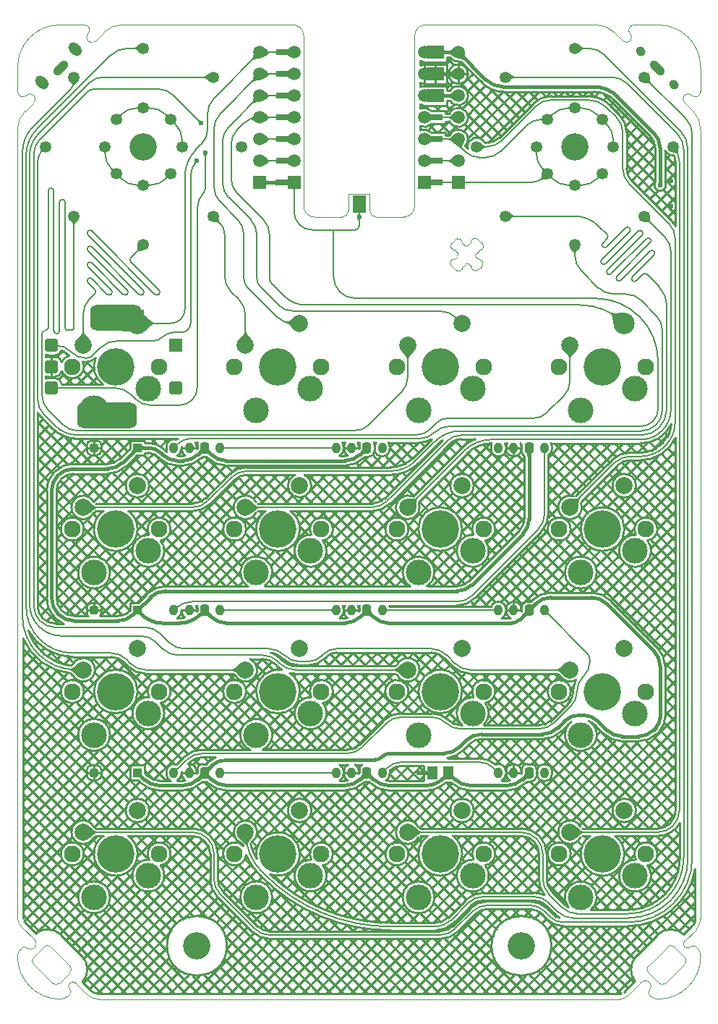
<source format=gtl>
G04*
G04 #@! TF.GenerationSoftware,Altium Limited,Altium Designer,24.7.2 (38)*
G04*
G04 Layer_Physical_Order=1*
G04 Layer_Color=3394611*
%FSLAX25Y25*%
%MOIN*%
G70*
G04*
G04 #@! TF.SameCoordinates,4FB6B1DA-FF44-45C5-9F46-3DC55F4CF08E*
G04*
G04*
G04 #@! TF.FilePolarity,Positive*
G04*
G01*
G75*
%ADD10C,0.00984*%
%ADD13C,0.00591*%
%ADD18C,0.00394*%
%ADD19R,0.05118X0.05906*%
%ADD20R,0.05906X0.03150*%
%ADD21R,0.07874X0.05906*%
%ADD22R,0.05906X0.07874*%
%ADD28C,0.09843*%
%ADD29C,0.07900*%
%ADD49R,0.06299X0.06299*%
%ADD52C,0.01575*%
%ADD53C,0.01000*%
%ADD54C,0.17200*%
%ADD55C,0.07700*%
G04:AMPARAMS|DCode=56|XSize=70.87mil|YSize=47.24mil|CornerRadius=0mil|HoleSize=0mil|Usage=FLASHONLY|Rotation=135.000|XOffset=0mil|YOffset=0mil|HoleType=Round|Shape=Round|*
%AMOVALD56*
21,1,0.02362,0.04724,0.00000,0.00000,135.0*
1,1,0.04724,0.00835,-0.00835*
1,1,0.04724,-0.00835,0.00835*
%
%ADD56OVALD56*%

G04:AMPARAMS|DCode=57|XSize=47.24mil|YSize=39.37mil|CornerRadius=0mil|HoleSize=0mil|Usage=FLASHONLY|Rotation=315.000|XOffset=0mil|YOffset=0mil|HoleType=Round|Shape=Round|*
%AMOVALD57*
21,1,0.00787,0.03937,0.00000,0.00000,315.0*
1,1,0.03937,-0.00278,0.00278*
1,1,0.03937,0.00278,-0.00278*
%
%ADD57OVALD57*%

%ADD58O,0.03937X0.05118*%
G04:AMPARAMS|DCode=59|XSize=39.37mil|YSize=51.18mil|CornerRadius=9.84mil|HoleSize=0mil|Usage=FLASHONLY|Rotation=0.000|XOffset=0mil|YOffset=0mil|HoleType=Round|Shape=RoundedRectangle|*
%AMROUNDEDRECTD59*
21,1,0.03937,0.03150,0,0,0.0*
21,1,0.01968,0.05118,0,0,0.0*
1,1,0.01968,0.00984,-0.01575*
1,1,0.01968,-0.00984,-0.01575*
1,1,0.01968,-0.00984,0.01575*
1,1,0.01968,0.00984,0.01575*
%
%ADD59ROUNDEDRECTD59*%
G04:AMPARAMS|DCode=60|XSize=82.68mil|YSize=39.37mil|CornerRadius=0mil|HoleSize=0mil|Usage=FLASHONLY|Rotation=315.000|XOffset=0mil|YOffset=0mil|HoleType=Round|Shape=Round|*
%AMOVALD60*
21,1,0.04331,0.03937,0.00000,0.00000,315.0*
1,1,0.03937,-0.01531,0.01531*
1,1,0.03937,0.01531,-0.01531*
%
%ADD60OVALD60*%

G04:AMPARAMS|DCode=61|XSize=82.68mil|YSize=39.37mil|CornerRadius=0mil|HoleSize=0mil|Usage=FLASHONLY|Rotation=45.000|XOffset=0mil|YOffset=0mil|HoleType=Round|Shape=Round|*
%AMOVALD61*
21,1,0.04331,0.03937,0.00000,0.00000,45.0*
1,1,0.03937,-0.01531,-0.01531*
1,1,0.03937,0.01531,0.01531*
%
%ADD61OVALD61*%

G04:AMPARAMS|DCode=62|XSize=39.37mil|YSize=39.37mil|CornerRadius=9.84mil|HoleSize=0mil|Usage=FLASHONLY|Rotation=180.000|XOffset=0mil|YOffset=0mil|HoleType=Round|Shape=RoundedRectangle|*
%AMROUNDEDRECTD62*
21,1,0.03937,0.01968,0,0,180.0*
21,1,0.01968,0.03937,0,0,180.0*
1,1,0.01968,-0.00984,0.00984*
1,1,0.01968,0.00984,0.00984*
1,1,0.01968,0.00984,-0.00984*
1,1,0.01968,-0.00984,-0.00984*
%
%ADD62ROUNDEDRECTD62*%
%ADD63R,0.03937X0.03937*%
%ADD64C,0.05315*%
%ADD65C,0.11811*%
G04:AMPARAMS|DCode=66|XSize=62.99mil|YSize=62.99mil|CornerRadius=15.75mil|HoleSize=0mil|Usage=FLASHONLY|Rotation=270.000|XOffset=0mil|YOffset=0mil|HoleType=Round|Shape=RoundedRectangle|*
%AMROUNDEDRECTD66*
21,1,0.06299,0.03150,0,0,270.0*
21,1,0.03150,0.06299,0,0,270.0*
1,1,0.03150,-0.01575,-0.01575*
1,1,0.03150,-0.01575,0.01575*
1,1,0.03150,0.01575,0.01575*
1,1,0.03150,0.01575,-0.01575*
%
%ADD66ROUNDEDRECTD66*%
G04:AMPARAMS|DCode=67|XSize=118.11mil|YSize=236.22mil|CornerRadius=29.53mil|HoleSize=0mil|Usage=FLASHONLY|Rotation=90.000|XOffset=0mil|YOffset=0mil|HoleType=Round|Shape=RoundedRectangle|*
%AMROUNDEDRECTD67*
21,1,0.11811,0.17717,0,0,90.0*
21,1,0.05906,0.23622,0,0,90.0*
1,1,0.05906,0.08858,0.02953*
1,1,0.05906,0.08858,-0.02953*
1,1,0.05906,-0.08858,-0.02953*
1,1,0.05906,-0.08858,0.02953*
%
%ADD67ROUNDEDRECTD67*%
G04:AMPARAMS|DCode=68|XSize=118.11mil|YSize=275.59mil|CornerRadius=29.53mil|HoleSize=0mil|Usage=FLASHONLY|Rotation=270.000|XOffset=0mil|YOffset=0mil|HoleType=Round|Shape=RoundedRectangle|*
%AMROUNDEDRECTD68*
21,1,0.11811,0.21654,0,0,270.0*
21,1,0.05906,0.27559,0,0,270.0*
1,1,0.05906,-0.10827,-0.02953*
1,1,0.05906,-0.10827,0.02953*
1,1,0.05906,0.10827,0.02953*
1,1,0.05906,0.10827,-0.02953*
%
%ADD68ROUNDEDRECTD68*%
%ADD69C,0.13780*%
%ADD70R,0.09843X0.09843*%
%ADD71C,0.05906*%
%ADD72R,0.05906X0.05906*%
%ADD73C,0.12598*%
%ADD74C,0.02362*%
G36*
X134913Y436132D02*
X134614Y436429D01*
X133803Y437134D01*
X133562Y437306D01*
X133335Y437446D01*
X133124Y437556D01*
X132926Y437634D01*
X132744Y437681D01*
X132576Y437697D01*
Y438287D01*
X132744Y438303D01*
X132926Y438350D01*
X133124Y438428D01*
X133335Y438538D01*
X133562Y438679D01*
X133803Y438851D01*
X134329Y439289D01*
X134614Y439555D01*
X134913Y439852D01*
Y436132D01*
D02*
G37*
G36*
X337827Y439555D02*
X338638Y438851D01*
X338879Y438679D01*
X339106Y438538D01*
X339317Y438428D01*
X339515Y438350D01*
X339697Y438303D01*
X339865Y438287D01*
Y437697D01*
X339697Y437681D01*
X339515Y437634D01*
X339317Y437556D01*
X339106Y437446D01*
X338879Y437306D01*
X338638Y437134D01*
X338112Y436695D01*
X337827Y436429D01*
X337528Y436132D01*
X337528Y439852D01*
X337827Y439555D01*
D02*
G37*
G36*
X197898Y435551D02*
X197892Y435607D01*
X197874Y435657D01*
X197844Y435702D01*
X197802Y435740D01*
X197747Y435773D01*
X197681Y435799D01*
X197603Y435820D01*
X197512Y435835D01*
X197410Y435844D01*
X197295Y435846D01*
Y436437D01*
X197410Y436440D01*
X197512Y436449D01*
X197603Y436463D01*
X197681Y436484D01*
X197747Y436511D01*
X197802Y436543D01*
X197844Y436582D01*
X197874Y436626D01*
X197892Y436676D01*
X197898Y436732D01*
Y435551D01*
D02*
G37*
G36*
X267307Y435067D02*
X267297Y435121D01*
X267264Y435170D01*
X267210Y435213D01*
X267134Y435251D01*
X267036Y435282D01*
X266916Y435308D01*
X266775Y435328D01*
X266612Y435343D01*
X266220Y435354D01*
Y436929D01*
X266427Y436932D01*
X266916Y436975D01*
X267036Y437001D01*
X267134Y437033D01*
X267210Y437070D01*
X267264Y437113D01*
X267297Y437162D01*
X267307Y437217D01*
Y435067D01*
D02*
G37*
G36*
X275149Y437567D02*
X275197Y437433D01*
X275276Y437315D01*
X275387Y437213D01*
X275530Y437126D01*
X275705Y437055D01*
X275911Y437000D01*
X276149Y436961D01*
X276419Y436937D01*
X276720Y436929D01*
Y435354D01*
X276419Y435346D01*
X276149Y435323D01*
X275911Y435283D01*
X275705Y435228D01*
X275530Y435157D01*
X275387Y435071D01*
X275276Y434969D01*
X275197Y434850D01*
X275149Y434717D01*
X275133Y434567D01*
Y437716D01*
X275149Y437567D01*
D02*
G37*
G36*
X279860Y434075D02*
X279609Y434318D01*
X279358Y434535D01*
X279107Y434727D01*
X278856Y434894D01*
X278606Y435034D01*
X278355Y435150D01*
X278104Y435239D01*
X277853Y435303D01*
X277602Y435342D01*
X277351Y435354D01*
Y436929D01*
X277602Y436942D01*
X277853Y436980D01*
X278104Y437044D01*
X278355Y437134D01*
X278606Y437249D01*
X278856Y437390D01*
X279107Y437556D01*
X279358Y437748D01*
X279609Y437965D01*
X279860Y438209D01*
Y434075D01*
D02*
G37*
G36*
X268580Y437965D02*
X268831Y437748D01*
X269082Y437556D01*
X269333Y437390D01*
X269584Y437249D01*
X269834Y437134D01*
X270085Y437044D01*
X270336Y436980D01*
X270587Y436942D01*
X270838Y436929D01*
Y435354D01*
X270587Y435342D01*
X270336Y435303D01*
X270085Y435239D01*
X269834Y435150D01*
X269584Y435034D01*
X269333Y434894D01*
X269082Y434727D01*
X268831Y434535D01*
X268580Y434318D01*
X268329Y434075D01*
Y438209D01*
X268580Y437965D01*
D02*
G37*
G36*
X204112Y436454D02*
X204141Y436449D01*
X204244Y436440D01*
X204358Y436437D01*
Y435846D01*
X204244Y435844D01*
X204141Y435835D01*
X204112Y435830D01*
Y434075D01*
X203773Y434411D01*
X202862Y435209D01*
X202593Y435403D01*
X202342Y435563D01*
X202108Y435687D01*
X201891Y435776D01*
X201693Y435829D01*
X201511Y435846D01*
Y436437D01*
X201693Y436455D01*
X201891Y436508D01*
X202108Y436596D01*
X202342Y436720D01*
X202593Y436880D01*
X202862Y437075D01*
X203452Y437571D01*
X203773Y437872D01*
X204112Y438209D01*
Y436454D01*
D02*
G37*
G36*
X192920Y437872D02*
X193831Y437075D01*
X194100Y436880D01*
X194351Y436720D01*
X194585Y436596D01*
X194801Y436508D01*
X195001Y436455D01*
X195182Y436437D01*
Y435846D01*
X195001Y435829D01*
X194801Y435776D01*
X194585Y435687D01*
X194351Y435563D01*
X194100Y435403D01*
X193831Y435209D01*
X193241Y434713D01*
X192920Y434411D01*
X192581Y434075D01*
Y438209D01*
X192920Y437872D01*
D02*
G37*
G36*
X190443Y433189D02*
X189965Y433188D01*
X188758Y433107D01*
X188430Y433055D01*
X188139Y432990D01*
X187886Y432912D01*
X187670Y432822D01*
X187492Y432719D01*
X187351Y432603D01*
X186934Y433020D01*
X187049Y433161D01*
X187153Y433340D01*
X187243Y433555D01*
X187321Y433808D01*
X187386Y434099D01*
X187438Y434427D01*
X187504Y435195D01*
X187519Y435635D01*
X187520Y436112D01*
X190443Y433189D01*
D02*
G37*
G36*
X284927Y435763D02*
X284950Y435432D01*
X284992Y435119D01*
X285052Y434824D01*
X285129Y434547D01*
X285226Y434288D01*
X285339Y434047D01*
X285472Y433824D01*
X285622Y433620D01*
X285790Y433433D01*
X284677Y432320D01*
X284490Y432488D01*
X284286Y432639D01*
X284063Y432771D01*
X283822Y432885D01*
X283563Y432981D01*
X283287Y433059D01*
X282992Y433118D01*
X282679Y433160D01*
X282347Y433184D01*
X281998Y433189D01*
X284921Y436112D01*
X284927Y435763D01*
D02*
G37*
G36*
X197898Y425551D02*
X197892Y425607D01*
X197874Y425657D01*
X197844Y425702D01*
X197802Y425740D01*
X197747Y425773D01*
X197681Y425799D01*
X197603Y425820D01*
X197512Y425835D01*
X197410Y425843D01*
X197295Y425846D01*
Y426437D01*
X197410Y426440D01*
X197512Y426449D01*
X197603Y426464D01*
X197681Y426484D01*
X197747Y426511D01*
X197802Y426543D01*
X197844Y426582D01*
X197874Y426626D01*
X197892Y426676D01*
X197898Y426732D01*
Y425551D01*
D02*
G37*
G36*
X267307Y425067D02*
X267297Y425121D01*
X267264Y425170D01*
X267210Y425213D01*
X267134Y425251D01*
X267036Y425282D01*
X266916Y425308D01*
X266775Y425328D01*
X266612Y425343D01*
X266220Y425354D01*
Y426929D01*
X266427Y426932D01*
X266916Y426975D01*
X267036Y427001D01*
X267134Y427033D01*
X267210Y427070D01*
X267264Y427113D01*
X267297Y427162D01*
X267307Y427217D01*
Y425067D01*
D02*
G37*
G36*
X275149Y427567D02*
X275197Y427433D01*
X275276Y427315D01*
X275387Y427213D01*
X275530Y427126D01*
X275705Y427055D01*
X275911Y427000D01*
X276149Y426961D01*
X276419Y426937D01*
X276720Y426929D01*
Y425354D01*
X276419Y425346D01*
X276149Y425323D01*
X275911Y425283D01*
X275705Y425228D01*
X275530Y425157D01*
X275387Y425071D01*
X275276Y424968D01*
X275197Y424850D01*
X275149Y424717D01*
X275133Y424567D01*
Y427716D01*
X275149Y427567D01*
D02*
G37*
G36*
X279860Y424075D02*
X279609Y424318D01*
X279358Y424535D01*
X279107Y424727D01*
X278856Y424894D01*
X278606Y425034D01*
X278355Y425150D01*
X278104Y425239D01*
X277853Y425303D01*
X277602Y425342D01*
X277351Y425354D01*
Y426929D01*
X277602Y426942D01*
X277853Y426980D01*
X278104Y427044D01*
X278355Y427134D01*
X278606Y427249D01*
X278856Y427390D01*
X279107Y427556D01*
X279358Y427748D01*
X279609Y427965D01*
X279860Y428209D01*
Y424075D01*
D02*
G37*
G36*
X268580Y427965D02*
X268831Y427748D01*
X269082Y427556D01*
X269333Y427390D01*
X269584Y427249D01*
X269834Y427134D01*
X270085Y427044D01*
X270336Y426980D01*
X270587Y426942D01*
X270838Y426929D01*
Y425354D01*
X270587Y425342D01*
X270336Y425303D01*
X270085Y425239D01*
X269834Y425150D01*
X269584Y425034D01*
X269333Y424894D01*
X269082Y424727D01*
X268831Y424535D01*
X268580Y424318D01*
X268329Y424075D01*
Y428209D01*
X268580Y427965D01*
D02*
G37*
G36*
X204112Y426454D02*
X204141Y426449D01*
X204244Y426440D01*
X204358Y426437D01*
Y425846D01*
X204244Y425843D01*
X204141Y425835D01*
X204112Y425830D01*
Y424075D01*
X203773Y424411D01*
X202862Y425209D01*
X202593Y425403D01*
X202342Y425563D01*
X202108Y425687D01*
X201891Y425776D01*
X201693Y425829D01*
X201511Y425846D01*
Y426437D01*
X201693Y426455D01*
X201891Y426508D01*
X202108Y426596D01*
X202342Y426720D01*
X202593Y426880D01*
X202862Y427075D01*
X203452Y427571D01*
X203773Y427872D01*
X204112Y428209D01*
Y426454D01*
D02*
G37*
G36*
X192920Y427872D02*
X193831Y427075D01*
X194100Y426880D01*
X194351Y426720D01*
X194585Y426596D01*
X194801Y426508D01*
X195001Y426455D01*
X195182Y426437D01*
Y425846D01*
X195001Y425829D01*
X194801Y425776D01*
X194585Y425687D01*
X194351Y425563D01*
X194100Y425403D01*
X193831Y425209D01*
X193241Y424713D01*
X192920Y424411D01*
X192581Y424075D01*
Y428209D01*
X192920Y427872D01*
D02*
G37*
G36*
X305813Y426294D02*
X306623Y425590D01*
X306865Y425418D01*
X307091Y425277D01*
X307303Y425167D01*
X307500Y425089D01*
X307683Y425042D01*
X307851Y425027D01*
Y424436D01*
X307683Y424420D01*
X307500Y424373D01*
X307303Y424295D01*
X307091Y424186D01*
X306865Y424045D01*
X306623Y423873D01*
X306097Y423434D01*
X305813Y423168D01*
X305513Y422871D01*
Y426591D01*
X305813Y426294D01*
D02*
G37*
G36*
X166928Y422871D02*
X166628Y423168D01*
X165817Y423873D01*
X165576Y424045D01*
X165350Y424186D01*
X165138Y424295D01*
X164941Y424373D01*
X164758Y424420D01*
X164590Y424436D01*
X164590Y425027D01*
X164758Y425042D01*
X164941Y425089D01*
X165138Y425167D01*
X165350Y425277D01*
X165576Y425418D01*
X165817Y425590D01*
X166343Y426028D01*
X166628Y426294D01*
X166928Y426591D01*
X166928Y422871D01*
D02*
G37*
G36*
X190443Y423189D02*
X189965Y423188D01*
X188758Y423107D01*
X188430Y423055D01*
X188139Y422990D01*
X187886Y422912D01*
X187670Y422822D01*
X187492Y422719D01*
X187351Y422603D01*
X186934Y423020D01*
X187049Y423161D01*
X187153Y423340D01*
X187243Y423555D01*
X187321Y423808D01*
X187386Y424099D01*
X187438Y424427D01*
X187504Y425195D01*
X187519Y425635D01*
X187520Y426112D01*
X190443Y423189D01*
D02*
G37*
G36*
X370304Y424283D02*
X370379Y423211D01*
X370428Y422919D01*
X370488Y422659D01*
X370561Y422432D01*
X370645Y422237D01*
X370741Y422075D01*
X370848Y421945D01*
X370431Y421527D01*
X370301Y421635D01*
X370139Y421731D01*
X369944Y421815D01*
X369716Y421888D01*
X369457Y421948D01*
X369164Y421997D01*
X368483Y422059D01*
X368093Y422072D01*
X367671Y422074D01*
X370302Y424705D01*
X370304Y424283D01*
D02*
G37*
G36*
X106597Y422777D02*
X106254Y422457D01*
X104704Y420834D01*
X104605Y420690D01*
X104536Y420568D01*
X103891Y420603D01*
X103958Y420768D01*
X103987Y420947D01*
X103980Y421140D01*
X103934Y421347D01*
X103852Y421569D01*
X103732Y421805D01*
X103575Y422055D01*
X103380Y422320D01*
X103148Y422599D01*
X102879Y422892D01*
X106597Y422777D01*
D02*
G37*
G36*
X197898Y415551D02*
X197892Y415607D01*
X197874Y415658D01*
X197844Y415702D01*
X197802Y415740D01*
X197747Y415773D01*
X197681Y415799D01*
X197603Y415820D01*
X197512Y415835D01*
X197410Y415843D01*
X197295Y415846D01*
Y416437D01*
X197410Y416440D01*
X197512Y416449D01*
X197603Y416464D01*
X197681Y416484D01*
X197747Y416511D01*
X197802Y416543D01*
X197844Y416582D01*
X197874Y416626D01*
X197892Y416676D01*
X197898Y416732D01*
Y415551D01*
D02*
G37*
G36*
X267307Y415067D02*
X267297Y415121D01*
X267264Y415170D01*
X267210Y415213D01*
X267134Y415251D01*
X267036Y415282D01*
X266916Y415308D01*
X266775Y415328D01*
X266612Y415343D01*
X266220Y415354D01*
Y416929D01*
X266427Y416932D01*
X266916Y416975D01*
X267036Y417001D01*
X267134Y417033D01*
X267210Y417070D01*
X267264Y417113D01*
X267297Y417162D01*
X267307Y417217D01*
Y415067D01*
D02*
G37*
G36*
X275149Y417567D02*
X275197Y417433D01*
X275276Y417315D01*
X275387Y417213D01*
X275530Y417126D01*
X275705Y417055D01*
X275911Y417000D01*
X276149Y416961D01*
X276419Y416937D01*
X276720Y416929D01*
Y415354D01*
X276419Y415346D01*
X276149Y415323D01*
X275911Y415283D01*
X275705Y415228D01*
X275530Y415157D01*
X275387Y415071D01*
X275276Y414968D01*
X275197Y414850D01*
X275149Y414716D01*
X275133Y414567D01*
Y417717D01*
X275149Y417567D01*
D02*
G37*
G36*
X204112Y416454D02*
X204141Y416449D01*
X204244Y416440D01*
X204358Y416437D01*
Y415846D01*
X204244Y415843D01*
X204141Y415835D01*
X204112Y415830D01*
Y414075D01*
X203773Y414411D01*
X202862Y415209D01*
X202593Y415404D01*
X202342Y415563D01*
X202108Y415687D01*
X201891Y415776D01*
X201693Y415829D01*
X201511Y415846D01*
Y416437D01*
X201693Y416455D01*
X201891Y416508D01*
X202108Y416596D01*
X202342Y416720D01*
X202593Y416880D01*
X202862Y417075D01*
X203452Y417571D01*
X203773Y417872D01*
X204112Y418209D01*
Y416454D01*
D02*
G37*
G36*
X192920Y417872D02*
X193831Y417075D01*
X194100Y416880D01*
X194351Y416720D01*
X194585Y416596D01*
X194801Y416508D01*
X195001Y416455D01*
X195182Y416437D01*
Y415846D01*
X195001Y415829D01*
X194801Y415776D01*
X194585Y415687D01*
X194351Y415563D01*
X194100Y415404D01*
X193831Y415209D01*
X193241Y414713D01*
X192920Y414411D01*
X192581Y414075D01*
X192581Y418209D01*
X192920Y417872D01*
D02*
G37*
G36*
X279860Y414075D02*
X279609Y414318D01*
X279358Y414535D01*
X279107Y414727D01*
X278856Y414894D01*
X278606Y415034D01*
X278355Y415150D01*
X278104Y415239D01*
X277853Y415303D01*
X277602Y415342D01*
X277351Y415354D01*
Y416929D01*
X277602Y416942D01*
X277853Y416980D01*
X278104Y417044D01*
X278355Y417134D01*
X278606Y417249D01*
X278856Y417390D01*
X279107Y417556D01*
X279358Y417748D01*
X279609Y417966D01*
X279860Y418209D01*
Y414075D01*
D02*
G37*
G36*
X268580Y417966D02*
X268831Y417748D01*
X269082Y417556D01*
X269333Y417390D01*
X269584Y417249D01*
X269834Y417134D01*
X270085Y417044D01*
X270336Y416980D01*
X270587Y416942D01*
X270838Y416929D01*
Y415354D01*
X270587Y415342D01*
X270336Y415303D01*
X270085Y415239D01*
X269834Y415150D01*
X269584Y415034D01*
X269333Y414894D01*
X269082Y414727D01*
X268831Y414535D01*
X268580Y414318D01*
X268329Y414075D01*
Y418209D01*
X268580Y417966D01*
D02*
G37*
G36*
X190443Y413189D02*
X189965Y413188D01*
X188758Y413107D01*
X188430Y413055D01*
X188139Y412990D01*
X187886Y412912D01*
X187670Y412822D01*
X187492Y412719D01*
X187351Y412603D01*
X186934Y413020D01*
X187049Y413161D01*
X187153Y413340D01*
X187243Y413555D01*
X187321Y413808D01*
X187386Y414099D01*
X187438Y414427D01*
X187504Y415195D01*
X187519Y415635D01*
X187520Y416112D01*
X190443Y413189D01*
D02*
G37*
G36*
X338233Y410998D02*
X338263Y410942D01*
X338301Y410892D01*
X338349Y410848D01*
X338406Y410812D01*
X338472Y410782D01*
X338547Y410758D01*
X338631Y410742D01*
X338724Y410732D01*
X338826Y410728D01*
Y410138D01*
X338724Y410135D01*
X338631Y410124D01*
X338547Y410108D01*
X338472Y410084D01*
X338406Y410054D01*
X338349Y410018D01*
X338301Y409974D01*
X338263Y409925D01*
X338233Y409868D01*
X338212Y409804D01*
X338212Y411062D01*
X338233Y410998D01*
D02*
G37*
G36*
X333048Y409804D02*
X333027Y409868D01*
X332997Y409925D01*
X332959Y409974D01*
X332911Y410018D01*
X332854Y410054D01*
X332788Y410084D01*
X332713Y410108D01*
X332629Y410124D01*
X332536Y410135D01*
X332434Y410138D01*
Y410728D01*
X332536Y410732D01*
X332629Y410742D01*
X332713Y410758D01*
X332788Y410782D01*
X332854Y410812D01*
X332911Y410848D01*
X332959Y410892D01*
X332997Y410942D01*
X333027Y410998D01*
X333048Y411062D01*
Y409804D01*
D02*
G37*
G36*
X139414Y410998D02*
X139444Y410942D01*
X139482Y410892D01*
X139530Y410848D01*
X139587Y410812D01*
X139653Y410782D01*
X139728Y410758D01*
X139812Y410742D01*
X139905Y410732D01*
X140007Y410728D01*
Y410138D01*
X139905Y410135D01*
X139812Y410124D01*
X139728Y410108D01*
X139653Y410084D01*
X139587Y410054D01*
X139530Y410018D01*
X139482Y409974D01*
X139444Y409925D01*
X139414Y409868D01*
X139393Y409804D01*
Y411062D01*
X139414Y410998D01*
D02*
G37*
G36*
X134229Y409804D02*
X134208Y409868D01*
X134178Y409925D01*
X134140Y409974D01*
X134092Y410018D01*
X134035Y410054D01*
X133969Y410084D01*
X133894Y410108D01*
X133810Y410124D01*
X133717Y410135D01*
X133615Y410138D01*
Y410728D01*
X133717Y410732D01*
X133810Y410742D01*
X133894Y410758D01*
X133969Y410782D01*
X134035Y410812D01*
X134092Y410848D01*
X134140Y410892D01*
X134178Y410942D01*
X134208Y410998D01*
X134229Y411062D01*
Y409804D01*
D02*
G37*
G36*
X325571Y407295D02*
X325501Y407221D01*
X325443Y407148D01*
X325395Y407077D01*
X325359Y407007D01*
X325333Y406939D01*
X325319Y406873D01*
X325316Y406809D01*
X325324Y406746D01*
X325343Y406685D01*
X325373Y406625D01*
X324484Y407514D01*
X324543Y407484D01*
X324604Y407465D01*
X324667Y407457D01*
X324732Y407460D01*
X324798Y407475D01*
X324866Y407500D01*
X324935Y407537D01*
X325006Y407584D01*
X325079Y407643D01*
X325154Y407713D01*
X325571Y407295D01*
D02*
G37*
G36*
X126752D02*
X126683Y407221D01*
X126624Y407148D01*
X126576Y407077D01*
X126540Y407007D01*
X126514Y406939D01*
X126500Y406873D01*
X126497Y406809D01*
X126505Y406746D01*
X126524Y406685D01*
X126554Y406625D01*
X125665Y407514D01*
X125724Y407484D01*
X125785Y407465D01*
X125848Y407457D01*
X125913Y407460D01*
X125979Y407475D01*
X126047Y407500D01*
X126116Y407537D01*
X126187Y407584D01*
X126260Y407643D01*
X126335Y407713D01*
X126752Y407295D01*
D02*
G37*
G36*
X147362Y407643D02*
X147435Y407584D01*
X147506Y407537D01*
X147575Y407500D01*
X147643Y407475D01*
X147709Y407460D01*
X147774Y407457D01*
X147837Y407465D01*
X147898Y407484D01*
X147957Y407514D01*
X147068Y406625D01*
X147098Y406685D01*
X147117Y406746D01*
X147125Y406809D01*
X147122Y406873D01*
X147108Y406939D01*
X147082Y407007D01*
X147046Y407077D01*
X146998Y407148D01*
X146940Y407221D01*
X146870Y407295D01*
X147287Y407713D01*
X147362Y407643D01*
D02*
G37*
G36*
X346181Y407643D02*
X346253Y407584D01*
X346325Y407537D01*
X346394Y407500D01*
X346462Y407475D01*
X346528Y407460D01*
X346593Y407457D01*
X346656Y407465D01*
X346717Y407484D01*
X346776Y407514D01*
X345887Y406625D01*
X345917Y406685D01*
X345936Y406746D01*
X345944Y406809D01*
X345941Y406873D01*
X345927Y406939D01*
X345901Y407007D01*
X345865Y407077D01*
X345817Y407148D01*
X345758Y407221D01*
X345689Y407295D01*
X346106Y407713D01*
X346181Y407643D01*
D02*
G37*
G36*
X274549Y406676D02*
X274567Y406626D01*
X274597Y406582D01*
X274639Y406543D01*
X274694Y406511D01*
X274760Y406484D01*
X274838Y406463D01*
X274929Y406449D01*
X275031Y406440D01*
X275146Y406437D01*
Y405846D01*
X275031Y405843D01*
X274929Y405835D01*
X274838Y405820D01*
X274760Y405799D01*
X274694Y405773D01*
X274639Y405740D01*
X274597Y405702D01*
X274567Y405657D01*
X274549Y405607D01*
X274543Y405551D01*
Y406732D01*
X274549Y406676D01*
D02*
G37*
G36*
X197898Y405551D02*
X197892Y405607D01*
X197874Y405657D01*
X197844Y405702D01*
X197802Y405740D01*
X197747Y405773D01*
X197681Y405799D01*
X197603Y405820D01*
X197512Y405835D01*
X197410Y405843D01*
X197295Y405846D01*
Y406437D01*
X197410Y406440D01*
X197512Y406449D01*
X197603Y406463D01*
X197681Y406484D01*
X197747Y406511D01*
X197802Y406543D01*
X197844Y406582D01*
X197874Y406626D01*
X197892Y406676D01*
X197898Y406732D01*
Y405551D01*
D02*
G37*
G36*
X279860Y404075D02*
X279521Y404411D01*
X278610Y405209D01*
X278341Y405404D01*
X278090Y405563D01*
X277856Y405687D01*
X277640Y405776D01*
X277441Y405829D01*
X277259Y405846D01*
Y406437D01*
X277441Y406455D01*
X277640Y406508D01*
X277856Y406596D01*
X278090Y406720D01*
X278341Y406880D01*
X278610Y407075D01*
X279200Y407571D01*
X279521Y407872D01*
X279860Y408209D01*
Y404075D01*
D02*
G37*
G36*
X268668Y407872D02*
X269579Y407075D01*
X269848Y406880D01*
X270099Y406720D01*
X270333Y406596D01*
X270550Y406508D01*
X270748Y406455D01*
X270930Y406437D01*
Y405846D01*
X270748Y405829D01*
X270550Y405776D01*
X270333Y405687D01*
X270099Y405563D01*
X269848Y405404D01*
X269579Y405209D01*
X268989Y404713D01*
X268668Y404411D01*
X268329Y404075D01*
Y405830D01*
X268300Y405835D01*
X268197Y405843D01*
X268083Y405846D01*
Y406437D01*
X268197Y406440D01*
X268300Y406449D01*
X268329Y406454D01*
Y408209D01*
X268668Y407872D01*
D02*
G37*
G36*
X204112Y406454D02*
X204141Y406449D01*
X204244Y406440D01*
X204358Y406437D01*
Y405846D01*
X204244Y405843D01*
X204141Y405835D01*
X204112Y405830D01*
Y404075D01*
X203773Y404411D01*
X202862Y405209D01*
X202593Y405404D01*
X202342Y405563D01*
X202108Y405687D01*
X201891Y405776D01*
X201693Y405829D01*
X201511Y405846D01*
Y406437D01*
X201693Y406455D01*
X201891Y406508D01*
X202108Y406596D01*
X202342Y406720D01*
X202593Y406880D01*
X202862Y407075D01*
X203452Y407571D01*
X203773Y407872D01*
X204112Y408209D01*
Y406454D01*
D02*
G37*
G36*
X192920Y407872D02*
X193831Y407075D01*
X194100Y406880D01*
X194351Y406720D01*
X194585Y406596D01*
X194801Y406508D01*
X195001Y406455D01*
X195182Y406437D01*
Y405846D01*
X195001Y405829D01*
X194801Y405776D01*
X194585Y405687D01*
X194351Y405563D01*
X194100Y405404D01*
X193831Y405209D01*
X193241Y404713D01*
X192920Y404411D01*
X192581Y404075D01*
Y408209D01*
X192920Y407872D01*
D02*
G37*
G36*
X188557Y403895D02*
X188210Y404179D01*
X187570Y404633D01*
X187277Y404803D01*
X187002Y404935D01*
X186745Y405028D01*
X186506Y405084D01*
X186285Y405101D01*
X186081Y405080D01*
X185896Y405021D01*
X185835Y405638D01*
X185971Y405709D01*
X186128Y405816D01*
X186308Y405961D01*
X186510Y406143D01*
X186981Y406618D01*
X187853Y407608D01*
X188188Y408012D01*
X188557Y403895D01*
D02*
G37*
G36*
X162358Y404996D02*
X162439Y404938D01*
X162528Y404887D01*
X162625Y404842D01*
X162730Y404805D01*
X162843Y404775D01*
X162963Y404752D01*
X163092Y404736D01*
X163229Y404726D01*
X163374Y404724D01*
X162205Y403555D01*
X162203Y403700D01*
X162178Y403966D01*
X162154Y404087D01*
X162124Y404200D01*
X162087Y404304D01*
X162042Y404401D01*
X161991Y404490D01*
X161933Y404571D01*
X161867Y404644D01*
X162285Y405062D01*
X162358Y404996D01*
D02*
G37*
G36*
X151579Y403803D02*
X151560Y403742D01*
X151552Y403679D01*
X151555Y403615D01*
X151569Y403549D01*
X151595Y403481D01*
X151631Y403411D01*
X151679Y403340D01*
X151738Y403267D01*
X151807Y403193D01*
X151390Y402775D01*
X151315Y402845D01*
X151242Y402904D01*
X151171Y402951D01*
X151102Y402988D01*
X151034Y403013D01*
X150968Y403028D01*
X150903Y403031D01*
X150840Y403023D01*
X150779Y403004D01*
X150720Y402974D01*
X151609Y403863D01*
X151579Y403803D01*
D02*
G37*
G36*
X350398Y403803D02*
X350379Y403742D01*
X350371Y403679D01*
X350374Y403615D01*
X350388Y403549D01*
X350414Y403481D01*
X350450Y403411D01*
X350498Y403340D01*
X350556Y403267D01*
X350626Y403193D01*
X350209Y402775D01*
X350134Y402845D01*
X350061Y402904D01*
X349990Y402951D01*
X349921Y402988D01*
X349853Y403013D01*
X349787Y403028D01*
X349722Y403031D01*
X349659Y403023D01*
X349598Y403004D01*
X349539Y402974D01*
X350428Y403863D01*
X350398Y403803D01*
D02*
G37*
G36*
X274549Y396676D02*
X274567Y396626D01*
X274597Y396582D01*
X274639Y396543D01*
X274694Y396511D01*
X274760Y396484D01*
X274838Y396464D01*
X274929Y396449D01*
X275031Y396440D01*
X275146Y396437D01*
Y395846D01*
X275031Y395844D01*
X274929Y395835D01*
X274838Y395820D01*
X274760Y395799D01*
X274694Y395773D01*
X274639Y395740D01*
X274597Y395702D01*
X274567Y395657D01*
X274549Y395607D01*
X274543Y395551D01*
Y396732D01*
X274549Y396676D01*
D02*
G37*
G36*
X197898Y395551D02*
X197892Y395607D01*
X197874Y395657D01*
X197844Y395702D01*
X197802Y395740D01*
X197747Y395773D01*
X197681Y395799D01*
X197603Y395820D01*
X197512Y395835D01*
X197410Y395844D01*
X197295Y395846D01*
Y396437D01*
X197410Y396440D01*
X197512Y396449D01*
X197603Y396464D01*
X197681Y396484D01*
X197747Y396511D01*
X197802Y396543D01*
X197844Y396582D01*
X197874Y396626D01*
X197892Y396676D01*
X197898Y396732D01*
Y395551D01*
D02*
G37*
G36*
X353645Y395811D02*
X353655Y395718D01*
X353672Y395634D01*
X353695Y395559D01*
X353725Y395493D01*
X353762Y395436D01*
X353805Y395388D01*
X353855Y395349D01*
X353912Y395319D01*
X353975Y395299D01*
X352718D01*
X352781Y395319D01*
X352838Y395349D01*
X352888Y395388D01*
X352931Y395436D01*
X352968Y395493D01*
X352998Y395559D01*
X353021Y395634D01*
X353038Y395718D01*
X353048Y395811D01*
X353051Y395913D01*
X353642D01*
X353645Y395811D01*
D02*
G37*
G36*
X154826Y395811D02*
X154836Y395718D01*
X154853Y395634D01*
X154876Y395559D01*
X154906Y395493D01*
X154943Y395436D01*
X154986Y395388D01*
X155036Y395349D01*
X155093Y395319D01*
X155156Y395299D01*
X153899D01*
X153962Y395319D01*
X154019Y395349D01*
X154069Y395388D01*
X154112Y395436D01*
X154149Y395493D01*
X154179Y395559D01*
X154202Y395634D01*
X154219Y395718D01*
X154229Y395811D01*
X154232Y395913D01*
X154823D01*
X154826Y395811D01*
D02*
G37*
G36*
X279860Y394075D02*
X279521Y394411D01*
X278610Y395209D01*
X278341Y395404D01*
X278090Y395563D01*
X277856Y395687D01*
X277640Y395776D01*
X277441Y395829D01*
X277259Y395846D01*
Y396437D01*
X277441Y396455D01*
X277640Y396508D01*
X277856Y396596D01*
X278090Y396720D01*
X278341Y396880D01*
X278610Y397075D01*
X279200Y397571D01*
X279521Y397872D01*
X279860Y398209D01*
Y394075D01*
D02*
G37*
G36*
X268668Y397872D02*
X269579Y397075D01*
X269848Y396880D01*
X270099Y396720D01*
X270333Y396596D01*
X270550Y396508D01*
X270748Y396455D01*
X270930Y396437D01*
Y395846D01*
X270748Y395829D01*
X270550Y395776D01*
X270333Y395687D01*
X270099Y395563D01*
X269848Y395404D01*
X269579Y395209D01*
X268989Y394713D01*
X268668Y394411D01*
X268329Y394075D01*
Y395830D01*
X268300Y395835D01*
X268197Y395844D01*
X268083Y395846D01*
Y396437D01*
X268197Y396440D01*
X268300Y396449D01*
X268329Y396454D01*
Y398209D01*
X268668Y397872D01*
D02*
G37*
G36*
X204112Y396454D02*
X204141Y396449D01*
X204244Y396440D01*
X204358Y396437D01*
Y395846D01*
X204244Y395844D01*
X204141Y395835D01*
X204112Y395830D01*
Y394075D01*
X203773Y394411D01*
X202862Y395209D01*
X202593Y395404D01*
X202342Y395563D01*
X202108Y395687D01*
X201891Y395776D01*
X201693Y395829D01*
X201511Y395846D01*
Y396437D01*
X201693Y396455D01*
X201891Y396508D01*
X202108Y396596D01*
X202342Y396720D01*
X202593Y396880D01*
X202862Y397075D01*
X203452Y397571D01*
X203773Y397872D01*
X204112Y398209D01*
Y396454D01*
D02*
G37*
G36*
X192920Y397872D02*
X193831Y397075D01*
X194100Y396880D01*
X194351Y396720D01*
X194585Y396596D01*
X194801Y396508D01*
X195001Y396455D01*
X195182Y396437D01*
Y395846D01*
X195001Y395829D01*
X194801Y395776D01*
X194585Y395687D01*
X194351Y395563D01*
X194100Y395404D01*
X193831Y395209D01*
X193241Y394713D01*
X192920Y394411D01*
X192581Y394075D01*
Y398209D01*
X192920Y397872D01*
D02*
G37*
G36*
X284203Y394159D02*
X284028Y393853D01*
X283889Y393568D01*
X283785Y393303D01*
X283718Y393059D01*
X283686Y392837D01*
X283689Y392635D01*
X283729Y392454D01*
X283804Y392294D01*
X283915Y392154D01*
X283441Y391794D01*
X283316Y391911D01*
X283156Y392040D01*
X282731Y392335D01*
X282168Y392679D01*
X280624Y393513D01*
X284413Y394486D01*
X284203Y394159D01*
D02*
G37*
G36*
X292552Y394279D02*
X293362Y393575D01*
X293604Y393403D01*
X293830Y393262D01*
X294042Y393153D01*
X294239Y393074D01*
X294422Y393027D01*
X294590Y393012D01*
Y392421D01*
X294422Y392406D01*
X294239Y392359D01*
X294042Y392280D01*
X293830Y392171D01*
X293604Y392030D01*
X293362Y391858D01*
X292836Y391420D01*
X292552Y391154D01*
X292252Y390856D01*
Y394577D01*
X292552Y394279D01*
D02*
G37*
G36*
X90610Y390226D02*
X90476Y390268D01*
X90349Y390293D01*
X90229Y390302D01*
X90116Y390293D01*
X90010Y390268D01*
X89911Y390226D01*
X89818Y390166D01*
X89732Y390090D01*
X89653Y389997D01*
X89580Y389886D01*
X89070Y390183D01*
X89145Y390324D01*
X89206Y390463D01*
X89252Y390601D01*
X89284Y390736D01*
X89301Y390869D01*
X89304Y391001D01*
X89292Y391130D01*
X89266Y391258D01*
X89225Y391383D01*
X89169Y391507D01*
X90610Y390226D01*
D02*
G37*
G36*
X318479Y390114D02*
X318422Y390084D01*
X318372Y390045D01*
X318329Y389997D01*
X318292Y389940D01*
X318262Y389874D01*
X318239Y389799D01*
X318222Y389715D01*
X318212Y389622D01*
X318209Y389520D01*
X317618D01*
X317615Y389622D01*
X317605Y389715D01*
X317588Y389799D01*
X317565Y389874D01*
X317535Y389940D01*
X317498Y389997D01*
X317455Y390045D01*
X317405Y390084D01*
X317348Y390114D01*
X317285Y390135D01*
X318542D01*
X318479Y390114D01*
D02*
G37*
G36*
X119660Y390114D02*
X119603Y390084D01*
X119553Y390045D01*
X119510Y389997D01*
X119473Y389940D01*
X119443Y389874D01*
X119420Y389799D01*
X119403Y389715D01*
X119393Y389622D01*
X119390Y389520D01*
X118799D01*
X118796Y389622D01*
X118786Y389715D01*
X118769Y389799D01*
X118746Y389874D01*
X118716Y389940D01*
X118679Y389997D01*
X118636Y390045D01*
X118586Y390084D01*
X118529Y390114D01*
X118466Y390135D01*
X119723Y390135D01*
X119660Y390114D01*
D02*
G37*
G36*
X383476Y391892D02*
X383345Y390144D01*
X383353Y389899D01*
X383373Y389688D01*
X383404Y389513D01*
X383446Y389372D01*
X382956Y389000D01*
X382877Y389160D01*
X382763Y389309D01*
X382613Y389446D01*
X382429Y389571D01*
X382210Y389685D01*
X381955Y389787D01*
X381666Y389877D01*
X381342Y389956D01*
X380982Y390023D01*
X380588Y390078D01*
X383537Y392346D01*
X383476Y391892D01*
D02*
G37*
G36*
X166080Y388816D02*
X165910Y388611D01*
X165841Y388509D01*
X165782Y388408D01*
X165735Y388307D01*
X165697Y388207D01*
X165671Y388108D01*
X165655Y388009D01*
X165650Y387912D01*
X165059D01*
X165054Y388009D01*
X165038Y388108D01*
X165011Y388207D01*
X164974Y388307D01*
X164926Y388408D01*
X164868Y388509D01*
X164799Y388611D01*
X164719Y388713D01*
X164629Y388816D01*
X164528Y388920D01*
X166181D01*
X166080Y388816D01*
D02*
G37*
G36*
X274549Y386676D02*
X274567Y386626D01*
X274597Y386582D01*
X274639Y386543D01*
X274694Y386511D01*
X274760Y386484D01*
X274838Y386463D01*
X274929Y386449D01*
X275031Y386440D01*
X275146Y386437D01*
Y385846D01*
X275031Y385843D01*
X274929Y385835D01*
X274838Y385820D01*
X274760Y385799D01*
X274694Y385773D01*
X274639Y385740D01*
X274597Y385702D01*
X274567Y385658D01*
X274549Y385607D01*
X274543Y385551D01*
Y386732D01*
X274549Y386676D01*
D02*
G37*
G36*
X197898Y385551D02*
X197892Y385607D01*
X197874Y385658D01*
X197844Y385702D01*
X197802Y385740D01*
X197747Y385773D01*
X197681Y385799D01*
X197603Y385820D01*
X197512Y385835D01*
X197410Y385843D01*
X197295Y385846D01*
Y386437D01*
X197410Y386440D01*
X197512Y386449D01*
X197603Y386463D01*
X197681Y386484D01*
X197747Y386511D01*
X197802Y386543D01*
X197844Y386582D01*
X197874Y386626D01*
X197892Y386676D01*
X197898Y386732D01*
Y385551D01*
D02*
G37*
G36*
X161476Y384962D02*
X161333Y384951D01*
X161198Y384932D01*
X161073Y384907D01*
X160958Y384873D01*
X160851Y384833D01*
X160754Y384785D01*
X160667Y384729D01*
X160589Y384666D01*
X160520Y384596D01*
X160460Y384519D01*
X160015Y384914D01*
X160067Y384998D01*
X160113Y385089D01*
X160151Y385186D01*
X160184Y385291D01*
X160209Y385402D01*
X160228Y385520D01*
X160241Y385644D01*
X160247Y385776D01*
X160239Y386059D01*
X161476Y384962D01*
D02*
G37*
G36*
X279860Y384075D02*
X279521Y384411D01*
X278610Y385209D01*
X278341Y385403D01*
X278090Y385563D01*
X277856Y385687D01*
X277640Y385776D01*
X277441Y385829D01*
X277259Y385846D01*
Y386437D01*
X277441Y386455D01*
X277640Y386508D01*
X277856Y386596D01*
X278090Y386720D01*
X278341Y386880D01*
X278610Y387075D01*
X279200Y387571D01*
X279521Y387872D01*
X279860Y388209D01*
Y384075D01*
D02*
G37*
G36*
X268668Y387872D02*
X269579Y387075D01*
X269848Y386880D01*
X270099Y386720D01*
X270333Y386596D01*
X270550Y386508D01*
X270748Y386455D01*
X270930Y386437D01*
Y385846D01*
X270748Y385829D01*
X270550Y385776D01*
X270333Y385687D01*
X270099Y385563D01*
X269848Y385403D01*
X269579Y385209D01*
X268989Y384713D01*
X268668Y384411D01*
X268329Y384075D01*
Y385830D01*
X268300Y385835D01*
X268197Y385843D01*
X268083Y385846D01*
Y386437D01*
X268197Y386440D01*
X268300Y386449D01*
X268329Y386454D01*
Y388209D01*
X268668Y387872D01*
D02*
G37*
G36*
X204112Y386454D02*
X204141Y386449D01*
X204244Y386440D01*
X204358Y386437D01*
Y385846D01*
X204244Y385843D01*
X204141Y385835D01*
X204112Y385830D01*
Y384075D01*
X203773Y384411D01*
X202862Y385209D01*
X202593Y385403D01*
X202342Y385563D01*
X202108Y385687D01*
X201891Y385776D01*
X201693Y385829D01*
X201511Y385846D01*
Y386437D01*
X201693Y386455D01*
X201891Y386508D01*
X202108Y386596D01*
X202342Y386720D01*
X202593Y386880D01*
X202862Y387075D01*
X203452Y387571D01*
X203773Y387872D01*
X204112Y388209D01*
Y386454D01*
D02*
G37*
G36*
X192920Y387872D02*
X193831Y387075D01*
X194100Y386880D01*
X194351Y386720D01*
X194585Y386596D01*
X194801Y386508D01*
X195001Y386455D01*
X195182Y386437D01*
Y385846D01*
X195001Y385829D01*
X194801Y385776D01*
X194585Y385687D01*
X194351Y385563D01*
X194100Y385403D01*
X193831Y385209D01*
X193241Y384713D01*
X192920Y384411D01*
X192581Y384075D01*
Y388209D01*
X192920Y387872D01*
D02*
G37*
G36*
X122307Y382588D02*
X122380Y382529D01*
X122451Y382482D01*
X122520Y382445D01*
X122588Y382420D01*
X122654Y382405D01*
X122719Y382402D01*
X122782Y382410D01*
X122843Y382429D01*
X122902Y382459D01*
X122013Y381570D01*
X122043Y381630D01*
X122062Y381691D01*
X122070Y381754D01*
X122067Y381818D01*
X122053Y381884D01*
X122027Y381952D01*
X121991Y382022D01*
X121943Y382093D01*
X121885Y382166D01*
X121815Y382240D01*
X122232Y382658D01*
X122307Y382588D01*
D02*
G37*
G36*
X321126D02*
X321199Y382529D01*
X321270Y382482D01*
X321339Y382445D01*
X321407Y382420D01*
X321473Y382405D01*
X321538Y382402D01*
X321601Y382410D01*
X321662Y382429D01*
X321721Y382459D01*
X320832Y381570D01*
X320862Y381630D01*
X320881Y381691D01*
X320889Y381754D01*
X320886Y381818D01*
X320872Y381884D01*
X320846Y381952D01*
X320810Y382022D01*
X320762Y382093D01*
X320703Y382166D01*
X320634Y382240D01*
X321051Y382658D01*
X321126Y382588D01*
D02*
G37*
G36*
X346776Y377919D02*
X346717Y377949D01*
X346656Y377968D01*
X346593Y377976D01*
X346528Y377973D01*
X346462Y377958D01*
X346394Y377933D01*
X346325Y377896D01*
X346253Y377849D01*
X346181Y377790D01*
X346106Y377720D01*
X345689Y378138D01*
X345758Y378212D01*
X345817Y378285D01*
X345865Y378356D01*
X345901Y378426D01*
X345927Y378494D01*
X345941Y378560D01*
X345944Y378624D01*
X345936Y378687D01*
X345917Y378748D01*
X345887Y378808D01*
X346776Y377919D01*
D02*
G37*
G36*
X147957D02*
X147898Y377949D01*
X147837Y377968D01*
X147774Y377976D01*
X147709Y377973D01*
X147643Y377958D01*
X147575Y377933D01*
X147506Y377896D01*
X147435Y377849D01*
X147362Y377790D01*
X147287Y377720D01*
X146870Y378138D01*
X146939Y378212D01*
X146998Y378285D01*
X147046Y378356D01*
X147082Y378426D01*
X147108Y378494D01*
X147122Y378560D01*
X147125Y378624D01*
X147117Y378687D01*
X147098Y378748D01*
X147068Y378808D01*
X147957Y377919D01*
D02*
G37*
G36*
X325343Y378748D02*
X325324Y378687D01*
X325316Y378624D01*
X325319Y378560D01*
X325333Y378494D01*
X325359Y378426D01*
X325395Y378356D01*
X325443Y378285D01*
X325501Y378212D01*
X325571Y378138D01*
X325154Y377720D01*
X325079Y377790D01*
X325006Y377849D01*
X324935Y377896D01*
X324866Y377933D01*
X324798Y377958D01*
X324732Y377973D01*
X324667Y377976D01*
X324604Y377968D01*
X324543Y377949D01*
X324484Y377919D01*
X325373Y378808D01*
X325343Y378748D01*
D02*
G37*
G36*
X126524Y378748D02*
X126505Y378687D01*
X126497Y378624D01*
X126500Y378560D01*
X126514Y378494D01*
X126540Y378426D01*
X126576Y378356D01*
X126624Y378285D01*
X126683Y378212D01*
X126752Y378138D01*
X126335Y377720D01*
X126260Y377790D01*
X126187Y377849D01*
X126116Y377896D01*
X126047Y377933D01*
X125979Y377958D01*
X125913Y377973D01*
X125848Y377976D01*
X125785Y377968D01*
X125724Y377949D01*
X125665Y377919D01*
X126554Y378808D01*
X126524Y378748D01*
D02*
G37*
G36*
X323018Y377533D02*
X322574Y377543D01*
X321134Y377497D01*
X320858Y377464D01*
X320407Y377371D01*
X320232Y377311D01*
X320090Y377243D01*
X319671Y377684D01*
X319814Y377785D01*
X319942Y377920D01*
X320056Y378089D01*
X320155Y378292D01*
X320239Y378528D01*
X320309Y378799D01*
X320365Y379104D01*
X320406Y379442D01*
X320445Y380221D01*
X323018Y377533D01*
D02*
G37*
G36*
X375827Y375844D02*
X374173D01*
X374181Y375858D01*
X374187Y375886D01*
X374193Y375927D01*
X374203Y376049D01*
X374212Y376454D01*
X374213Y376589D01*
X375787D01*
X375827Y375844D01*
D02*
G37*
G36*
X284903Y376676D02*
X284921Y376626D01*
X284951Y376582D01*
X284994Y376543D01*
X285048Y376511D01*
X285114Y376484D01*
X285192Y376464D01*
X285283Y376449D01*
X285385Y376440D01*
X285500Y376437D01*
Y375846D01*
X285385Y375844D01*
X285283Y375835D01*
X285192Y375820D01*
X285114Y375799D01*
X285048Y375773D01*
X284994Y375740D01*
X284951Y375702D01*
X284921Y375658D01*
X284903Y375607D01*
X284897Y375551D01*
Y376732D01*
X284903Y376676D01*
D02*
G37*
G36*
X279040Y375551D02*
X279034Y375607D01*
X279016Y375658D01*
X278986Y375702D01*
X278943Y375740D01*
X278889Y375773D01*
X278823Y375799D01*
X278745Y375820D01*
X278654Y375835D01*
X278552Y375844D01*
X278437Y375846D01*
Y376437D01*
X278552Y376440D01*
X278654Y376449D01*
X278745Y376464D01*
X278823Y376484D01*
X278889Y376511D01*
X278943Y376543D01*
X278986Y376582D01*
X279016Y376626D01*
X279034Y376676D01*
X279040Y376732D01*
Y375551D01*
D02*
G37*
G36*
X274549Y376676D02*
X274567Y376626D01*
X274597Y376582D01*
X274639Y376543D01*
X274694Y376511D01*
X274760Y376484D01*
X274838Y376464D01*
X274929Y376449D01*
X275031Y376440D01*
X275146Y376437D01*
Y375846D01*
X275031Y375844D01*
X274929Y375835D01*
X274838Y375820D01*
X274760Y375799D01*
X274694Y375773D01*
X274639Y375740D01*
X274597Y375702D01*
X274567Y375658D01*
X274549Y375607D01*
X274543Y375551D01*
Y376732D01*
X274549Y376676D01*
D02*
G37*
G36*
X269155D02*
X269173Y376626D01*
X269203Y376582D01*
X269246Y376543D01*
X269300Y376511D01*
X269366Y376484D01*
X269444Y376464D01*
X269535Y376449D01*
X269637Y376440D01*
X269752Y376437D01*
Y375846D01*
X269637Y375844D01*
X269535Y375835D01*
X269444Y375820D01*
X269366Y375799D01*
X269300Y375773D01*
X269246Y375740D01*
X269203Y375702D01*
X269173Y375658D01*
X269155Y375607D01*
X269149Y375551D01*
Y376732D01*
X269155Y376676D01*
D02*
G37*
G36*
X268685Y375551D02*
X268679Y375607D01*
X268661Y375658D01*
X268631Y375702D01*
X268589Y375740D01*
X268535Y375773D01*
X268468Y375799D01*
X268390Y375820D01*
X268300Y375835D01*
X268197Y375844D01*
X268083Y375846D01*
Y376437D01*
X268197Y376440D01*
X268300Y376449D01*
X268390Y376464D01*
X268468Y376484D01*
X268535Y376511D01*
X268589Y376543D01*
X268631Y376582D01*
X268661Y376626D01*
X268679Y376676D01*
X268685Y376732D01*
Y375551D01*
D02*
G37*
G36*
X203783Y377557D02*
X203831Y377425D01*
X203909Y377309D01*
X204019Y377208D01*
X204161Y377123D01*
X204334Y377053D01*
X204539Y376999D01*
X204775Y376960D01*
X205043Y376937D01*
X205342Y376929D01*
Y375354D01*
X205043Y375346D01*
X204775Y375323D01*
X204539Y375285D01*
X204334Y375230D01*
X204161Y375161D01*
X204019Y375075D01*
X203909Y374974D01*
X203831Y374858D01*
X203783Y374726D01*
X203767Y374579D01*
Y377705D01*
X203783Y377557D01*
D02*
G37*
G36*
X197886Y374579D02*
X197870Y374726D01*
X197823Y374858D01*
X197744Y374974D01*
X197634Y375075D01*
X197492Y375161D01*
X197319Y375230D01*
X197114Y375285D01*
X196878Y375323D01*
X196610Y375346D01*
X196311Y375354D01*
Y376929D01*
X196610Y376937D01*
X196878Y376960D01*
X197114Y376999D01*
X197319Y377053D01*
X197492Y377123D01*
X197634Y377208D01*
X197744Y377309D01*
X197823Y377425D01*
X197870Y377557D01*
X197886Y377705D01*
Y374579D01*
D02*
G37*
G36*
X203292Y374567D02*
X203276Y374716D01*
X203228Y374850D01*
X203149Y374969D01*
X203038Y375071D01*
X202895Y375157D01*
X202720Y375228D01*
X202514Y375283D01*
X202276Y375323D01*
X202006Y375346D01*
X201705Y375354D01*
Y376929D01*
X202006Y376937D01*
X202276Y376961D01*
X202514Y377000D01*
X202720Y377055D01*
X202895Y377126D01*
X203038Y377213D01*
X203149Y377315D01*
X203228Y377433D01*
X203276Y377567D01*
X203292Y377716D01*
Y374567D01*
D02*
G37*
G36*
X193417Y377567D02*
X193465Y377433D01*
X193544Y377315D01*
X193655Y377213D01*
X193798Y377126D01*
X193973Y377055D01*
X194179Y377000D01*
X194417Y376961D01*
X194686Y376937D01*
X194988Y376929D01*
Y375354D01*
X194686Y375346D01*
X194417Y375323D01*
X194179Y375283D01*
X193973Y375228D01*
X193798Y375157D01*
X193655Y375071D01*
X193544Y374969D01*
X193465Y374850D01*
X193417Y374716D01*
X193401Y374567D01*
Y377716D01*
X193417Y377567D01*
D02*
G37*
G36*
X139414Y375565D02*
X139444Y375509D01*
X139482Y375459D01*
X139530Y375415D01*
X139587Y375379D01*
X139653Y375349D01*
X139728Y375325D01*
X139812Y375309D01*
X139905Y375299D01*
X140007Y375295D01*
Y374705D01*
X139905Y374701D01*
X139812Y374691D01*
X139728Y374675D01*
X139653Y374651D01*
X139587Y374621D01*
X139530Y374585D01*
X139482Y374541D01*
X139444Y374491D01*
X139414Y374435D01*
X139393Y374372D01*
X139393Y375629D01*
X139414Y375565D01*
D02*
G37*
G36*
X333048Y374371D02*
X333027Y374435D01*
X332997Y374491D01*
X332959Y374541D01*
X332911Y374585D01*
X332854Y374621D01*
X332788Y374651D01*
X332713Y374675D01*
X332629Y374691D01*
X332536Y374701D01*
X332434Y374705D01*
Y375295D01*
X332536Y375299D01*
X332629Y375309D01*
X332713Y375325D01*
X332788Y375349D01*
X332854Y375379D01*
X332911Y375415D01*
X332959Y375459D01*
X332997Y375509D01*
X333027Y375565D01*
X333048Y375629D01*
Y374371D01*
D02*
G37*
G36*
X338233Y375565D02*
X338263Y375509D01*
X338301Y375459D01*
X338349Y375415D01*
X338406Y375379D01*
X338472Y375349D01*
X338547Y375325D01*
X338631Y375309D01*
X338724Y375299D01*
X338826Y375295D01*
Y374705D01*
X338724Y374701D01*
X338631Y374691D01*
X338547Y374675D01*
X338472Y374651D01*
X338406Y374621D01*
X338349Y374585D01*
X338301Y374541D01*
X338263Y374491D01*
X338233Y374435D01*
X338212Y374371D01*
Y375629D01*
X338233Y375565D01*
D02*
G37*
G36*
X134229Y374371D02*
X134208Y374435D01*
X134178Y374491D01*
X134140Y374541D01*
X134092Y374585D01*
X134035Y374621D01*
X133969Y374651D01*
X133894Y374675D01*
X133810Y374691D01*
X133717Y374701D01*
X133615Y374705D01*
Y375295D01*
X133717Y375299D01*
X133810Y375309D01*
X133894Y375325D01*
X133969Y375349D01*
X134035Y375379D01*
X134092Y375415D01*
X134140Y375459D01*
X134178Y375509D01*
X134208Y375565D01*
X134229Y375629D01*
X134229Y374371D01*
D02*
G37*
G36*
X206728Y375521D02*
X206683Y375431D01*
X206644Y375318D01*
X206610Y375180D01*
X206581Y375017D01*
X206539Y374619D01*
X206518Y374122D01*
X206516Y373837D01*
X205925D01*
X205923Y374122D01*
X205860Y375017D01*
X205831Y375180D01*
X205797Y375318D01*
X205758Y375431D01*
X205713Y375521D01*
X205663Y375585D01*
X206778D01*
X206728Y375521D01*
D02*
G37*
G36*
X206755Y373195D02*
X206705Y373177D01*
X206660Y373148D01*
X206622Y373107D01*
X206590Y373053D01*
X206563Y372988D01*
X206542Y372912D01*
X206528Y372823D01*
X206519Y372723D01*
X206516Y372610D01*
X205925D01*
X205922Y372723D01*
X205913Y372823D01*
X205899Y372912D01*
X205878Y372988D01*
X205851Y373053D01*
X205819Y373107D01*
X205781Y373148D01*
X205736Y373177D01*
X205686Y373195D01*
X205630Y373201D01*
X206811D01*
X206755Y373195D01*
D02*
G37*
G36*
X236755Y362223D02*
X236705Y362205D01*
X236660Y362175D01*
X236622Y362132D01*
X236590Y362078D01*
X236563Y362012D01*
X236542Y361933D01*
X236536Y361896D01*
X236537Y361892D01*
X236564Y361793D01*
X236601Y361693D01*
X236649Y361592D01*
X236707Y361491D01*
X236776Y361389D01*
X236856Y361287D01*
X236946Y361184D01*
X237047Y361080D01*
X235394D01*
X235495Y361184D01*
X235665Y361389D01*
X235734Y361491D01*
X235792Y361592D01*
X235840Y361693D01*
X235877Y361793D01*
X235904Y361892D01*
X235905Y361896D01*
X235899Y361933D01*
X235878Y362012D01*
X235851Y362078D01*
X235819Y362132D01*
X235781Y362175D01*
X235736Y362205D01*
X235686Y362223D01*
X235630Y362229D01*
X236811D01*
X236755Y362223D01*
D02*
G37*
G36*
X305813Y362265D02*
X306623Y361561D01*
X306865Y361388D01*
X307091Y361248D01*
X307303Y361138D01*
X307500Y361060D01*
X307683Y361013D01*
X307851Y360997D01*
Y360407D01*
X307683Y360391D01*
X307500Y360344D01*
X307303Y360266D01*
X307091Y360156D01*
X306865Y360015D01*
X306623Y359843D01*
X306097Y359405D01*
X305813Y359139D01*
X305513Y358842D01*
Y362562D01*
X305813Y362265D01*
D02*
G37*
G36*
X236946Y359289D02*
X236776Y359083D01*
X236707Y358981D01*
X236649Y358880D01*
X236601Y358780D01*
X236564Y358680D01*
X236537Y358580D01*
X236521Y358482D01*
X236516Y358384D01*
X235925D01*
X235920Y358482D01*
X235904Y358580D01*
X235877Y358680D01*
X235840Y358780D01*
X235792Y358880D01*
X235734Y358981D01*
X235665Y359083D01*
X235585Y359186D01*
X235495Y359289D01*
X235394Y359393D01*
X237047D01*
X236946Y359289D01*
D02*
G37*
G36*
X370304Y360253D02*
X370379Y359182D01*
X370428Y358890D01*
X370488Y358630D01*
X370561Y358403D01*
X370645Y358208D01*
X370741Y358046D01*
X370848Y357916D01*
X370431Y357498D01*
X370301Y357606D01*
X370139Y357702D01*
X369944Y357786D01*
X369716Y357858D01*
X369457Y357919D01*
X369164Y357968D01*
X368483Y358030D01*
X368093Y358043D01*
X367671Y358045D01*
X370302Y360675D01*
X370304Y360253D01*
D02*
G37*
G36*
X171484Y360253D02*
X171560Y359182D01*
X171609Y358890D01*
X171669Y358630D01*
X171742Y358403D01*
X171826Y358208D01*
X171922Y358046D01*
X172029Y357916D01*
X171612Y357498D01*
X171482Y357606D01*
X171320Y357702D01*
X171125Y357786D01*
X170897Y357858D01*
X170638Y357919D01*
X170346Y357968D01*
X169664Y358030D01*
X169274Y358043D01*
X168852Y358045D01*
X171483Y360675D01*
X171484Y360253D01*
D02*
G37*
G36*
X106359Y358505D02*
X105655Y357694D01*
X105483Y357453D01*
X105342Y357226D01*
X105232Y357014D01*
X105154Y356817D01*
X105107Y356634D01*
X105092Y356466D01*
X104501D01*
X104485Y356634D01*
X104438Y356817D01*
X104360Y357014D01*
X104251Y357226D01*
X104110Y357453D01*
X103938Y357694D01*
X103499Y358220D01*
X103233Y358505D01*
X102936Y358804D01*
X106657D01*
X106359Y358505D01*
D02*
G37*
G36*
X225295Y354035D02*
X225183Y354029D01*
X225083Y354012D01*
X224994Y353982D01*
X224917Y353941D01*
X224852Y353888D01*
X224799Y353823D01*
X224758Y353746D01*
X224728Y353658D01*
X224711Y353557D01*
X224705Y353445D01*
X224114D01*
X224108Y353557D01*
X224091Y353658D01*
X224061Y353746D01*
X224020Y353823D01*
X223967Y353888D01*
X223902Y353941D01*
X223825Y353982D01*
X223736Y354012D01*
X223636Y354029D01*
X223524Y354035D01*
X224410Y354626D01*
X225295Y354035D01*
D02*
G37*
G36*
X136784Y344784D02*
X136362Y344782D01*
X135291Y344707D01*
X134999Y344658D01*
X134739Y344597D01*
X134512Y344525D01*
X134317Y344441D01*
X134155Y344345D01*
X134025Y344237D01*
X133607Y344655D01*
X133715Y344785D01*
X133811Y344947D01*
X133895Y345142D01*
X133967Y345369D01*
X134028Y345629D01*
X134077Y345921D01*
X134139Y346603D01*
X134152Y346992D01*
X134154Y347414D01*
X136784Y344784D01*
D02*
G37*
G36*
X337193Y345244D02*
X336489Y344433D01*
X336316Y344192D01*
X336176Y343965D01*
X336066Y343753D01*
X335988Y343556D01*
X335941Y343373D01*
X335925Y343205D01*
X335335D01*
X335319Y343373D01*
X335272Y343556D01*
X335194Y343753D01*
X335084Y343965D01*
X334943Y344192D01*
X334771Y344433D01*
X334333Y344959D01*
X334067Y345244D01*
X333770Y345543D01*
X337490D01*
X337193Y345244D01*
D02*
G37*
G36*
X205988Y308584D02*
X205498Y309080D01*
X203535Y310862D01*
X203239Y311078D01*
X202976Y311248D01*
X202745Y311370D01*
X202547Y311446D01*
X202553Y312060D01*
X202785Y312020D01*
X203042Y312035D01*
X203324Y312104D01*
X203632Y312228D01*
X203965Y312406D01*
X204323Y312638D01*
X204706Y312925D01*
X205115Y313267D01*
X206008Y314114D01*
X205988Y308584D01*
D02*
G37*
G36*
X138129Y314185D02*
X139708Y312768D01*
X140162Y312421D01*
X140578Y312138D01*
X140959Y311917D01*
X141303Y311760D01*
X141610Y311665D01*
X141881Y311634D01*
Y311043D01*
X141610Y311012D01*
X141303Y310917D01*
X140959Y310760D01*
X140578Y310539D01*
X140162Y310256D01*
X139708Y309910D01*
X138692Y309028D01*
X137530Y307894D01*
Y310914D01*
X137513Y310900D01*
X137481Y310856D01*
X137462Y310806D01*
X137456Y310751D01*
X137453Y311927D01*
X137460Y311871D01*
X137479Y311822D01*
X137512Y311778D01*
X137530Y311762D01*
Y314784D01*
X138129Y314185D01*
D02*
G37*
G36*
X352586Y316214D02*
X352883Y316139D01*
X353254Y316084D01*
X353701Y316047D01*
X354819Y316033D01*
X356237Y316097D01*
X357955Y316237D01*
X353518Y310966D01*
X353445Y311771D01*
X353119Y313763D01*
X352974Y314286D01*
X352811Y314739D01*
X352630Y315121D01*
X352431Y315434D01*
X352214Y315676D01*
X351978Y315847D01*
X352364Y316308D01*
X352586Y316214D01*
D02*
G37*
G36*
X135823Y311873D02*
X135840Y311823D01*
X135870Y311778D01*
X135913Y311740D01*
X135967Y311708D01*
X136033Y311681D01*
X136111Y311660D01*
X136202Y311646D01*
X136305Y311637D01*
X136420Y311634D01*
Y311043D01*
X136304Y311040D01*
X136200Y311032D01*
X136109Y311017D01*
X136030Y310996D01*
X135963Y310970D01*
X135908Y310937D01*
X135865Y310899D01*
X135834Y310855D01*
X135816Y310805D01*
X135809Y310749D01*
X135817Y311929D01*
X135823Y311873D01*
D02*
G37*
G36*
X184139Y307420D02*
X184213Y307167D01*
X184336Y306885D01*
X184509Y306577D01*
X184732Y306242D01*
X185003Y305879D01*
X185695Y305074D01*
X186584Y304159D01*
X181054D01*
X181523Y304630D01*
X182634Y305879D01*
X182906Y306242D01*
X183128Y306577D01*
X183301Y306885D01*
X183425Y307167D01*
X183499Y307420D01*
X183524Y307647D01*
X184114D01*
X184139Y307420D01*
D02*
G37*
G36*
X109336D02*
X109410Y307167D01*
X109533Y306885D01*
X109706Y306577D01*
X109929Y306242D01*
X110200Y305879D01*
X110892Y305074D01*
X111781Y304159D01*
X106251D01*
X106720Y304630D01*
X107831Y305879D01*
X108103Y306242D01*
X108325Y306577D01*
X108498Y306885D01*
X108622Y307167D01*
X108696Y307420D01*
X108721Y307647D01*
X109311D01*
X109336Y307420D01*
D02*
G37*
G36*
X97633Y301626D02*
X97651Y301573D01*
X97681Y301523D01*
X97722Y301478D01*
X97776Y301436D01*
X97841Y301398D01*
X97919Y301364D01*
X98008Y301334D01*
X98109Y301308D01*
X98222Y301286D01*
X98221Y300684D01*
X98108Y300700D01*
X98007Y300708D01*
X97918Y300709D01*
X97841Y300701D01*
X97776Y300685D01*
X97722Y300661D01*
X97681Y300629D01*
X97651Y300589D01*
X97633Y300541D01*
X97627Y300485D01*
Y301683D01*
X97633Y301626D01*
D02*
G37*
G36*
X335721Y298047D02*
X334610Y296798D01*
X334338Y296435D01*
X334116Y296100D01*
X333943Y295792D01*
X333819Y295511D01*
X333745Y295257D01*
X333720Y295030D01*
X333130D01*
X333105Y295257D01*
X333031Y295511D01*
X332908Y295792D01*
X332735Y296100D01*
X332512Y296435D01*
X332241Y296798D01*
X331549Y297604D01*
X330660Y298518D01*
X336190D01*
X335721Y298047D01*
D02*
G37*
G36*
X260918Y297890D02*
X259806Y296640D01*
X259535Y296278D01*
X259313Y295942D01*
X259140Y295634D01*
X259016Y295353D01*
X258942Y295099D01*
X258917Y294872D01*
X258327D01*
X258302Y295099D01*
X258228Y295353D01*
X258104Y295634D01*
X257932Y295942D01*
X257709Y296278D01*
X257438Y296640D01*
X256746Y297446D01*
X255857Y298360D01*
X261387D01*
X260918Y297890D01*
D02*
G37*
G36*
X97633Y282031D02*
X97651Y281980D01*
X97681Y281936D01*
X97724Y281898D01*
X97778Y281865D01*
X97844Y281839D01*
X97922Y281818D01*
X98013Y281803D01*
X98115Y281794D01*
X98230Y281791D01*
Y281201D01*
X98115Y281198D01*
X98013Y281189D01*
X97922Y281174D01*
X97844Y281153D01*
X97778Y281127D01*
X97724Y281095D01*
X97681Y281056D01*
X97651Y281012D01*
X97633Y280962D01*
X97627Y280906D01*
Y282087D01*
X97633Y282031D01*
D02*
G37*
G36*
X152989Y255721D02*
X152906Y255635D01*
X152772Y255481D01*
X152722Y255413D01*
X152682Y255350D01*
X152653Y255293D01*
X152635Y255241D01*
X152628Y255196D01*
X152632Y255156D01*
X152646Y255121D01*
X152124Y255953D01*
X152147Y255926D01*
X152174Y255909D01*
X152207Y255902D01*
X152244Y255905D01*
X152286Y255919D01*
X152333Y255942D01*
X152385Y255976D01*
X152442Y256020D01*
X152504Y256074D01*
X152571Y256138D01*
X152989Y255721D01*
D02*
G37*
G36*
X223629Y253348D02*
X223623Y253404D01*
X223605Y253454D01*
X223575Y253498D01*
X223533Y253536D01*
X223479Y253568D01*
X223412Y253595D01*
X223334Y253615D01*
X223243Y253630D01*
X223141Y253639D01*
X223027Y253642D01*
Y254232D01*
X223141Y254235D01*
X223243Y254244D01*
X223334Y254259D01*
X223412Y254279D01*
X223479Y254306D01*
X223533Y254339D01*
X223575Y254377D01*
X223605Y254421D01*
X223623Y254471D01*
X223629Y254528D01*
X223629Y253348D01*
D02*
G37*
G36*
X174015Y254470D02*
X174033Y254420D01*
X174063Y254376D01*
X174105Y254338D01*
X174159Y254306D01*
X174226Y254279D01*
X174304Y254259D01*
X174394Y254244D01*
X174497Y254235D01*
X174611Y254232D01*
Y253642D01*
X174497Y253639D01*
X174394Y253630D01*
X174304Y253615D01*
X174225Y253594D01*
X174159Y253568D01*
X174105Y253535D01*
X174063Y253497D01*
X174033Y253453D01*
X174015Y253403D01*
X174009Y253346D01*
X174009Y254526D01*
X174015Y254470D01*
D02*
G37*
G36*
X135976Y255362D02*
X136024Y255228D01*
X136103Y255110D01*
X136214Y255008D01*
X136357Y254921D01*
X136531Y254850D01*
X136738Y254795D01*
X136976Y254756D01*
X137246Y254732D01*
X137547Y254724D01*
Y253150D01*
X137246Y253142D01*
X136976Y253118D01*
X136738Y253079D01*
X136531Y253024D01*
X136357Y252953D01*
X136214Y252866D01*
X136103Y252764D01*
X136024Y252646D01*
X135976Y252512D01*
X135960Y252362D01*
Y255512D01*
X135976Y255362D01*
D02*
G37*
G36*
X134286Y251980D02*
X134164Y252070D01*
X134019Y252114D01*
X133852D01*
X133663Y252070D01*
X133451Y251980D01*
X133217Y251847D01*
X132961Y251669D01*
X132683Y251446D01*
X132059Y250867D01*
X130946Y251980D01*
X131257Y252303D01*
X131747Y252883D01*
X131926Y253139D01*
X132059Y253372D01*
X132148Y253584D01*
X132193Y253773D01*
Y253940D01*
X132148Y254085D01*
X132059Y254208D01*
X134286Y251980D01*
D02*
G37*
G36*
X239333Y251383D02*
X239247Y251489D01*
X239137Y251550D01*
X239001Y251566D01*
X238840Y251536D01*
X238653Y251461D01*
X238442Y251340D01*
X238205Y251174D01*
X237943Y250963D01*
X237344Y250404D01*
X236675Y251961D01*
X236954Y252251D01*
X237402Y252779D01*
X237570Y253018D01*
X237701Y253240D01*
X237795Y253445D01*
X237852Y253633D01*
X237872Y253805D01*
X237855Y253959D01*
X237800Y254097D01*
X239333Y251383D01*
D02*
G37*
G36*
X164530D02*
X164444Y251489D01*
X164333Y251550D01*
X164198Y251566D01*
X164037Y251536D01*
X163850Y251461D01*
X163639Y251340D01*
X163402Y251174D01*
X163140Y250963D01*
X162541Y250404D01*
X161872Y251961D01*
X162151Y252251D01*
X162599Y252779D01*
X162767Y253018D01*
X162898Y253240D01*
X162992Y253445D01*
X163049Y253633D01*
X163069Y253805D01*
X163051Y253959D01*
X162997Y254097D01*
X164530Y251383D01*
D02*
G37*
G36*
X322184Y251478D02*
X322135Y251458D01*
X322091Y251425D01*
X322054Y251378D01*
X322022Y251319D01*
X321995Y251246D01*
X321975Y251160D01*
X321960Y251060D01*
X321952Y250947D01*
X321949Y250821D01*
X321358D01*
X321355Y250947D01*
X321347Y251060D01*
X321332Y251160D01*
X321312Y251246D01*
X321286Y251319D01*
X321254Y251378D01*
X321216Y251425D01*
X321172Y251458D01*
X321123Y251478D01*
X321068Y251484D01*
X322239D01*
X322184Y251478D01*
D02*
G37*
G36*
X166870Y253959D02*
X166853Y253805D01*
X166873Y253633D01*
X166929Y253445D01*
X167023Y253240D01*
X167155Y253018D01*
X167323Y252779D01*
X167528Y252524D01*
X168050Y251961D01*
X167380Y250404D01*
X167068Y250706D01*
X166519Y251174D01*
X166282Y251340D01*
X166071Y251461D01*
X165885Y251536D01*
X165724Y251566D01*
X165588Y251550D01*
X165477Y251489D01*
X165392Y251383D01*
X166924Y254097D01*
X166870Y253959D01*
D02*
G37*
G36*
X315987Y251579D02*
X315854Y251525D01*
X315737Y251435D01*
X315635Y251309D01*
X315549Y251147D01*
X315479Y250949D01*
X315425Y250715D01*
X315386Y250445D01*
X315362Y250138D01*
X315354Y249796D01*
X313779D01*
X313772Y250138D01*
X313748Y250445D01*
X313709Y250715D01*
X313655Y250949D01*
X313584Y251147D01*
X313498Y251309D01*
X313397Y251435D01*
X313280Y251525D01*
X313147Y251579D01*
X312999Y251597D01*
X316135D01*
X315987Y251579D01*
D02*
G37*
G36*
X338095Y230788D02*
X337952Y230610D01*
X337825Y230378D01*
X337713Y230092D01*
X337618Y229751D01*
X337538Y229357D01*
X337474Y228909D01*
X337393Y227850D01*
X337375Y226575D01*
X333465Y230485D01*
X334129Y230486D01*
X335799Y230584D01*
X336247Y230648D01*
X336641Y230728D01*
X336981Y230824D01*
X337267Y230935D01*
X337499Y231062D01*
X337678Y231205D01*
X338095Y230788D01*
D02*
G37*
G36*
X263292D02*
X263149Y230610D01*
X263022Y230378D01*
X262910Y230092D01*
X262814Y229751D01*
X262735Y229357D01*
X262670Y228909D01*
X262590Y227850D01*
X262572Y226575D01*
X258662Y230485D01*
X259326Y230486D01*
X260996Y230584D01*
X261444Y230648D01*
X261838Y230728D01*
X262178Y230824D01*
X262464Y230935D01*
X262696Y231062D01*
X262874Y231205D01*
X263292Y230788D01*
D02*
G37*
G36*
X187110Y228831D02*
X188360Y227720D01*
X188722Y227448D01*
X189058Y227226D01*
X189366Y227053D01*
X189647Y226929D01*
X189901Y226855D01*
X190128Y226831D01*
Y226240D01*
X189901Y226216D01*
X189647Y226141D01*
X189366Y226018D01*
X189058Y225845D01*
X188722Y225623D01*
X188360Y225351D01*
X187554Y224659D01*
X186640Y223770D01*
Y229300D01*
X187110Y228831D01*
D02*
G37*
G36*
X112307D02*
X113557Y227720D01*
X113919Y227448D01*
X114254Y227226D01*
X114562Y227053D01*
X114844Y226929D01*
X115098Y226855D01*
X115325Y226831D01*
Y226240D01*
X115098Y226216D01*
X114844Y226141D01*
X114562Y226018D01*
X114254Y225845D01*
X113919Y225623D01*
X113557Y225351D01*
X112751Y224659D01*
X111837Y223770D01*
Y229300D01*
X112307Y228831D01*
D02*
G37*
G36*
X317656Y181109D02*
X317377Y180820D01*
X316929Y180291D01*
X316761Y180053D01*
X316630Y179831D01*
X316536Y179626D01*
X316479Y179437D01*
X316459Y179266D01*
X316476Y179112D01*
X316530Y178974D01*
X314998Y181688D01*
X315083Y181582D01*
X315194Y181521D01*
X315330Y181505D01*
X315491Y181535D01*
X315677Y181610D01*
X315889Y181731D01*
X316125Y181897D01*
X316387Y182108D01*
X316987Y182667D01*
X317656Y181109D01*
D02*
G37*
G36*
X153056Y180844D02*
X152958Y180763D01*
X152874Y180687D01*
X152804Y180613D01*
X152747Y180542D01*
X152703Y180475D01*
X152673Y180411D01*
X152657Y180350D01*
X152654Y180292D01*
X152664Y180237D01*
X152688Y180185D01*
X152071Y181191D01*
X152105Y181147D01*
X152147Y181117D01*
X152196Y181100D01*
X152253Y181096D01*
X152317Y181106D01*
X152389Y181128D01*
X152468Y181164D01*
X152554Y181213D01*
X152648Y181276D01*
X152749Y181352D01*
X153056Y180844D01*
D02*
G37*
G36*
X137086Y181090D02*
X136773Y180766D01*
X136280Y180186D01*
X136101Y179929D01*
X135966Y179695D01*
X135876Y179484D01*
X135830Y179295D01*
X135829Y179129D01*
X135872Y178985D01*
X135960Y178863D01*
X133745Y181078D01*
X133867Y180991D01*
X134011Y180947D01*
X134177Y180948D01*
X134366Y180994D01*
X134577Y181084D01*
X134811Y181219D01*
X135068Y181399D01*
X135347Y181623D01*
X135972Y182204D01*
X137086Y181090D01*
D02*
G37*
G36*
X298432Y178545D02*
X298426Y178601D01*
X298408Y178651D01*
X298378Y178695D01*
X298336Y178733D01*
X298282Y178765D01*
X298215Y178792D01*
X298137Y178812D01*
X298047Y178827D01*
X297944Y178836D01*
X297830Y178839D01*
Y179429D01*
X297944Y179432D01*
X298047Y179441D01*
X298137Y179456D01*
X298215Y179476D01*
X298282Y179503D01*
X298336Y179535D01*
X298378Y179574D01*
X298408Y179618D01*
X298426Y179668D01*
X298432Y179724D01*
X298432Y178545D01*
D02*
G37*
G36*
X223629D02*
X223623Y178601D01*
X223605Y178651D01*
X223575Y178695D01*
X223533Y178733D01*
X223479Y178765D01*
X223412Y178792D01*
X223334Y178812D01*
X223243Y178827D01*
X223141Y178836D01*
X223027Y178839D01*
Y179429D01*
X223141Y179432D01*
X223243Y179441D01*
X223334Y179456D01*
X223412Y179476D01*
X223479Y179503D01*
X223533Y179535D01*
X223575Y179574D01*
X223605Y179618D01*
X223623Y179668D01*
X223629Y179724D01*
X223629Y178545D01*
D02*
G37*
G36*
X248818Y179667D02*
X248836Y179617D01*
X248866Y179573D01*
X248908Y179535D01*
X248962Y179503D01*
X249029Y179476D01*
X249107Y179456D01*
X249197Y179441D01*
X249300Y179432D01*
X249414Y179429D01*
Y178839D01*
X249300Y178836D01*
X249197Y178827D01*
X249107Y178812D01*
X249029Y178791D01*
X248962Y178765D01*
X248908Y178732D01*
X248866Y178694D01*
X248836Y178650D01*
X248818Y178599D01*
X248812Y178543D01*
X248812Y179723D01*
X248818Y179667D01*
D02*
G37*
G36*
X174015D02*
X174033Y179617D01*
X174063Y179573D01*
X174105Y179535D01*
X174159Y179503D01*
X174226Y179476D01*
X174304Y179456D01*
X174394Y179441D01*
X174497Y179432D01*
X174611Y179429D01*
Y178839D01*
X174497Y178836D01*
X174394Y178827D01*
X174304Y178812D01*
X174225Y178791D01*
X174159Y178765D01*
X174105Y178732D01*
X174063Y178694D01*
X174033Y178650D01*
X174015Y178599D01*
X174009Y178543D01*
X174009Y179723D01*
X174015Y179667D01*
D02*
G37*
G36*
X323526Y178009D02*
X323513Y177953D01*
X323513Y177892D01*
X323525Y177827D01*
X323550Y177757D01*
X323587Y177683D01*
X323638Y177604D01*
X323700Y177521D01*
X323776Y177433D01*
X323864Y177341D01*
X323542Y176828D01*
X323449Y176916D01*
X323364Y176989D01*
X323284Y177048D01*
X323211Y177092D01*
X323144Y177122D01*
X323083Y177137D01*
X323029Y177137D01*
X322981Y177123D01*
X322939Y177094D01*
X322903Y177051D01*
X323551Y178061D01*
X323526Y178009D01*
D02*
G37*
G36*
X314228Y176580D02*
X314134Y176695D01*
X314013Y176761D01*
X313865Y176779D01*
X313691Y176748D01*
X313489Y176667D01*
X313261Y176539D01*
X313007Y176361D01*
X312725Y176134D01*
X312082Y175535D01*
X311478Y177158D01*
X311764Y177456D01*
X312222Y178001D01*
X312392Y178249D01*
X312524Y178480D01*
X312617Y178694D01*
X312672Y178892D01*
X312688Y179073D01*
X312665Y179238D01*
X312603Y179385D01*
X314228Y176580D01*
D02*
G37*
G36*
X239333D02*
X239247Y176686D01*
X239137Y176747D01*
X239001Y176763D01*
X238840Y176733D01*
X238653Y176657D01*
X238442Y176537D01*
X238205Y176371D01*
X237943Y176160D01*
X237344Y175601D01*
X236675Y177158D01*
X236954Y177448D01*
X237402Y177976D01*
X237570Y178215D01*
X237701Y178437D01*
X237795Y178642D01*
X237852Y178830D01*
X237872Y179001D01*
X237855Y179156D01*
X237800Y179293D01*
X239333Y176580D01*
D02*
G37*
G36*
X166870Y179156D02*
X166853Y179001D01*
X166873Y178830D01*
X166929Y178642D01*
X167023Y178437D01*
X167155Y178215D01*
X167323Y177976D01*
X167528Y177720D01*
X168050Y177158D01*
X167380Y175601D01*
X167068Y175903D01*
X166519Y176371D01*
X166282Y176537D01*
X166071Y176657D01*
X165885Y176733D01*
X165724Y176763D01*
X165588Y176747D01*
X165477Y176686D01*
X165392Y176580D01*
X166924Y179293D01*
X166870Y179156D01*
D02*
G37*
G36*
X241673Y179156D02*
X241656Y179001D01*
X241676Y178830D01*
X241733Y178642D01*
X241827Y178437D01*
X241958Y178215D01*
X242126Y177976D01*
X242331Y177720D01*
X242853Y177158D01*
X242184Y175601D01*
X241871Y175903D01*
X241322Y176371D01*
X241086Y176537D01*
X240874Y176657D01*
X240688Y176733D01*
X240527Y176763D01*
X240391Y176747D01*
X240280Y176686D01*
X240195Y176580D01*
X241727Y179293D01*
X241673Y179156D01*
D02*
G37*
G36*
X106189Y148974D02*
X105711Y149454D01*
X104089Y150897D01*
X103756Y151137D01*
X103452Y151330D01*
X103177Y151474D01*
X102931Y151571D01*
X102714Y151620D01*
X102715Y152214D01*
X102947Y152213D01*
X103206Y152262D01*
X103490Y152363D01*
X103800Y152515D01*
X104135Y152718D01*
X104497Y152973D01*
X104884Y153279D01*
X105736Y154044D01*
X106201Y154504D01*
X106189Y148974D01*
D02*
G37*
G36*
X330604Y148967D02*
X330134Y149436D01*
X328884Y150548D01*
X328522Y150820D01*
X328187Y151042D01*
X327878Y151215D01*
X327597Y151338D01*
X327343Y151412D01*
X327116Y151437D01*
Y152028D01*
X327343Y152052D01*
X327597Y152126D01*
X327878Y152250D01*
X328187Y152423D01*
X328522Y152645D01*
X328884Y152917D01*
X329690Y153608D01*
X330604Y154497D01*
Y148967D01*
D02*
G37*
G36*
X255801D02*
X255331Y149436D01*
X254081Y150548D01*
X253719Y150820D01*
X253383Y151042D01*
X253075Y151215D01*
X252794Y151338D01*
X252540Y151412D01*
X252313Y151437D01*
Y152028D01*
X252540Y152052D01*
X252794Y152126D01*
X253075Y152250D01*
X253383Y152423D01*
X253719Y152645D01*
X254081Y152917D01*
X254887Y153608D01*
X255801Y154497D01*
Y148967D01*
D02*
G37*
G36*
X180998D02*
X180527Y149436D01*
X179278Y150548D01*
X178916Y150820D01*
X178580Y151042D01*
X178272Y151215D01*
X177991Y151338D01*
X177737Y151412D01*
X177510Y151437D01*
Y152028D01*
X177737Y152052D01*
X177991Y152126D01*
X178272Y152250D01*
X178580Y152423D01*
X178916Y152645D01*
X179278Y152917D01*
X180084Y153608D01*
X180998Y154497D01*
Y148967D01*
D02*
G37*
G36*
X168050Y106306D02*
X167770Y106017D01*
X167323Y105488D01*
X167155Y105250D01*
X167023Y105027D01*
X166929Y104823D01*
X166873Y104634D01*
X166853Y104463D01*
X166862Y104380D01*
X166924Y104490D01*
X166870Y104353D01*
X166867Y104331D01*
X166870Y104309D01*
X166924Y104171D01*
X166862Y104281D01*
X166853Y104198D01*
X166873Y104027D01*
X166929Y103839D01*
X167023Y103634D01*
X167155Y103412D01*
X167323Y103173D01*
X167528Y102917D01*
X168050Y102355D01*
X167380Y100797D01*
X167068Y101100D01*
X166519Y101568D01*
X166282Y101734D01*
X166071Y101854D01*
X165885Y101930D01*
X165724Y101959D01*
X165588Y101944D01*
X165477Y101883D01*
X165392Y101777D01*
X166834Y104331D01*
X165392Y106885D01*
X165477Y106779D01*
X165588Y106718D01*
X165724Y106702D01*
X165885Y106732D01*
X166071Y106807D01*
X166282Y106928D01*
X166519Y107094D01*
X166781Y107305D01*
X167380Y107864D01*
X168050Y106306D01*
D02*
G37*
G36*
X152998Y106123D02*
X152910Y106031D01*
X152771Y105860D01*
X152721Y105782D01*
X152684Y105708D01*
X152659Y105638D01*
X152646Y105573D01*
X152647Y105512D01*
X152660Y105456D01*
X152685Y105404D01*
X152037Y106413D01*
X152073Y106370D01*
X152115Y106341D01*
X152163Y106327D01*
X152217Y106328D01*
X152278Y106343D01*
X152345Y106372D01*
X152418Y106416D01*
X152498Y106475D01*
X152583Y106549D01*
X152675Y106636D01*
X152998Y106123D01*
D02*
G37*
G36*
X249051Y106114D02*
X248969Y106029D01*
X248835Y105875D01*
X248785Y105807D01*
X248745Y105744D01*
X248716Y105687D01*
X248698Y105635D01*
X248691Y105589D01*
X248695Y105549D01*
X248709Y105515D01*
X248187Y106346D01*
X248210Y106319D01*
X248237Y106302D01*
X248270Y106296D01*
X248307Y106299D01*
X248349Y106313D01*
X248396Y106336D01*
X248448Y106370D01*
X248505Y106414D01*
X248567Y106468D01*
X248634Y106532D01*
X249051Y106114D01*
D02*
G37*
G36*
X298677Y106468D02*
X298796Y106370D01*
X298848Y106336D01*
X298895Y106313D01*
X298937Y106299D01*
X298974Y106296D01*
X299007Y106302D01*
X299034Y106319D01*
X299057Y106346D01*
X298535Y105515D01*
X298549Y105549D01*
X298553Y105589D01*
X298546Y105635D01*
X298528Y105687D01*
X298499Y105744D01*
X298459Y105807D01*
X298409Y105875D01*
X298347Y105949D01*
X298193Y106114D01*
X298610Y106532D01*
X298677Y106468D01*
D02*
G37*
G36*
X223629Y103742D02*
X223623Y103797D01*
X223605Y103848D01*
X223575Y103892D01*
X223533Y103930D01*
X223479Y103962D01*
X223412Y103988D01*
X223334Y104009D01*
X223243Y104024D01*
X223141Y104033D01*
X223027Y104035D01*
Y104626D01*
X223141Y104629D01*
X223243Y104638D01*
X223334Y104653D01*
X223412Y104673D01*
X223479Y104700D01*
X223533Y104732D01*
X223575Y104771D01*
X223605Y104815D01*
X223623Y104865D01*
X223629Y104921D01*
X223629Y103742D01*
D02*
G37*
G36*
X174015Y104864D02*
X174033Y104814D01*
X174063Y104770D01*
X174105Y104732D01*
X174159Y104699D01*
X174226Y104673D01*
X174304Y104652D01*
X174394Y104638D01*
X174497Y104629D01*
X174611Y104626D01*
Y104035D01*
X174497Y104033D01*
X174394Y104024D01*
X174304Y104009D01*
X174225Y103988D01*
X174159Y103962D01*
X174105Y103929D01*
X174063Y103891D01*
X174033Y103847D01*
X174015Y103796D01*
X174009Y103740D01*
X174009Y104920D01*
X174015Y104864D01*
D02*
G37*
G36*
X264637Y105150D02*
X264665Y105143D01*
X264706Y105137D01*
X264829Y105128D01*
X265234Y105119D01*
X265369Y105118D01*
Y103543D01*
X264623Y103504D01*
Y105157D01*
X264637Y105150D01*
D02*
G37*
G36*
X267335Y102756D02*
X267319Y102905D01*
X267272Y103039D01*
X267193Y103157D01*
X267083Y103260D01*
X266941Y103347D01*
X266768Y103417D01*
X266563Y103472D01*
X266327Y103512D01*
X266059Y103535D01*
X265760Y103543D01*
Y105118D01*
X266059Y105126D01*
X266327Y105150D01*
X266563Y105189D01*
X266768Y105244D01*
X266941Y105315D01*
X267083Y105402D01*
X267193Y105504D01*
X267272Y105622D01*
X267319Y105756D01*
X267335Y105905D01*
Y102756D01*
D02*
G37*
G36*
X314136Y101777D02*
X314050Y101883D01*
X313940Y101944D01*
X313804Y101959D01*
X313643Y101930D01*
X313457Y101854D01*
X313245Y101734D01*
X313008Y101568D01*
X312747Y101356D01*
X312147Y100797D01*
X311478Y102355D01*
X311757Y102645D01*
X312205Y103173D01*
X312373Y103412D01*
X312504Y103634D01*
X312598Y103839D01*
X312655Y104027D01*
X312675Y104198D01*
X312658Y104353D01*
X312603Y104490D01*
X314136Y101777D01*
D02*
G37*
G36*
X239333D02*
X239247Y101883D01*
X239137Y101944D01*
X239001Y101959D01*
X238840Y101930D01*
X238653Y101854D01*
X238442Y101734D01*
X238205Y101568D01*
X237943Y101356D01*
X237344Y100797D01*
X236675Y102355D01*
X236954Y102645D01*
X237402Y103173D01*
X237570Y103412D01*
X237701Y103634D01*
X237795Y103839D01*
X237852Y104027D01*
X237872Y104198D01*
X237855Y104353D01*
X237800Y104490D01*
X239333Y101777D01*
D02*
G37*
G36*
X164530D02*
X164444Y101883D01*
X164333Y101944D01*
X164198Y101959D01*
X164037Y101930D01*
X163850Y101854D01*
X163639Y101734D01*
X163402Y101568D01*
X163140Y101356D01*
X162541Y100797D01*
X161872Y102355D01*
X162151Y102645D01*
X162599Y103173D01*
X162767Y103412D01*
X162898Y103634D01*
X162992Y103839D01*
X163049Y104027D01*
X163069Y104198D01*
X163051Y104353D01*
X162997Y104490D01*
X164530Y101777D01*
D02*
G37*
G36*
X135900Y104311D02*
X135869Y104184D01*
X135878Y104036D01*
X135928Y103866D01*
X136019Y103673D01*
X136151Y103457D01*
X136323Y103220D01*
X136537Y102960D01*
X137086Y102374D01*
X135972Y101261D01*
X135668Y101556D01*
X135126Y102023D01*
X134889Y102196D01*
X134674Y102328D01*
X134481Y102418D01*
X134310Y102469D01*
X134162Y102478D01*
X134036Y102446D01*
X133932Y102374D01*
X135972Y104414D01*
X135900Y104311D01*
D02*
G37*
G36*
X241673Y104353D02*
X241656Y104198D01*
X241676Y104027D01*
X241733Y103839D01*
X241827Y103634D01*
X241958Y103412D01*
X242126Y103173D01*
X242331Y102917D01*
X242853Y102355D01*
X242184Y100797D01*
X241871Y101100D01*
X241322Y101568D01*
X241086Y101734D01*
X240874Y101854D01*
X240688Y101930D01*
X240527Y101959D01*
X240391Y101944D01*
X240280Y101883D01*
X240195Y101777D01*
X241727Y104490D01*
X241673Y104353D01*
D02*
G37*
G36*
X336717Y79225D02*
X337966Y78114D01*
X338329Y77842D01*
X338664Y77620D01*
X338972Y77447D01*
X339253Y77323D01*
X339507Y77249D01*
X339734Y77224D01*
Y76634D01*
X339507Y76609D01*
X339253Y76535D01*
X338972Y76412D01*
X338664Y76239D01*
X338329Y76016D01*
X337966Y75745D01*
X337160Y75053D01*
X336246Y74164D01*
Y79694D01*
X336717Y79225D01*
D02*
G37*
G36*
X261913D02*
X263163Y78114D01*
X263525Y77842D01*
X263861Y77620D01*
X264169Y77447D01*
X264450Y77323D01*
X264704Y77249D01*
X264931Y77224D01*
Y76634D01*
X264704Y76609D01*
X264450Y76535D01*
X264169Y76412D01*
X263861Y76239D01*
X263525Y76016D01*
X263163Y75745D01*
X262357Y75053D01*
X261443Y74164D01*
Y79694D01*
X261913Y79225D01*
D02*
G37*
G36*
X112307D02*
X113557Y78114D01*
X113919Y77842D01*
X114254Y77620D01*
X114562Y77447D01*
X114844Y77323D01*
X115098Y77249D01*
X115325Y77224D01*
Y76634D01*
X115098Y76609D01*
X114844Y76535D01*
X114562Y76412D01*
X114254Y76239D01*
X113919Y76016D01*
X113557Y75745D01*
X112751Y75053D01*
X111837Y74164D01*
Y79694D01*
X112307Y79225D01*
D02*
G37*
G36*
X186380Y73843D02*
X185703Y72952D01*
X185438Y72548D01*
X185223Y72172D01*
X185058Y71823D01*
X184942Y71502D01*
X184875Y71208D01*
X184858Y70942D01*
X184890Y70703D01*
X184293Y70656D01*
X184222Y70852D01*
X184100Y71077D01*
X183927Y71330D01*
X183702Y71611D01*
X183426Y71922D01*
X182721Y72629D01*
X181279Y73904D01*
X186793Y74329D01*
X186380Y73843D01*
D02*
G37*
D10*
X377264Y390760D02*
G03*
X381518Y388628I3642J1956D01*
G01*
X382087Y385622D02*
G03*
X381518Y388628I-8228J0D01*
G01*
X377658Y375000D02*
G03*
X377264Y376392I-2657J0D01*
G01*
X372736D02*
G03*
X377658Y375000I2264J-1392D01*
G01*
X359554Y399133D02*
G03*
X356106Y407457I-11772J0D01*
G01*
X372736Y391988D02*
G03*
X370470Y397458I-7736J0D01*
G01*
X359554Y382580D02*
G03*
X361964Y376762I8228J0D01*
G01*
X382087Y356123D02*
G03*
X380288Y358438I-10122J-6010D01*
G01*
X365835Y248228D02*
G03*
X382087Y258624I0J17901D01*
G01*
X366076Y256018D02*
G03*
X380134Y264834I0J15617D01*
G01*
X365835Y251772D02*
G03*
X380134Y264834I0J14358D01*
G01*
X361032Y251772D02*
G03*
X352708Y248324I0J-11772D01*
G01*
X361032Y248228D02*
G03*
X355214Y245818I0J-8228D01*
G01*
X353860Y414068D02*
G03*
X344434Y417972I-9426J-9426D01*
G01*
X351650Y411912D02*
G03*
X341834Y415978I-9816J-9816D01*
G01*
X325098Y254528D02*
G03*
X324759Y256018I-3445J0D01*
G01*
X324576Y415978D02*
G03*
X316711Y412721I0J-11122D01*
G01*
X310941Y254528D02*
G03*
X310603Y256018I-3461J0D01*
G01*
X304357D02*
G03*
X304020Y254528I3123J-1491D01*
G01*
X323425Y250392D02*
G03*
X325098Y253346I-1772J2954D01*
G01*
X311122Y252362D02*
G03*
X312303Y250260I2461J0D01*
G01*
X304020Y253346D02*
G03*
X310941Y253346I3461J0D01*
G01*
X363852Y236535D02*
G03*
X363852Y236535I-5426J0D01*
G01*
X369104Y211252D02*
G03*
X373752Y216535I-678J5283D01*
G01*
X369104Y211252D02*
G03*
X373752Y216535I-678J5283D01*
G01*
X370807Y206535D02*
G03*
X369104Y211252I-7382J0D01*
G01*
X373752Y216535D02*
G03*
X363792Y213908I-5326J0D01*
G01*
X373752Y216535D02*
G03*
X363792Y213908I-5326J0D01*
G01*
X338852Y226535D02*
G03*
X338538Y228353I-5426J0D01*
G01*
X358502Y216535D02*
G03*
X358502Y216535I-10076J0D01*
G01*
D02*
G03*
X358502Y216535I-10076J0D01*
G01*
X363792Y213908D02*
G03*
X370807Y206535I-367J-7373D01*
G01*
X377264Y153338D02*
G03*
X373672Y162010I-12264J0D01*
G01*
X351971Y183711D02*
G03*
X343299Y187303I-8672J-8672D01*
G01*
X335222Y231656D02*
G03*
X338852Y226535I-1796J-5120D01*
G01*
X333752Y216535D02*
G03*
X333752Y216535I-5326J0D01*
G01*
D02*
G03*
X333752Y216535I-5326J0D01*
G01*
X345807Y196535D02*
G03*
X345807Y196535I-7382J0D01*
G01*
X319977Y215110D02*
G03*
X323425Y223433I-8324J8324D01*
G01*
X310037Y215798D02*
G03*
X312303Y221268I-5470J5470D01*
G01*
X328534Y149382D02*
G03*
X336211Y147076I4891J2351D01*
G01*
X324615Y187303D02*
G03*
X315943Y183711I0J-12264D01*
G01*
X313583Y183169D02*
G03*
X311122Y180709I0J-2461D01*
G01*
X310941Y179724D02*
G03*
X304020Y179724I-3461J0D01*
G01*
X301993Y175492D02*
G03*
X303839Y178543I-1599J3051D01*
G01*
X304020D02*
G03*
X305847Y175492I3461J0D01*
G01*
X278162Y433878D02*
G03*
X283060Y431849I3807J2264D01*
G01*
X286413Y426142D02*
G03*
X286413Y426142I-4445J0D01*
G01*
X292846Y422063D02*
G03*
X302721Y417972I9875J9875D01*
G01*
X278162Y413878D02*
G03*
X286398Y416142I3807J2264D01*
G01*
D02*
G03*
X278162Y418405I-4429J0D01*
G01*
X286398Y406142D02*
G03*
X277920Y407938I-4429J0D01*
G01*
X295071Y394488D02*
G03*
X300889Y396898I0J8228D01*
G01*
X294089Y394488D02*
G03*
X286314Y391844I-3735J-1772D01*
G01*
X303839Y254528D02*
G03*
X303499Y256018I-3445J0D01*
G01*
X296949Y253346D02*
G03*
X303839Y253346I3445J0D01*
G01*
X297288Y256018D02*
G03*
X296949Y254528I3106J-1491D01*
G01*
X289586Y257986D02*
G03*
X283371Y253790I7719J-18131D01*
G01*
X297288Y256018D02*
G03*
X285880Y251288I17J-16162D01*
G01*
X277920Y404346D02*
G03*
X286398Y406142I4049J1796D01*
G01*
Y396142D02*
G03*
X277920Y397938I-4429J0D01*
G01*
X285124Y393034D02*
G03*
X286398Y396142I-3156J3108D01*
G01*
X283105Y257986D02*
G03*
X278111Y255920I0J-7068D01*
G01*
X274645Y257466D02*
G03*
X272392Y255619I8220J-12328D01*
G01*
X264394Y402107D02*
G03*
X269431Y403090I1827J4035D01*
G01*
X269431Y409193D02*
G03*
X264394Y410177I-3210J-3051D01*
G01*
Y422089D02*
G03*
X265791Y421718I1827J4052D01*
G01*
X264394Y432107D02*
G03*
X265807Y431732I1827J4035D01*
G01*
X265791Y430566D02*
G03*
X264394Y430194I429J-4424D01*
G01*
Y412107D02*
G03*
X265807Y411732I1827J4035D01*
G01*
Y420551D02*
G03*
X264394Y420177I413J-4410D01*
G01*
X269431Y399193D02*
G03*
X264394Y400177I-3210J-3051D01*
G01*
X263827Y256398D02*
G03*
X269671Y257909I0J12055D01*
G01*
X243957Y256398D02*
G03*
X243406Y254528I2893J-1870D01*
G01*
X250295D02*
G03*
X249744Y256398I-3445J0D01*
G01*
X236484D02*
G03*
X236319Y255512I2296J-886D01*
G01*
X243209D02*
G03*
X243044Y256398I-2461J0D01*
G01*
X236138Y254528D02*
G03*
X235589Y256398I-3461J0D01*
G01*
X243406Y253346D02*
G03*
X250295Y253346I3445J0D01*
G01*
X240748Y249902D02*
G03*
X243209Y252362I0J2461D01*
G01*
X298948Y216535D02*
G03*
X288989Y213908I-5326J0D01*
G01*
X298948Y216535D02*
G03*
X288989Y213908I-5326J0D01*
G01*
X289048Y236535D02*
G03*
X289048Y236535I-5426J0D01*
G01*
X294300Y211252D02*
G03*
X298948Y216535I-678J5283D01*
G01*
X296004Y206535D02*
G03*
X294300Y211252I-7382J0D01*
G01*
Y211252D02*
G03*
X298948Y216535I-678J5283D01*
G01*
X264048Y226535D02*
G03*
X263735Y228353I-5426J0D01*
G01*
X283698Y216535D02*
G03*
X283698Y216535I-10076J0D01*
G01*
X288989Y213908D02*
G03*
X296004Y206535I-367J-7373D01*
G01*
X281291Y190256D02*
G03*
X286761Y192522I0J7736D01*
G01*
X303839Y179724D02*
G03*
X297158Y180905I-3445J0D01*
G01*
X281291Y181299D02*
G03*
X289615Y184747I0J11772D01*
G01*
X279125Y153409D02*
G03*
X287449Y149961I8324J8324D01*
G01*
X267503Y190256D02*
G03*
X271004Y196535I-3881J6279D01*
G01*
X275298Y157236D02*
G03*
X269480Y159646I-5818J-5818D01*
G01*
X250714Y241514D02*
G03*
X263641Y246868I0J18282D01*
G01*
X250720Y245057D02*
G03*
X261132Y249370I-6J14738D01*
G01*
X260418Y231656D02*
G03*
X264048Y226535I-1796J-5120D01*
G01*
X242078Y228307D02*
G03*
X247897Y230717I0J8228D01*
G01*
X242078Y224764D02*
G03*
X250402Y228212I0J11772D01*
G01*
X283698Y216535D02*
G03*
X283698Y216535I-10076J0D01*
G01*
X271004Y196535D02*
G03*
X259741Y190256I-7382J0D01*
G01*
X258948Y216535D02*
G03*
X258948Y216535I-5326J0D01*
G01*
D02*
G03*
X258948Y216535I-5326J0D01*
G01*
X253731Y149382D02*
G03*
X264048Y151732I4891J2351D01*
G01*
D02*
G03*
X253722Y154063I-5426J0D01*
G01*
X236391Y181299D02*
G03*
X236319Y180709I2389J-591D01*
G01*
X236138Y179724D02*
G03*
X235759Y181299I-3461J0D01*
G01*
X374476Y123243D02*
G03*
X377264Y129973I-6730J6730D01*
G01*
X344832Y126376D02*
G03*
X342067Y128153I-5470J-5470D01*
G01*
X345807Y121732D02*
G03*
X342067Y128153I-7382J0D01*
G01*
X336211Y147076D02*
G03*
X334842Y141627I10162J-5449D01*
G01*
X364952Y118799D02*
G03*
X373624Y122391I0J12264D01*
G01*
X363852Y86929D02*
G03*
X363852Y86929I-5426J0D01*
G01*
X348817Y122391D02*
G03*
X357489Y118799I8672J8672D01*
G01*
X373858Y75157D02*
G03*
X384055Y81047I0J11772D01*
G01*
X373858Y78701D02*
G03*
X382087Y86929I0J8228D01*
G01*
X358502Y66929D02*
G03*
X354241Y75157I-10076J0D01*
G01*
X342609D02*
G03*
X358502Y66929I5816J-8228D01*
G01*
X342609Y75157D02*
G03*
X358502Y66929I5816J-8228D01*
G01*
D02*
G03*
X354241Y75157I-10076J0D01*
G01*
X333752Y141732D02*
G03*
X333752Y141732I-5326J0D01*
G01*
X332659Y136345D02*
G03*
X334842Y141627I-5295J5282D01*
G01*
X333752Y141732D02*
G03*
X333752Y141732I-5326J0D01*
G01*
X334008Y127646D02*
G03*
X332333Y126376I3796J-6741D01*
G01*
X334008Y127646D02*
G03*
X345807Y121732I4418J-5914D01*
G01*
X320661Y119783D02*
G03*
X329333Y123375I0J12264D01*
G01*
X319165Y126260D02*
G03*
X324983Y128670I0J8228D01*
G01*
X325098Y104921D02*
G03*
X318209Y104921I-3445J0D01*
G01*
X318012Y105905D02*
G03*
X315551Y108366I-2461J0D01*
G01*
X338316Y79280D02*
G03*
X338326Y74599I-4891J-2351D01*
G01*
X318209Y103740D02*
G03*
X325098Y103740I3445J0D01*
G01*
X315551Y100295D02*
G03*
X318012Y102756I0J2461D01*
G01*
X322638Y66929D02*
G03*
X310866Y78701I-11772J0D01*
G01*
X319094Y66929D02*
G03*
X310866Y75157I-8228J0D01*
G01*
X369104Y61646D02*
G03*
X373752Y66929I-678J5283D01*
G01*
X369104Y61646D02*
G03*
X373752Y66929I-678J5283D01*
G01*
D02*
G03*
X363792Y64302I-5326J0D01*
G01*
X373752Y66929D02*
G03*
X363792Y64302I-5326J0D01*
G01*
Y64302D02*
G03*
X370807Y56929I-367J-7373D01*
G01*
D02*
G03*
X369104Y61646I-7382J0D01*
G01*
X343008Y41142D02*
G03*
X345807Y46929I-4582J5787D01*
G01*
X360211Y33661D02*
G03*
X391118Y59890I0J31324D01*
G01*
X360087Y41142D02*
G03*
X384055Y65110I0J23968D01*
G01*
X385725Y29953D02*
G03*
X379921Y32185I-5804J-6430D01*
G01*
X379752D02*
G03*
X373817Y29726I0J-8394D01*
G01*
X364094Y20003D02*
G03*
X361516Y13780I6224J-6224D01*
G01*
D02*
G03*
X363297Y8479I8777J0D01*
G01*
X333752Y66929D02*
G03*
X333752Y66929I-5326J0D01*
G01*
D02*
G03*
X333752Y66929I-5326J0D01*
G01*
X331001Y43552D02*
G03*
X332734Y42227I5818J5818D01*
G01*
X322638Y55323D02*
G03*
X325048Y49505I8228J0D01*
G01*
X319094Y55323D02*
G03*
X321732Y47897I11772J0D01*
G01*
X321732D02*
G03*
X316724Y49016I-5008J-10653D01*
G01*
X322542Y43062D02*
G03*
X316724Y45472I-5818J-5818D01*
G01*
X345807Y46929D02*
G03*
X332734Y42227I-7382J0D01*
G01*
X323046Y36653D02*
G03*
X330268Y33661I7222J7222D01*
G01*
X323079Y41631D02*
G03*
X314756Y45079I-8324J-8324D01*
G01*
X320574Y39125D02*
G03*
X314756Y41535I-5818J-5818D01*
G01*
X325552Y39158D02*
G03*
X328627Y37410I4716J4716D01*
G01*
X326527Y39078D02*
G03*
X328627Y37410I8324J8324D01*
G01*
X324810Y24606D02*
G03*
X324810Y24606I-13787J0D01*
G01*
X297388Y137966D02*
G03*
X298948Y141732I-3766J3766D01*
G01*
X297388Y137966D02*
G03*
X298948Y141732I-3766J3766D01*
G01*
X298948Y141732D02*
G03*
X289856Y145499I-5326J0D01*
G01*
X298948Y141732D02*
G03*
X289856Y145499I-5326J0D01*
G01*
X294300Y136449D02*
G03*
X297388Y137966I-678J5283D01*
G01*
X294300Y136449D02*
G03*
X297388Y137966I-678J5283D01*
G01*
X296004Y131732D02*
G03*
X294300Y136449I-7382J0D01*
G01*
X293576Y126260D02*
G03*
X296004Y131732I-4954J5472D01*
G01*
X292528Y119783D02*
G03*
X287058Y117518I0J-7736D01*
G01*
X289856Y145499D02*
G03*
X288989Y139105I3766J-3766D01*
G01*
X289856Y145499D02*
G03*
X288989Y139105I3766J-3766D01*
G01*
X280747Y134607D02*
G03*
X283698Y141732I-7125J7125D01*
G01*
X280747Y134607D02*
G03*
X283698Y141732I-7125J7125D01*
G01*
X288989Y139105D02*
G03*
X283668Y126260I-367J-7373D01*
G01*
X277598Y128451D02*
G03*
X282897Y126260I5299J5312D01*
G01*
X310941Y104921D02*
G03*
X304020Y104921I-3461J0D01*
G01*
X313583Y108366D02*
G03*
X311122Y105905I0J-2461D01*
G01*
X304519Y100689D02*
G03*
X305691Y100778I0J7736D01*
G01*
X304519Y96161D02*
G03*
X313191Y99753I0J12264D01*
G01*
X304020Y103740D02*
G03*
X305691Y100778I3461J0D01*
G01*
X303839Y104921D02*
G03*
X299085Y108108I-3445J0D01*
G01*
X299085D02*
G03*
X291330Y111024I-7755J-8856D01*
G01*
X301993Y100689D02*
G03*
X303839Y103740I-1599J3051D01*
G01*
X278738Y99753D02*
G03*
X287410Y96161I8672J8672D01*
G01*
X283698Y141732D02*
G03*
X266497Y148857I-10076J0D01*
G01*
X283698Y141732D02*
G03*
X266497Y148857I-10076J0D01*
G01*
D02*
G03*
X280747Y134607I7125J-7125D01*
G01*
X266497Y148857D02*
G03*
X280747Y134607I7125J-7125D01*
G01*
X276936Y111024D02*
G03*
X284057Y114517I-1551J12165D01*
G01*
X277587Y128462D02*
G03*
X269780Y131693I-7807J-7815D01*
G01*
X258948Y141732D02*
G03*
X249856Y145499I-5326J0D01*
G01*
X258948Y141732D02*
G03*
X249856Y145499I-5326J0D01*
G01*
X249856Y145499D02*
G03*
X257388Y137966I3766J-3766D01*
G01*
X249856Y145499D02*
G03*
X257388Y137966I3766J-3766D01*
G01*
X257388Y137966D02*
G03*
X258948Y141732I-3766J3766D01*
G01*
X257388Y137966D02*
G03*
X258948Y141732I-3766J3766D01*
G01*
X255666Y131693D02*
G03*
X247342Y128245I0J-11772D01*
G01*
X237444Y107972D02*
G03*
X236319Y105905I1335J-2067D01*
G01*
X275288Y99107D02*
G03*
X275986Y99753I-7974J9318D01*
G01*
X273725Y97970D02*
G03*
X275288Y99107I-1284J3408D01*
G01*
X267315Y96161D02*
G03*
X273725Y97970I0J12264D01*
G01*
X255914Y107480D02*
G03*
X250280Y105249I0J-8228D01*
G01*
X248616Y100782D02*
G03*
X250295Y103740I-1765J2958D01*
G01*
X248616Y100782D02*
G03*
X249811Y100689I1196J7643D01*
G01*
X241140Y99753D02*
G03*
X249811Y96161I8672J8672D01*
G01*
X294300Y61646D02*
G03*
X298948Y66929I-678J5283D01*
G01*
X294300Y61646D02*
G03*
X298948Y66929I-678J5283D01*
G01*
X296004Y56929D02*
G03*
X294300Y61646I-7382J0D01*
G01*
X298948Y66929D02*
G03*
X293622Y72255I-5326J0D01*
G01*
X298948Y66929D02*
G03*
X293622Y72255I-5326J0D01*
G01*
X288989Y64302D02*
G03*
X296004Y56929I-367J-7373D01*
G01*
X289048Y86929D02*
G03*
X289048Y86929I-5426J0D01*
G01*
X283698Y66929D02*
G03*
X279438Y75157I-10076J0D01*
G01*
X283698Y66929D02*
G03*
X279438Y75157I-10076J0D01*
G01*
X293622Y72255D02*
G03*
X288989Y64302I-0J-5326D01*
G01*
X293622Y72255D02*
G03*
X288989Y64302I0J-5326D01*
G01*
X293512Y45472D02*
G03*
X287694Y43062I0J-8228D01*
G01*
X293512Y49016D02*
G03*
X285188Y45568I0J-11772D01*
G01*
X295481Y45079D02*
G03*
X287157Y41631I0J-11772D01*
G01*
X295481Y41535D02*
G03*
X289662Y39125I0J-8228D01*
G01*
X273622Y56853D02*
G03*
X283698Y66929I-0J10076D01*
G01*
X267806Y75157D02*
G03*
X273622Y56853I5816J-8228D01*
G01*
X267806Y75157D02*
G03*
X273622Y56853I5816J-8228D01*
G01*
D02*
G03*
X283698Y66929I0J10076D01*
G01*
X271004Y46929D02*
G03*
X271004Y46929I-7382J0D01*
G01*
X258948Y66929D02*
G03*
X253622Y72255I-5326J0D01*
G01*
X258948Y66929D02*
G03*
X253622Y72255I-5326J0D01*
G01*
X263513Y79280D02*
G03*
X263523Y74599I-4891J-2351D01*
G01*
X253622Y72255D02*
G03*
X253622Y61603I-0J-5326D01*
G01*
Y72255D02*
G03*
X253622Y61603I0J-5326D01*
G01*
D02*
G03*
X258948Y66929I0J5326D01*
G01*
X253622Y61603D02*
G03*
X258948Y66929I0J5326D01*
G01*
X271465Y35236D02*
G03*
X277267Y37646I-17J8228D01*
G01*
X271465Y31693D02*
G03*
X279772Y35141I-17J11772D01*
G01*
X273417Y31299D02*
G03*
X279235Y33709I0J8228D01*
G01*
X273417Y27756D02*
G03*
X281741Y31204I0J11772D01*
G01*
X229765Y256398D02*
G03*
X229217Y254528I2912J-1870D01*
G01*
X227190Y250295D02*
G03*
X229035Y253346I-1599J3051D01*
G01*
Y254528D02*
G03*
X228484Y256398I-3445J0D01*
G01*
X229716Y250295D02*
G03*
X230888Y250384I0J7736D01*
G01*
X229716Y245768D02*
G03*
X238388Y249360I0J12264D01*
G01*
X229217Y253346D02*
G03*
X230888Y250384I3461J0D01*
G01*
X214245Y236535D02*
G03*
X210978Y241514I-5426J0D01*
G01*
X206660D02*
G03*
X214245Y236535I2159J-4978D01*
G01*
X193003Y224764D02*
G03*
X208895Y216535I5816J-8228D01*
G01*
X193003Y224764D02*
G03*
X208895Y216535I5816J-8228D01*
G01*
X161681Y256398D02*
G03*
X161516Y255512I2296J-886D01*
G01*
X161335Y254528D02*
G03*
X160786Y256398I-3461J0D01*
G01*
X184435Y241514D02*
G03*
X178617Y239104I0J-8228D01*
G01*
X184435Y245057D02*
G03*
X176112Y241609I0J-11772D01*
G01*
X166337Y249360D02*
G03*
X175008Y245768I8672J8672D01*
G01*
X154913D02*
G03*
X163585Y249360I0J12264D01*
G01*
X147343Y253346D02*
G03*
X147591Y252063I3445J0D01*
G01*
X152102Y257712D02*
G03*
X147343Y254528I-1315J-3184D01*
G01*
X154413Y253346D02*
G03*
X156084Y250384I3461J0D01*
G01*
X154913Y250295D02*
G03*
X156084Y250384I0J7736D01*
G01*
X152389Y250296D02*
G03*
X154232Y253346I-1601J3050D01*
G01*
X143841Y249360D02*
G03*
X152512Y245768I8672J8672D01*
G01*
X188710Y228886D02*
G03*
X188719Y224205I-4891J-2351D01*
G01*
X159401Y228307D02*
G03*
X165219Y230717I0J8228D01*
G01*
X159401Y224764D02*
G03*
X167725Y228212I0J11772D01*
G01*
X229596Y181299D02*
G03*
X229217Y179724I3082J-1575D01*
G01*
X229035D02*
G03*
X228654Y181299I-3445J0D01*
G01*
X224145Y216535D02*
G03*
X214186Y213908I-5326J0D01*
G01*
X224145Y216535D02*
G03*
X214186Y213908I-5326J0D01*
G01*
X219497Y211252D02*
G03*
X224145Y216535I-678J5283D01*
G01*
X208895D02*
G03*
X204635Y224764I-10076J0D01*
G01*
X208895Y216535D02*
G03*
X204635Y224764I-10076J0D01*
G01*
X219497Y211252D02*
G03*
X224145Y216535I-678J5283D01*
G01*
X221201Y206535D02*
G03*
X219497Y211252I-7382J0D01*
G01*
X214186Y213908D02*
G03*
X221201Y206535I-367J-7373D01*
G01*
X229217Y178543D02*
G03*
X230888Y175581I3461J0D01*
G01*
X229716Y175492D02*
G03*
X230888Y175581I0J7736D01*
G01*
X227190Y175492D02*
G03*
X229035Y178543I-1599J3051D01*
G01*
X225684Y159646D02*
G03*
X221404Y157875I0J-6057D01*
G01*
X200543Y157188D02*
G03*
X208867Y153740I8324J8324D01*
G01*
X212393D02*
G03*
X220717Y157188I0J11772D01*
G01*
X200922Y155914D02*
G03*
X206741Y153504I5818J5818D01*
G01*
X198417Y153409D02*
G03*
X200693Y151633I8324J8324D01*
G01*
X184145Y216535D02*
G03*
X184145Y216535I-5326J0D01*
G01*
D02*
G03*
X184145Y216535I-5326J0D01*
G01*
X149342D02*
G03*
X139382Y213908I-5326J0D01*
G01*
X149342Y216535D02*
G03*
X139382Y213908I-5326J0D01*
G01*
X144694Y211252D02*
G03*
X149342Y216535I-678J5283D01*
G01*
X144694Y211252D02*
G03*
X149342Y216535I-678J5283D01*
G01*
X200495Y157236D02*
G03*
X195541Y159600I-5818J-5818D01*
G01*
X196201Y196535D02*
G03*
X184938Y190256I-7382J0D01*
G01*
X192700D02*
G03*
X196201Y196535I-3881J6279D01*
G01*
X200048Y156788D02*
G03*
X195541Y159600I-8324J-8324D01*
G01*
X197542Y154283D02*
G03*
X191724Y156693I-5818J-5818D01*
G01*
X189245Y151732D02*
G03*
X186018Y156693I-5426J0D01*
G01*
X161588Y181299D02*
G03*
X161516Y180709I2389J-591D01*
G01*
X161335Y179724D02*
G03*
X160956Y181299I-3461J0D01*
G01*
X154413Y178543D02*
G03*
X155840Y175743I3461J0D01*
G01*
X152387Y175492D02*
G03*
X154232Y178543I-1599J3051D01*
G01*
X153489Y175492D02*
G03*
X155840Y175743I-6J11188D01*
G01*
X114763Y295328D02*
G03*
X117983Y283268I9253J-3990D01*
G01*
X114763Y295328D02*
G03*
X117983Y283268I9253J-3990D01*
G01*
X146463Y253140D02*
G03*
X139075Y256201I-7388J-7388D01*
G01*
X117476Y254921D02*
G03*
X115000Y257398I-2476J0D01*
G01*
X110441Y293504D02*
G03*
X114704Y295270I0J6029D01*
G01*
X108831Y293615D02*
G03*
X110441Y293504I1610J11661D01*
G01*
X109342Y291339D02*
G03*
X108831Y293615I-5326J0D01*
G01*
X109342Y291339D02*
G03*
X108831Y293615I-5326J0D01*
G01*
X107782Y287572D02*
G03*
X109342Y291339I-3766J3766D01*
G01*
X107782Y287572D02*
G03*
X109342Y291339I-3766J3766D01*
G01*
X113031Y257398D02*
G03*
X110555Y254921I0J-2476D01*
G01*
X147042Y252561D02*
G03*
X147591Y252063I5470J5470D01*
G01*
X143261Y249939D02*
G03*
X139075Y251673I-4187J-4186D01*
G01*
X139442Y236535D02*
G03*
X139442Y236535I-5426J0D01*
G01*
X115000Y250476D02*
G03*
X117476Y252953I0J2476D01*
G01*
X110555D02*
G03*
X113031Y250476I2476J0D01*
G01*
X120228Y242028D02*
G03*
X128900Y245620I0J12264D01*
G01*
X120228Y246555D02*
G03*
X125698Y248821I0J7736D01*
G01*
X102118Y296952D02*
G03*
X102619Y296479I8324J8324D01*
G01*
Y296479D02*
G03*
X100249Y295105I1397J-5140D01*
G01*
X102619Y296479D02*
G03*
X100249Y295105I1397J-5140D01*
G01*
D02*
G03*
X99095Y293377I3766J-3766D01*
G01*
X102070Y296999D02*
G03*
X99037Y298924I-5818J-5818D01*
G01*
X100249Y295105D02*
G03*
X99095Y293377I3766J-3766D01*
G01*
X99095Y293377D02*
G03*
X96063Y295980I-3032J-463D01*
G01*
X99095Y289300D02*
G03*
X107782Y287572I4921J2038D01*
G01*
X99095Y289300D02*
G03*
X107782Y287572I4921J2038D01*
G01*
X96063Y286697D02*
G03*
X99095Y289300I0J3067D01*
G01*
X99108Y283268D02*
G03*
X96063Y286122I-3045J-197D01*
G01*
Y296555D02*
G03*
X99037Y298924I0J3051D01*
G01*
X91774Y296776D02*
G03*
X92913Y296555I1139J2830D01*
G01*
Y295980D02*
G03*
X91774Y295761I0J-3067D01*
G01*
Y286916D02*
G03*
X92913Y286697I1139J2847D01*
G01*
Y286122D02*
G03*
X91774Y285901I0J-3051D01*
G01*
X94820Y262911D02*
G03*
X106504Y258071I11684J11684D01*
G01*
X104488Y246555D02*
G03*
X92224Y234291I0J-12264D01*
G01*
X104488Y242028D02*
G03*
X96752Y234291I0J-7736D01*
G01*
X87972Y270195D02*
G03*
X89647Y268084I9998J6213D01*
G01*
X118200Y224764D02*
G03*
X134092Y216535I5816J-8228D01*
G01*
X118200Y224764D02*
G03*
X134092Y216535I5816J-8228D01*
G01*
X146398Y206535D02*
G03*
X144694Y211252I-7382J0D01*
G01*
X147016Y190256D02*
G03*
X138344Y186664I0J-12264D01*
G01*
X139382Y213908D02*
G03*
X146398Y206535I-367J-7373D01*
G01*
X134092Y216535D02*
G03*
X129832Y224764I-10076J0D01*
G01*
X134092Y216535D02*
G03*
X129832Y224764I-10076J0D01*
G01*
X121398Y196535D02*
G03*
X121398Y196535I-7382J0D01*
G01*
X129519Y153409D02*
G03*
X137843Y149961I8324J8324D01*
G01*
X124979Y176503D02*
G03*
X130449Y178769I0J7736D01*
G01*
X127660Y155267D02*
G03*
X121842Y157677I-5818J-5818D01*
G01*
X117476Y180118D02*
G03*
X115000Y182595I-2476J0D01*
G01*
X113031D02*
G03*
X110555Y180118I0J-2476D01*
G01*
X116850Y176503D02*
G03*
X117476Y178150I-1850J1647D01*
G01*
X110555D02*
G03*
X111182Y176503I2476J0D01*
G01*
X113907Y228886D02*
G03*
X113916Y224205I-4891J-2351D01*
G01*
X109342Y216535D02*
G03*
X109342Y216535I-5326J0D01*
G01*
D02*
G03*
X109342Y216535I-5326J0D01*
G01*
X96750Y185008D02*
G03*
X104938Y176503I8188J-310D01*
G01*
X92224Y185146D02*
G03*
X99864Y173031I12714J-449D01*
G01*
X114442Y151732D02*
G03*
X104127Y154087I-5426J0D01*
G01*
X83775Y169760D02*
G03*
X104185Y157677I20410J11196D01*
G01*
X83775Y169760D02*
G03*
X103483Y153614I21956J6699D01*
G01*
X81323Y166143D02*
G03*
X103351Y150068I24408J10316D01*
G01*
X87972Y181260D02*
G03*
X96201Y173031I8228J0D01*
G01*
X224145Y141732D02*
G03*
X213492Y141732I-5326J-0D01*
G01*
X224145Y141732D02*
G03*
X213492Y141732I-5326J0D01*
G01*
X219497Y136449D02*
G03*
X224145Y141732I-678J5283D01*
G01*
X219497Y136449D02*
G03*
X224145Y141732I-678J5283D01*
G01*
X213492Y141732D02*
G03*
X214186Y139105I5326J0D01*
G01*
X208895Y141732D02*
G03*
X204233Y150231I-10076J0D01*
G01*
X213492Y141732D02*
G03*
X214186Y139105I5326J0D01*
G01*
X221201Y131732D02*
G03*
X219497Y136449I-7382J0D01*
G01*
X214186Y139105D02*
G03*
X221201Y131732I-367J-7373D01*
G01*
X230649Y114961D02*
G03*
X236468Y117371I0J8228D01*
G01*
X236138Y104921D02*
G03*
X234310Y107972I-3461J0D01*
G01*
X229716Y96161D02*
G03*
X238388Y99753I0J12264D01*
G01*
X231044Y107972D02*
G03*
X229217Y104921I1633J-3051D01*
G01*
X227190Y100689D02*
G03*
X229035Y103740I-1599J3051D01*
G01*
Y104921D02*
G03*
X227190Y107972I-3445J0D01*
G01*
X229217Y103740D02*
G03*
X230888Y100778I3461J0D01*
G01*
X229716Y100689D02*
G03*
X230888Y100778I0J7736D01*
G01*
X204233Y150231D02*
G03*
X206741Y149961I2508J11501D01*
G01*
X208895Y141732D02*
G03*
X204233Y150231I-10076J0D01*
G01*
X200693Y151633D02*
G03*
X188742Y141732I-1874J-9901D01*
G01*
D02*
G03*
X208895Y141732I10076J0D01*
G01*
X188742D02*
G03*
X208895Y141732I10076J0D01*
G01*
X200693Y151633D02*
G03*
X188742Y141732I-1874J-9901D01*
G01*
X196201Y121732D02*
G03*
X185880Y114961I-7382J0D01*
G01*
X178928Y149382D02*
G03*
X189245Y151732I4891J2351D01*
G01*
X184145Y141732D02*
G03*
X173493Y141732I-5326J-0D01*
G01*
X184145Y141732D02*
G03*
X173493Y141732I-5326J0D01*
G01*
Y141732D02*
G03*
X184145Y141732I5326J0D01*
G01*
X173493Y141732D02*
G03*
X184145Y141732I5326J0D01*
G01*
X191758Y114961D02*
G03*
X196201Y121732I-2939J6772D01*
G01*
X166337Y99753D02*
G03*
X175008Y96161I8672J8672D01*
G01*
X224145Y66929D02*
G03*
X214186Y64302I-5326J0D01*
G01*
X224145Y66929D02*
G03*
X214186Y64302I-5326J0D01*
G01*
X219497Y61646D02*
G03*
X224145Y66929I-678J5283D01*
G01*
X219497Y61646D02*
G03*
X224145Y66929I-678J5283D01*
G01*
X221201Y56929D02*
G03*
X219497Y61646I-7382J0D01*
G01*
X214186Y64302D02*
G03*
X221201Y56929I-367J-7373D01*
G01*
X214245Y86929D02*
G03*
X214245Y86929I-5426J0D01*
G01*
X195080Y57572D02*
G03*
X208895Y66929I3739J9357D01*
G01*
X195080Y57572D02*
G03*
X208895Y66929I3739J9357D01*
G01*
D02*
G03*
X189014Y64606I-10076J0D01*
G01*
X208895Y66929D02*
G03*
X189014Y64606I-10076J0D01*
G01*
X189245Y76929D02*
G03*
X181955Y71833I-5426J0D01*
G01*
X186560Y72246D02*
G03*
X189245Y76929I-2741J4683D01*
G01*
X186187Y71626D02*
G03*
X189014Y64606I23295J5303D01*
G01*
X184124Y66457D02*
G03*
X190083Y57530I25358J10472D01*
G01*
X196201Y46929D02*
G03*
X196201Y46929I-7382J0D01*
G01*
X182826Y70438D02*
G03*
X184124Y66457I-4007J-3509D01*
G01*
X182672Y71109D02*
G03*
X182826Y70438I26810J5820D01*
G01*
D02*
G03*
X184124Y66457I-4007J-3509D01*
G01*
X195080Y57572D02*
G03*
X250763Y35236I55683J58240D01*
G01*
X191282Y56331D02*
G03*
X250763Y31693I59481J59481D01*
G01*
X175204Y24606D02*
G03*
X175204Y24606I-13787J0D01*
G01*
X186763Y31204D02*
G03*
X195087Y27756I8324J8324D01*
G01*
X189269Y33709D02*
G03*
X195087Y31299I5818J5818D01*
G01*
X169970Y111417D02*
G03*
X166337Y108908I5038J-11181D01*
G01*
X163788Y114961D02*
G03*
X155464Y111513I0J-11772D01*
G01*
X163788Y111417D02*
G03*
X157969Y109007I0J-8228D01*
G01*
X149342Y141732D02*
G03*
X139382Y139105I-5326J0D01*
G01*
X149342Y141732D02*
G03*
X139382Y139105I-5326J0D01*
G01*
X144694Y136449D02*
G03*
X149342Y141732I-678J5283D01*
G01*
X144694Y136449D02*
G03*
X149342Y141732I-678J5283D01*
G01*
X146398Y131732D02*
G03*
X144694Y136449I-7382J0D01*
G01*
X139382Y139105D02*
G03*
X146398Y131732I-367J-7373D01*
G01*
X163976Y108366D02*
G03*
X161516Y105905I0J-2461D01*
G01*
X161335Y104921D02*
G03*
X157295Y108333I-3461J0D01*
G01*
X154913Y100689D02*
G03*
X156084Y100778I0J7736D01*
G01*
X154413Y103740D02*
G03*
X156084Y100778I3461J0D01*
G01*
X152387Y100689D02*
G03*
X154232Y103740I-1599J3051D01*
G01*
X152070Y108119D02*
G03*
X147343Y104921I-1282J-3197D01*
G01*
Y103740D02*
G03*
X149188Y100689I3445J0D01*
G01*
X138593Y102955D02*
G03*
X144063Y100689I5470J5470D01*
G01*
X134092Y141732D02*
G03*
X134092Y141732I-10076J0D01*
G01*
D02*
G03*
X134092Y141732I-10076J0D01*
G01*
X104120Y149391D02*
G03*
X114442Y151732I4896J2341D01*
G01*
X121398Y121732D02*
G03*
X121398Y121732I-7382J0D01*
G01*
X109342Y141732D02*
G03*
X109342Y141732I-5326J0D01*
G01*
D02*
G03*
X109342Y141732I-5326J0D01*
G01*
X117476Y105315D02*
G03*
X115000Y107791I-2476J0D01*
G01*
Y100870D02*
G03*
X117476Y103347I0J2476D01*
G01*
X113031Y107791D02*
G03*
X110555Y105315I0J-2476D01*
G01*
Y103347D02*
G03*
X113031Y100870I2476J0D01*
G01*
X154913Y96161D02*
G03*
X163585Y99753I0J12264D01*
G01*
X171063Y66929D02*
G03*
X159291Y78701I-11772J0D01*
G01*
X167520Y66929D02*
G03*
X159291Y75157I-8228J0D01*
G01*
X135392Y99753D02*
G03*
X144063Y96161I8672J8672D01*
G01*
X139442Y86929D02*
G03*
X139442Y86929I-5426J0D01*
G01*
X134092Y66929D02*
G03*
X129832Y75157I-10076J0D01*
G01*
X134092Y66929D02*
G03*
X129832Y75157I-10076J0D01*
G01*
X171063Y55323D02*
G03*
X173473Y49505I8228J0D01*
G01*
X167520Y55323D02*
G03*
X170967Y46999I11772J0D01*
G01*
X149342Y66929D02*
G03*
X139382Y64302I-5326J0D01*
G01*
X144694Y61646D02*
G03*
X149342Y66929I-678J5283D01*
G01*
D02*
G03*
X139382Y64302I-5326J0D01*
G01*
X144694Y61646D02*
G03*
X149342Y66929I-678J5283D01*
G01*
X146398Y56929D02*
G03*
X144694Y61646I-7382J0D01*
G01*
X139382Y64302D02*
G03*
X146398Y56929I-367J-7373D01*
G01*
X118200Y75157D02*
G03*
X134092Y66929I5816J-8228D01*
G01*
X118200Y75157D02*
G03*
X134092Y66929I5816J-8228D01*
G01*
X121398Y46929D02*
G03*
X121398Y46929I-7382J0D01*
G01*
X113907Y79280D02*
G03*
X113916Y74599I-4891J-2351D01*
G01*
X109342Y66929D02*
G03*
X109342Y66929I-5326J0D01*
G01*
D02*
G03*
X109342Y66929I-5326J0D01*
G01*
X98623Y29726D02*
G03*
X92688Y32185I-5935J-5935D01*
G01*
X92519D02*
G03*
X87236Y30387I0J-8662D01*
G01*
X108714Y7955D02*
G03*
X110924Y13780I-6567J5824D01*
G01*
D02*
G03*
X108346Y20003I-8802J0D01*
G01*
X377264Y387059D02*
X379170Y388965D01*
X377264Y388685D02*
X382087Y383863D01*
X377264Y376392D02*
Y390760D01*
X361688Y377051D02*
X372736Y388099D01*
X359554Y395260D02*
X372736Y382078D01*
Y376392D02*
Y391988D01*
X359554Y389692D02*
X372736Y376510D01*
X377264Y383118D02*
X382087Y378295D01*
X377426Y376085D02*
X382087Y380747D01*
X377264Y381491D02*
X382060Y386287D01*
X377264Y377550D02*
X382087Y372727D01*
X370033Y368693D02*
X373915Y372574D01*
X372817Y365909D02*
X382087Y375179D01*
X376464Y372782D02*
X382087Y367159D01*
X357296Y406066D02*
X359579Y408349D01*
X359115Y402317D02*
X362363Y405565D01*
X359409Y400972D02*
X372736Y387645D01*
X359554Y397188D02*
X365147Y402781D01*
X354612Y408950D02*
X356795Y411133D01*
X351829Y411734D02*
X354012Y413917D01*
X353867Y414061D02*
X370467Y397462D01*
X351650Y411912D02*
X356105Y407458D01*
X359771Y380702D02*
X372584Y393515D01*
X367249Y371477D02*
X372736Y376964D01*
X364465Y374261D02*
X372736Y382532D01*
X359554Y386053D02*
X370709Y397208D01*
X359554Y391620D02*
X367931Y399997D01*
X359554Y382580D02*
Y399133D01*
X381122Y357511D02*
X382087Y358475D01*
X378385Y360341D02*
X382087Y364043D01*
X381104Y256786D02*
X382087Y255804D01*
Y356123D02*
Y385622D01*
X359554Y384124D02*
X382087Y361592D01*
X375601Y363125D02*
X382087Y369611D01*
X361964Y376762D02*
X380288Y358438D01*
X375617Y251138D02*
X382087Y244669D01*
X378671Y253652D02*
X382087Y250236D01*
X367329Y248291D02*
X382087Y233533D01*
X371900Y249287D02*
X382087Y239101D01*
X361823Y248228D02*
X382087Y227965D01*
X362971Y233572D02*
X382087Y252688D01*
X356921Y221954D02*
X382087Y247120D01*
X357202Y247283D02*
X382087Y222397D01*
X377208Y260682D02*
X378508Y259382D01*
X374091Y258232D02*
X376165Y256158D01*
X370994Y252731D02*
X379234Y260971D01*
X370186Y256569D02*
X373043Y253712D01*
X364467Y251772D02*
X368987Y256292D01*
X358658Y251530D02*
X363146Y256018D01*
X354034D02*
X358546Y251506D01*
X365169Y256018D02*
X369051Y252136D01*
X361032Y251772D02*
X365835D01*
X363108Y239277D02*
X374062Y250231D01*
X361032Y248228D02*
X365835D01*
X359601Y256018D02*
X363848Y251772D01*
X359994Y241730D02*
X366504Y248241D01*
X333802Y415978D02*
X335796Y417972D01*
X336842D02*
X338836Y415978D01*
X331274Y417972D02*
X333268Y415978D01*
X342409Y417972D02*
X344703Y415679D01*
X339370Y415978D02*
X341364Y417972D01*
X302728D02*
X344434D01*
X325706D02*
X327700Y415978D01*
X328234D02*
X330228Y417972D01*
X322464Y415776D02*
X324660Y417972D01*
X348693Y414166D02*
X350852Y416326D01*
X344649Y415690D02*
X346732Y417773D01*
X348667Y417282D02*
X372619Y393331D01*
X324759Y256018D02*
X366076D01*
X324576Y415978D02*
X341834D01*
X325098Y253346D02*
Y254528D01*
X309003Y417972D02*
X315483Y411492D01*
X314570Y417972D02*
X318422Y414121D01*
X303435Y417972D02*
X312699Y408708D01*
X295627Y394507D02*
X319092Y417972D01*
X296307Y419532D02*
X309915Y405924D01*
X286001Y424271D02*
X307131Y403140D01*
X282907Y421797D02*
X304347Y400357D01*
X292042Y396490D02*
X313525Y417972D01*
X286390Y396405D02*
X307957Y417972D01*
X320138D02*
X322356Y415755D01*
X300889Y396898D02*
X316711Y412721D01*
X303499Y256018D02*
X304357D01*
X337330D02*
X348866Y244482D01*
X342898Y256018D02*
X351650Y247266D01*
X331763Y256018D02*
X346082Y241698D01*
X323425Y233001D02*
X346443Y256018D01*
X326195D02*
X343299Y238914D01*
X323425Y244136D02*
X335307Y256018D01*
X323425Y249704D02*
X329739Y256018D01*
X323425Y238568D02*
X340875Y256018D01*
X323425Y244136D02*
X335307Y256018D01*
X333521Y231961D02*
X357578Y256018D01*
X348466D02*
X354615Y249869D01*
X338837Y226142D02*
X360923Y248228D01*
X336136Y231752D02*
X352708Y248324D01*
X324769Y251876D02*
X340515Y236130D01*
X323425Y227433D02*
X352010Y256018D01*
X323425Y247652D02*
X337731Y233347D01*
X311122Y252362D02*
Y255512D01*
X310941Y253346D02*
Y254528D01*
X303638Y252188D02*
X304092Y252642D01*
X304020Y253346D02*
Y254528D01*
X289327Y253912D02*
X312303Y230935D01*
X293294Y255512D02*
X312303Y236503D01*
X303126Y251248D02*
X312303Y242071D01*
X309444Y250497D02*
X312303Y247639D01*
X323425Y223433D02*
Y250392D01*
X312303Y221268D02*
Y250260D01*
X286134Y251536D02*
X312303Y225368D01*
X280713Y223695D02*
X306945Y249927D01*
X282945Y220359D02*
X312303Y249717D01*
X283348Y248755D02*
X312185Y219918D01*
X363691Y235225D02*
X382087Y216830D01*
X372080Y220410D02*
X382087Y230417D01*
X367942Y221840D02*
X382087Y235984D01*
X361370Y231978D02*
X382087Y211262D01*
X373751Y216514D02*
X382087Y224849D01*
X356190Y231591D02*
X366343Y221438D01*
X358412Y217877D02*
X382087Y241552D01*
X345804Y236409D02*
X363545Y218668D01*
X370684Y207878D02*
X382087Y219281D01*
X373328Y214453D02*
X382087Y205694D01*
X356050Y209947D02*
X363121Y217019D01*
X358346Y218299D02*
X362758Y213887D01*
X354156Y244760D02*
X357115Y241801D01*
X351372Y241977D02*
X353868Y239481D01*
X348588Y239193D02*
X353481Y234300D01*
X354195Y224796D02*
X361388Y231990D01*
X350272Y226441D02*
X355684Y231853D01*
X338642Y229246D02*
X355214Y245818D01*
X343020Y233625D02*
X350189Y226456D01*
X343697Y225433D02*
X353230Y234967D01*
X340236Y230841D02*
X345048Y226029D01*
X357919Y213158D02*
X358794Y212284D01*
X338850Y226659D02*
X341580Y223930D01*
X355820Y209690D02*
X356478Y209032D01*
X338871Y203904D02*
X343007Y208040D01*
X337253Y222689D02*
X339247Y220695D01*
X370777Y205868D02*
X382087Y194559D01*
X359883Y200059D02*
X382087Y177855D01*
X370558Y211655D02*
X382087Y200126D01*
X363163Y172519D02*
X382087Y191442D01*
X360379Y175303D02*
X382087Y197010D01*
X347901Y206473D02*
X382087Y172287D01*
X357595Y178086D02*
X382087Y202578D01*
X344821Y192850D02*
X382087Y155584D01*
X345745Y197494D02*
X382087Y161152D01*
X377264Y153213D02*
X382087Y158036D01*
X376384Y157900D02*
X382087Y163603D01*
X377264Y147645D02*
X382087Y152468D01*
X377158Y154945D02*
X382087Y150016D01*
X368731Y166951D02*
X382087Y180307D01*
X365947Y169735D02*
X382087Y185874D01*
X374276Y161361D02*
X382087Y169171D01*
X371515Y164167D02*
X382087Y174739D01*
X369173Y201904D02*
X382087Y188991D01*
X352584Y207358D02*
X356949Y202993D01*
X354811Y180870D02*
X382087Y208146D01*
X352028Y183654D02*
X382087Y213713D01*
X345307Y199205D02*
X355013Y208911D01*
X342923Y202389D02*
X347083Y206549D01*
X344483Y187246D02*
X358382Y201145D01*
X345141Y193471D02*
X356295Y204625D01*
X365921Y199588D02*
X382087Y183423D01*
X348804Y185998D02*
X362082Y199277D01*
X351974Y183707D02*
X373668Y162014D01*
X338973Y187303D02*
X341490Y189820D01*
X337295Y189241D02*
X339232Y187303D01*
X342017Y190086D02*
X344905Y187197D01*
X332573Y219877D02*
X333819Y221123D01*
X328962Y221835D02*
X329709Y222581D01*
X333619Y215356D02*
X339527Y221264D01*
X333263Y221111D02*
X338363Y216012D01*
X323425Y242084D02*
X333549Y231960D01*
X323425Y236517D02*
X329579Y230363D01*
X331231Y212008D02*
X339384Y203855D01*
X325729Y211942D02*
X334739Y202931D01*
X333405Y187303D02*
X335755Y189653D01*
X318485Y213618D02*
X331976Y200127D01*
X315702Y210834D02*
X331130Y195405D01*
X324615Y187303D02*
X343299D01*
X312918Y208050D02*
X333664Y187303D01*
X323425Y230949D02*
X328001Y226373D01*
X323303Y221743D02*
X328000Y226440D01*
X295309Y221588D02*
X312303Y238582D01*
X298325Y219036D02*
X312303Y233014D01*
X298325Y219036D02*
X312303Y233014D01*
X283644Y215491D02*
X312303Y244150D01*
X288945Y237590D02*
X310376Y216159D01*
X295040Y210183D02*
X312303Y227447D01*
X287843Y233125D02*
X307604Y213364D01*
X323425Y225381D02*
X327110Y221697D01*
X322987Y220251D02*
X323898Y219341D01*
X321168Y216502D02*
X323832Y213839D01*
X298948Y216452D02*
X304820Y210580D01*
X295932Y205508D02*
X312303Y221879D01*
X286765Y192525D02*
X310034Y215794D01*
X306980Y183149D02*
X338520Y214688D01*
X310134Y205266D02*
X328097Y187303D01*
X307350Y202482D02*
X322682Y187150D01*
X333587Y215220D02*
X382087Y166720D01*
X311936Y182537D02*
X340164Y210766D01*
X301309Y183045D02*
X329605Y211341D01*
X289615Y184747D02*
X319977Y215110D01*
X293601Y180905D02*
X325083Y212388D01*
X288033Y180905D02*
X323126Y215998D01*
X327838Y187303D02*
X332572Y192037D01*
X326465Y149961D02*
X329470Y146955D01*
X325965Y146457D02*
X328655Y149146D01*
X321984Y187018D02*
X331057Y196090D01*
X304566Y199698D02*
X318560Y185704D01*
X287449Y149961D02*
X327820D01*
X315401Y183169D02*
X315939Y183707D01*
X313583Y183169D02*
X315401D01*
X310607Y181208D02*
X311754Y182356D01*
X301782Y196914D02*
X315464Y183232D01*
X296214Y191347D02*
X305218Y182343D01*
X298998Y194130D02*
X311361Y181767D01*
X311122Y178890D02*
Y180709D01*
X310941Y178709D02*
Y179724D01*
X304020Y178543D02*
Y179724D01*
X301993Y175492D02*
X305847D01*
X281580Y430570D02*
X282802Y431792D01*
X283060Y431849D02*
X292838Y422071D01*
X282662Y420516D02*
X288527Y426381D01*
X276634Y433638D02*
X280098Y430174D01*
X285898Y418185D02*
X291311Y423597D01*
X286223Y407374D02*
X297740Y418891D01*
X283558Y410276D02*
X294174Y420893D01*
X281854Y411714D02*
X283161Y410407D01*
X276650Y428054D02*
X277624Y427080D01*
X276650Y425639D02*
X277541Y426530D01*
X276650Y421697D02*
Y430587D01*
Y422486D02*
X279392Y419744D01*
X276634Y420056D02*
X279224Y422646D01*
X276634Y433878D02*
X278162D01*
X276634Y431713D02*
Y433878D01*
X276029Y430587D02*
X278650Y433208D01*
X272991Y431713D02*
X274117Y430587D01*
X276634Y418405D02*
X278162D01*
X276634D02*
Y420571D01*
Y413878D02*
X278162D01*
X276634Y411713D02*
Y413878D01*
X276043Y408330D02*
X279926Y412212D01*
X276288Y411713D02*
X278782Y409218D01*
X276043Y407913D02*
X277886D01*
X276043D02*
Y409193D01*
X286234Y407334D02*
X298384Y395185D01*
X294089Y394488D02*
X295071D01*
X286396Y396036D02*
X287130Y395303D01*
X284315Y399898D02*
X302393Y417976D01*
X285571Y413565D02*
X301563Y397573D01*
X285045Y402955D02*
X291248Y396753D01*
X283105Y257986D02*
X289586D01*
X296949Y253346D02*
Y254528D01*
X303839Y253346D02*
Y254528D01*
X282041Y241726D02*
X296301Y255987D01*
X280453Y401980D02*
X281863Y400570D01*
X276043Y397913D02*
Y399193D01*
X276763Y397913D02*
X280737Y401887D01*
X276043Y404370D02*
X277886D01*
X276043Y403090D02*
Y404370D01*
X273775Y403090D02*
X278276Y398588D01*
X272474Y399193D02*
X277652Y404370D01*
X285124Y393034D02*
X286314Y391844D01*
X285252Y257986D02*
X286745Y256493D01*
X280275Y257396D02*
X283628Y254043D01*
X276043Y397913D02*
X277886D01*
X277147Y254956D02*
X280842Y251261D01*
X271871Y421697D02*
X272997Y420571D01*
X271581D02*
X272707Y421697D01*
X265791Y430587D02*
X276650D01*
X266244Y431713D02*
X276634D01*
X266242Y421697D02*
X276650D01*
X270462Y430587D02*
X271587Y431713D01*
X271339Y409193D02*
X273858Y411713D01*
X269431Y409193D02*
X276043D01*
X270720Y411713D02*
X273240Y409193D01*
X269431Y403090D02*
X276043D01*
X267938Y400224D02*
X270804Y403090D01*
X266239Y411713D02*
X276634D01*
X265807Y420571D02*
X276634D01*
X267424Y431713D02*
X268549Y430587D01*
X264580Y430273D02*
X266020Y431713D01*
X264394Y430194D02*
Y432107D01*
Y420177D02*
Y422089D01*
X266304Y421697D02*
X267430Y420571D01*
X266014D02*
X267139Y421697D01*
X267067Y410489D02*
X268291Y411713D01*
X264973Y411892D02*
X266295Y410570D01*
X264394Y401336D02*
X265263Y400466D01*
X264394Y410177D02*
Y412107D01*
X268774Y402523D02*
X272104Y399193D01*
X264394Y400177D02*
Y402107D01*
X269431Y399193D02*
X276043D01*
X264548Y256419D02*
X266365Y254603D01*
X261136Y249374D02*
X269671Y257909D01*
X260861Y231682D02*
X287165Y257986D01*
X250716Y233536D02*
X274645Y257466D01*
X263641Y246868D02*
X272388Y255615D01*
X259002Y256398D02*
X263581Y251819D01*
X263807Y229061D02*
X287281Y252534D01*
X261333Y231752D02*
X283371Y253790D01*
X249744Y256398D02*
X263821D01*
X253434D02*
X260791Y249041D01*
X253221Y231031D02*
X278107Y255916D01*
X252023Y245115D02*
X263306Y256398D01*
X243044D02*
X243957D01*
X246397Y245057D02*
X257738Y256398D01*
X250295Y254523D02*
X252170Y256398D01*
X235589D02*
X236484D01*
X250295Y253346D02*
Y254528D01*
X243406Y253346D02*
Y254528D01*
X250295Y253969D02*
X257534Y246730D01*
X236319Y253694D02*
Y255512D01*
X236138Y253513D02*
Y254528D01*
X243209Y252362D02*
Y255512D01*
X286809Y240927D02*
X297446Y251564D01*
X288960Y237510D02*
X301552Y250102D01*
X284254Y231146D02*
X293538Y221861D01*
X263839Y229246D02*
X285876Y251284D01*
X272212Y237620D02*
X289697Y220135D01*
X281684Y222580D02*
X288330Y215934D01*
X297222Y212610D02*
X302036Y207796D01*
X295727Y208537D02*
X299252Y205012D01*
X295302Y203394D02*
X296468Y202228D01*
X287562Y213841D02*
X288570Y214849D01*
X283596Y215101D02*
X285481Y213216D01*
X292728Y200401D02*
X293684Y199445D01*
X280564Y245971D02*
X284677Y241858D01*
X277780Y243188D02*
X280211Y240756D01*
X274363Y252172D02*
X278058Y248477D01*
X272423Y226540D02*
X279230Y233348D01*
X274996Y240404D02*
X278233Y237167D01*
X271579Y249389D02*
X275274Y245693D01*
X268795Y246605D02*
X272490Y242909D01*
X269428Y234836D02*
X279667Y224597D01*
X266011Y243821D02*
X269707Y240125D01*
X277348Y225898D02*
X282647Y231197D01*
X266644Y232052D02*
X272187Y226509D01*
X279329Y208231D02*
X281243Y206317D01*
X269348Y201195D02*
X274667Y206513D01*
X263860Y229268D02*
X268139Y224990D01*
X266081Y203496D02*
X269798Y207213D01*
X288404Y199157D02*
X290900Y196661D01*
X293430Y188563D02*
X299083Y182910D01*
X290647Y185779D02*
X295520Y180905D01*
X275379Y206613D02*
X288116Y193877D01*
X268659Y207766D02*
X285142Y191283D01*
X280680Y190256D02*
X289650Y199225D01*
X275113Y190256D02*
X284974Y200118D01*
X287676Y183181D02*
X289952Y180905D01*
X303839Y178543D02*
Y179724D01*
X293139Y147037D02*
X296063Y149961D01*
X287490D02*
X291053Y146398D01*
X282118Y147151D02*
X285153Y150187D01*
X270969Y197248D02*
X281317Y207595D01*
X269545Y190256D02*
X282194Y202905D01*
X270734Y194556D02*
X275034Y190256D01*
X283734Y181556D02*
X284384Y180905D01*
X282466D02*
X282981Y181421D01*
X267503Y190256D02*
X281291D01*
X269545D02*
X282194Y202905D01*
X268619Y191102D02*
X269466Y190256D01*
X275298Y157236D02*
X279125Y153409D01*
X279392Y149993D02*
X281172Y151774D01*
X275469Y151638D02*
X278183Y154351D01*
X266670Y159646D02*
X274549Y151766D01*
X264034Y151339D02*
X271959Y159263D01*
X268894Y150630D02*
X275399Y157135D01*
X264018Y151162D02*
X266410Y148770D01*
X260136Y244128D02*
X260722Y243542D01*
X263227Y241037D02*
X266923Y237341D01*
X256306Y242390D02*
X257938Y240758D01*
X258639Y218324D02*
X278431Y238117D01*
X260443Y238253D02*
X264139Y234558D01*
X251594Y241535D02*
X255154Y237975D01*
X240783Y228307D02*
X254356Y241880D01*
X263468Y224093D02*
X265318Y222243D01*
X257660Y235469D02*
X261355Y231774D01*
X258845Y217580D02*
X264852Y211573D01*
X260535Y221458D02*
X263700Y218293D01*
X254876Y232685D02*
X256180Y231381D01*
X252092Y229901D02*
X253544Y228449D01*
X249236Y227190D02*
X254667Y221758D01*
X248418Y250279D02*
X253394Y245303D01*
X238930Y249902D02*
X240748D01*
X238392Y249363D02*
X238930Y249902D01*
X242497Y250631D02*
X248072Y245057D01*
X240829D02*
X245829Y250057D01*
X235262Y245057D02*
X240106Y249902D01*
X235019Y246974D02*
X236936Y245057D01*
X235215Y228307D02*
X248422Y241514D01*
X238294Y249267D02*
X242504Y245057D01*
X246047Y241514D02*
X252370Y235191D01*
X247897Y230717D02*
X250716Y233536D01*
X250402Y228212D02*
X253221Y231031D01*
X245565Y225292D02*
X250222Y220636D01*
X240479Y241514D02*
X249586Y232407D01*
X240526Y224764D02*
X248314Y216976D01*
X259966Y202949D02*
X266463Y209445D01*
X254062Y211227D02*
X261643Y203647D01*
X257722Y213135D02*
X280602Y190256D01*
X241706D02*
X264260Y212810D01*
X236138Y190256D02*
X263617Y217735D01*
X258718Y157158D02*
X261206Y159646D01*
X258409Y190256D02*
X258963Y190810D01*
X261102Y159646D02*
X269724Y151024D01*
X262576Y155448D02*
X266774Y159646D01*
X250086Y180905D02*
X297158D01*
X249914Y181299D02*
X281291D01*
X247274Y190256D02*
X257209Y200191D01*
X252841Y190256D02*
X256662Y194076D01*
X238361Y153504D02*
X244502Y159646D01*
X236319Y178890D02*
Y180709D01*
X234958Y224764D02*
X258189Y201533D01*
X235759Y181299D02*
X236391D01*
X236138Y178709D02*
Y179724D01*
X255534Y159646D02*
X258051Y157129D01*
X249966Y159646D02*
X254432Y155180D01*
X249496Y153504D02*
X255638Y159646D01*
X254159Y147031D02*
X254906Y147778D01*
X243928Y153504D02*
X250070Y159646D01*
X238831D02*
X244973Y153504D01*
X248516Y149961D02*
X251756Y146721D01*
X244399Y159646D02*
X250540Y153504D01*
X377264Y138136D02*
X382087Y133313D01*
X377264Y130942D02*
X382087Y135765D01*
X377264Y136510D02*
X382087Y141332D01*
X382087Y258624D02*
X382087Y86929D01*
X377264Y132568D02*
X382087Y127745D01*
X377264Y142077D02*
X382087Y146900D01*
X377264Y149271D02*
X382087Y144449D01*
X334191Y82301D02*
X382087Y130197D01*
X377264Y143704D02*
X382087Y138881D01*
X374947Y123749D02*
X382087Y116610D01*
X372060Y121069D02*
X382087Y111042D01*
X376899Y127365D02*
X382087Y122178D01*
X363356Y89195D02*
X382087Y107926D01*
X368297Y119264D02*
X382087Y105474D01*
X357626Y118799D02*
X382087Y94339D01*
X363194Y118799D02*
X382087Y99906D01*
X343283Y127574D02*
X382087Y88771D01*
X360526Y91932D02*
X382087Y113494D01*
X377264Y129973D02*
Y153338D01*
X344836Y126372D02*
X348813Y122395D01*
X335339Y146654D02*
X335790Y146203D01*
X333607Y142963D02*
X335228Y144584D01*
X333648Y142777D02*
X334842Y141583D01*
X373628Y122395D02*
X374472Y123239D01*
X357489Y118799D02*
X364952D01*
X345807Y121756D02*
X347629Y123579D01*
X345537Y119753D02*
X381475Y83815D01*
X343423Y116299D02*
X379119Y80603D01*
X363997Y78701D02*
X382087Y96790D01*
X369565Y78701D02*
X382087Y91222D01*
X375252Y78820D02*
X381968Y85536D01*
X337713Y80255D02*
X382087Y124629D01*
X339694Y114460D02*
X375322Y78832D01*
X358429Y78701D02*
X382087Y102358D01*
X341726Y78701D02*
X382087Y119061D01*
X378176Y75978D02*
X384055Y70099D01*
X381632Y78090D02*
X384055Y75667D01*
Y65110D02*
Y81047D01*
X373690Y66123D02*
X384055Y76488D01*
X372435Y70435D02*
X377857Y75858D01*
X354241Y75157D02*
X373858D01*
X373429D02*
X384048Y64538D01*
X367861Y75157D02*
X383414Y59604D01*
X360912Y82106D02*
X364318Y78701D01*
X352862D02*
X356159Y81998D01*
X347294Y78701D02*
X353422Y84829D01*
X363521Y85065D02*
X369886Y78701D01*
X339031D02*
X373858D01*
X339031Y75157D02*
X342609D01*
X340022D02*
X341213Y73966D01*
X368681Y72249D02*
X371589Y75157D01*
X357192Y71896D02*
X360454Y75157D01*
X358478Y67614D02*
X366022Y75157D01*
X362293D02*
X365856Y71595D01*
X356726Y75157D02*
X363347Y68536D01*
X336873Y72739D02*
X339033Y70579D01*
X332525Y138332D02*
X333502Y137355D01*
X324167Y127954D02*
X333332Y137119D01*
X328866Y136424D02*
X330802Y134488D01*
X309761Y149961D02*
X328018Y131704D01*
X316904Y126260D02*
X327194Y136550D01*
X304194Y149961D02*
X325234Y128920D01*
X324983Y128670D02*
X332652Y136339D01*
X329337Y123379D02*
X332330Y126372D01*
X330056Y124098D02*
X331153Y123001D01*
X315709Y108361D02*
X331426Y124078D01*
X324802Y106319D02*
X334178Y115695D01*
X321259Y108344D02*
X331670Y118755D01*
X320897Y149961D02*
X325025Y145832D01*
X305769Y126260D02*
X323701Y144192D01*
X315329Y149961D02*
X323117Y142173D01*
X311336Y126260D02*
X323938Y138862D01*
X298626Y149961D02*
X321869Y126717D01*
X293058Y149961D02*
X316759Y126260D01*
X300201D02*
X323902Y149961D01*
X294633Y126260D02*
X318334Y149961D01*
X309507Y107727D02*
X321599Y119819D01*
X313583Y108366D02*
X315551D01*
X292528Y119783D02*
X320661D01*
X293576Y126260D02*
X319165D01*
X306532Y119783D02*
X319091Y107224D01*
X303171Y106959D02*
X315996Y119783D01*
X327023Y121563D02*
X356561Y92025D01*
X317667Y119783D02*
X358750Y78701D01*
X323008Y120010D02*
X353602Y89416D01*
X320297Y73975D02*
X365122Y118800D01*
X317445Y76691D02*
X359554Y118799D01*
X308319Y78701D02*
X350562Y120943D01*
X302752Y78701D02*
X338401Y114350D01*
X313572Y78386D02*
X354385Y119198D01*
X312100Y119783D02*
X353182Y78701D01*
X324506Y101809D02*
X347615Y78701D01*
X329585Y72128D02*
X330099Y72642D01*
X322155Y70265D02*
X328053Y76163D01*
X314884Y100295D02*
X332854Y82325D01*
X311363Y98249D02*
X329235Y80377D01*
X320063Y100684D02*
X342047Y78701D01*
X307512Y96532D02*
X328086Y75958D01*
X318209Y103740D02*
Y104921D01*
X325098Y103740D02*
Y104921D01*
X318012Y102756D02*
Y105905D01*
X318012Y102736D02*
X318598Y102150D01*
X313733Y100295D02*
X315551D01*
X297184Y78701D02*
X319519Y101036D01*
X296747Y96161D02*
X314932Y77976D01*
X312311Y75030D02*
X318967Y68374D01*
X306615Y75157D02*
X319094Y62678D01*
X302315Y96161D02*
X326559Y71918D01*
X296747Y96161D02*
X314933Y77976D01*
X295480Y75157D02*
X320120Y50517D01*
X301048Y75157D02*
X319094Y57111D01*
X370773Y57638D02*
X384055Y70920D01*
X373091Y64360D02*
X382016Y55435D01*
X370032Y61851D02*
X380045Y51838D01*
X359845Y41142D02*
X384055Y65352D01*
X389628Y54221D02*
X391118Y55712D01*
X389400Y53619D02*
X391118Y51901D01*
X387624Y49827D02*
X391118Y46333D01*
X370691Y55625D02*
X377585Y48730D01*
X368838Y51910D02*
X374664Y46084D01*
X365371Y49808D02*
X371270Y43910D01*
X366207Y41936D02*
X383261Y58990D01*
X352075Y57537D02*
X367345Y42267D01*
X358459Y67857D02*
X362121Y64195D01*
X359780Y63349D02*
X363105Y66673D01*
X357717Y63031D02*
X358406Y62342D01*
X345493Y49061D02*
X357006Y60574D01*
X355463Y59717D02*
X356305Y58875D01*
X333236Y64643D02*
X338950Y70357D01*
X332878Y69852D02*
X334674Y71648D01*
X333414Y65063D02*
X357335Y41142D01*
X339525Y54229D02*
X343458Y58162D01*
X347105Y56940D02*
X362754Y41291D01*
X344543Y42798D02*
X346199Y41142D01*
X348709D02*
X358769Y51201D01*
X345805Y47104D02*
X351767Y41142D01*
X343320Y52455D02*
X347740Y56876D01*
X343008Y41142D02*
X360087D01*
X343142D02*
X356466Y54466D01*
X391118Y59890D02*
X391118Y37402D01*
X385450Y46433D02*
X391118Y40765D01*
X382913Y43402D02*
X390762Y35554D01*
X383514Y31405D02*
X391118Y39008D01*
X380024Y40723D02*
X388260Y32488D01*
X378655Y32113D02*
X391118Y44576D01*
X343557Y2583D02*
X391118Y50144D01*
X390927Y35954D02*
X391118Y36913D01*
X390553Y35051D02*
X390927Y35954D01*
X390010Y34238D02*
X390553Y35051D01*
X385725Y29953D02*
X389665Y33893D01*
X376779Y38401D02*
X384033Y31147D01*
X373152Y36460D02*
X377685Y31927D01*
X369096Y34948D02*
X374073Y29972D01*
X364518Y33959D02*
X371283Y27193D01*
X354277Y41142D02*
X362717Y49581D01*
X353679Y33661D02*
X365716Y21625D01*
X348112Y33661D02*
X363041Y18732D01*
X342544Y33661D02*
X361559Y14647D01*
X345805Y47104D02*
X351767Y41142D01*
X337989Y2583D02*
X370975Y35569D01*
X336976Y33661D02*
X362728Y7910D01*
X364096Y20006D02*
X373815Y29724D01*
X359247Y33661D02*
X368500Y24409D01*
X359247Y33661D02*
X368499Y24409D01*
X358179Y3361D02*
X363297Y8479D01*
X354692Y2583D02*
X362288Y10179D01*
X349125Y2583D02*
X361611Y15069D01*
X332454Y71590D02*
X338436Y65609D01*
X330765Y62144D02*
X338600Y54309D01*
X324398Y50237D02*
X338649Y64488D01*
X330765Y62144D02*
X338600Y54309D01*
X321913Y70996D02*
X323640Y69269D01*
X322638Y64703D02*
X334294Y53047D01*
X322638Y59613D02*
X325502Y62477D01*
X327141Y47412D02*
X340471Y60743D01*
X329925Y44628D02*
X331126Y45829D01*
X325048Y49505D02*
X331001Y43552D01*
X322638Y59135D02*
X331732Y50042D01*
X322725Y54131D02*
X330712Y62118D01*
X322885Y53320D02*
X331337Y44868D01*
X321913Y70995D02*
X323640Y69269D01*
X322638Y65180D02*
X323227Y65769D01*
X319094Y55323D02*
Y66929D01*
X322638Y55323D02*
Y66929D01*
X312041Y49016D02*
X319094Y56069D01*
X295338Y49016D02*
X317754Y71431D01*
X298895Y66175D02*
X316054Y49016D01*
X306473D02*
X319094Y61637D01*
X300905Y49016D02*
X319090Y67200D01*
X317578Y48985D02*
X319827Y51234D01*
X322175Y42446D02*
X322667Y42938D01*
X318596Y44435D02*
X319239Y45079D01*
X293512Y49016D02*
X316724D01*
X293512Y45472D02*
X316724D01*
X324395Y27963D02*
X330095Y33663D01*
X332421Y2583D02*
X363694Y33856D01*
X324674Y22674D02*
X335661Y33661D01*
X319408Y40094D02*
X356860Y2642D01*
X310150Y2583D02*
X341229Y33661D01*
X321286Y2583D02*
X352364Y33661D01*
X315718Y2583D02*
X346797Y33661D01*
X330268D02*
X360211D01*
X331408D02*
X359944Y5126D01*
X326853Y2583D02*
X357932Y33661D01*
X324773Y23594D02*
X345784Y2583D01*
X321540Y15691D02*
X334648Y2583D01*
X318585Y13078D02*
X329080Y2583D01*
X323533Y30401D02*
X351351Y2583D01*
X323674Y19125D02*
X340216Y2583D01*
X322542Y43062D02*
X326527Y39078D01*
X323079Y41631D02*
X325552Y39158D01*
X325003Y39707D02*
X325451Y40154D01*
X320531Y44539D02*
X327021Y38048D01*
X316837Y37108D02*
X319650Y39921D01*
X312399Y41535D02*
X316817Y37117D01*
X312478Y38317D02*
X315648Y41487D01*
X322739Y31874D02*
X325636Y34772D01*
X320574Y39125D02*
X323046Y36653D01*
X320196Y34899D02*
X322498Y37201D01*
X314760Y11335D02*
X323513Y2583D01*
X309639Y10888D02*
X317945Y2583D01*
X297277Y145607D02*
X301631Y149961D01*
X298948Y141711D02*
X307198Y149961D01*
X298288Y139163D02*
X311191Y126260D01*
X283609Y143074D02*
X290495Y149961D01*
X295881Y133075D02*
X312766Y149961D01*
X295229Y136654D02*
X305623Y126260D01*
X295888Y130428D02*
X300056Y126260D01*
X294035Y126713D02*
X294488Y126260D01*
X276936Y111024D02*
X291330D01*
X283656Y142660D02*
X287317Y138998D01*
X281247Y135144D02*
X288318Y142216D01*
X282914Y137834D02*
X283603Y137145D01*
X280659Y134520D02*
X281501Y133678D01*
X284061Y114521D02*
X287054Y117514D01*
X282897Y126260D02*
X283668D01*
X284008Y114468D02*
X287453Y111024D01*
X280749Y112160D02*
X281885Y111024D01*
X277272Y132340D02*
X283352Y126260D01*
X279013Y127343D02*
X281492Y129822D01*
X279397Y111024D02*
X280347Y111974D01*
X311122Y104087D02*
Y105905D01*
X310941Y103906D02*
Y104921D01*
X295396Y119783D02*
X306855Y108325D01*
X295381Y110305D02*
X304860Y119783D01*
X300964D02*
X312590Y108157D01*
X298906Y108262D02*
X310428Y119783D01*
X313195Y99757D02*
X313733Y100295D01*
X291616Y78701D02*
X310818Y97903D01*
X287410Y96161D02*
X304519D01*
X290532Y111024D02*
X299292Y119783D01*
X304020Y103740D02*
Y104921D01*
X303839Y103740D02*
Y104921D01*
X284965Y111024D02*
X293724Y119783D01*
X280749Y112160D02*
X281885Y111024D01*
X290190Y119422D02*
X301395Y108218D01*
X286792Y117252D02*
X293164Y110880D01*
X301993Y100689D02*
X304519D01*
X302469D02*
X304258Y102478D01*
X302784Y101260D02*
X303355Y100689D01*
X282959Y92315D02*
X286820Y96176D01*
X285455Y96318D02*
X303072Y78701D01*
X287211Y90999D02*
X292373Y96161D01*
X273054Y158829D02*
X288544Y143339D01*
X258816Y140553D02*
X264724Y146461D01*
X262070Y147542D02*
X264230Y145382D01*
X258611Y139866D02*
X266784Y131693D01*
X255523Y131692D02*
X263716Y139885D01*
X275927Y129825D02*
X280210Y134108D01*
X272302Y131743D02*
X272761Y131283D01*
X255666Y131693D02*
X269780D01*
X261092D02*
X265361Y135962D01*
X266659Y131693D02*
X268203Y133237D01*
X255914Y107480D02*
X265831D01*
X257770Y145074D02*
X259016Y146320D01*
X257651Y146394D02*
X263633Y140412D01*
X242948Y149961D02*
X248837Y144072D01*
X242948Y149961D02*
X248837Y144072D01*
X237380Y149961D02*
X255648Y131693D01*
X255961Y136947D02*
X261216Y131693D01*
X255961Y136947D02*
X261216Y131693D01*
X236468Y117371D02*
X247342Y128245D01*
X235804Y106405D02*
X236951Y107553D01*
X276134Y99902D02*
X278590D01*
X265831Y100689D02*
Y107480D01*
X276304Y99902D02*
X283855Y92351D01*
X249811Y100689D02*
X265831D01*
X263157Y107480D02*
X265831Y104807D01*
X263494Y100689D02*
X265831Y103025D01*
X257927Y100689D02*
X264718Y107480D01*
X273052Y97586D02*
X279828Y90809D01*
X268816Y96254D02*
X278196Y86874D01*
X261208Y81700D02*
X279004Y99495D01*
X249811Y96161D02*
X267315D01*
X263967Y78890D02*
X282336Y97260D01*
X263340Y96161D02*
X280801Y78701D01*
X252359Y100689D02*
X259150Y107480D01*
X250295Y104193D02*
X253079Y106976D01*
X250295Y103740D02*
Y104921D01*
X257589Y107480D02*
X264381Y100689D01*
X252683Y106819D02*
X258813Y100689D01*
X236319Y104087D02*
Y105905D01*
X236138Y103906D02*
Y104921D01*
X250294Y103640D02*
X253245Y100689D01*
X246044Y96754D02*
X260984Y81814D01*
X238930Y100295D02*
X240598D01*
X238392Y99757D02*
X238930Y100295D01*
X237921Y99310D02*
X255718Y81513D01*
X240598Y100295D02*
X241136Y99757D01*
X291179Y96161D02*
X308640Y78701D01*
X298556Y68937D02*
X304776Y75157D01*
X295828Y71777D02*
X299208Y75157D01*
X295745Y54991D02*
X314871Y74117D01*
X295288Y60101D02*
X310344Y75157D01*
X286048Y78701D02*
X303509Y96161D01*
X289038Y87259D02*
X297941Y96161D01*
X279438Y75157D02*
X310866D01*
X289043Y87162D02*
X297504Y78701D01*
X295924Y58010D02*
X304918Y49016D01*
X295056Y53310D02*
X299351Y49016D01*
X292281Y50518D02*
X293783Y49016D01*
X287502Y83135D02*
X291937Y78701D01*
X283567Y81503D02*
X286369Y78701D01*
X281067Y73719D02*
X282505Y75157D01*
X284345D02*
X289368Y70134D01*
X283143Y70228D02*
X288073Y75157D01*
X280481Y78701D02*
X283293Y81513D01*
X283519Y65036D02*
X293641Y75157D01*
X289912D02*
X292868Y72202D01*
X282761Y71173D02*
X288514Y65420D01*
X283488Y64879D02*
X285003Y63363D01*
X281782Y61017D02*
X282211Y60588D01*
X278891Y58340D02*
X281309Y55922D01*
X296827Y62675D02*
X310486Y49016D01*
X306064Y37471D02*
X310128Y41535D01*
X306831D02*
X310010Y38357D01*
X301263Y41535D02*
X305541Y37257D01*
X295695Y41535D02*
X302107Y35124D01*
X295481Y41535D02*
X314756D01*
X295481Y45079D02*
X314756D01*
X291281Y40383D02*
X299494Y32169D01*
X288316Y37779D02*
X297751Y28344D01*
X293447Y2583D02*
X303754Y12890D01*
X287879Y2583D02*
X300730Y15433D01*
X304582Y2583D02*
X312955Y10955D01*
X299015Y2583D02*
X307666Y11234D01*
X279773Y29619D02*
X306809Y2583D01*
X276744D02*
X297312Y23151D01*
X282748Y32211D02*
X312377Y2583D01*
X282311D02*
X298521Y18792D01*
X291915Y45316D02*
X292528Y44703D01*
X290098Y43776D02*
X291559Y45237D01*
X288774Y48020D02*
X290561Y49806D01*
X288165Y43498D02*
X288720Y42944D01*
X287614Y49616D02*
X289081Y48150D01*
X277267Y37646D02*
X285188Y45568D01*
X285363Y40732D02*
X285811Y40285D01*
X285532Y34995D02*
X297305Y23223D01*
X282579Y37948D02*
X283027Y37501D01*
X279772Y35141D02*
X287694Y43062D01*
X279796Y35164D02*
X280243Y34717D01*
X281741Y31204D02*
X289662Y39125D01*
X279235Y33709D02*
X287157Y41631D01*
X274913Y78701D02*
X279552Y83340D01*
X264228Y78701D02*
X310866D01*
X269345D02*
X278236Y87592D01*
X257773Y96161D02*
X275233Y78701D01*
X252205Y96161D02*
X269666Y78701D01*
X258944Y67151D02*
X282858Y43237D01*
X271004Y46953D02*
X281245Y57194D01*
X274747Y56916D02*
X285654Y46009D01*
X270558Y44402D02*
X277290Y37670D01*
X269660Y51177D02*
X275515Y57032D01*
X266599Y53684D02*
X270323Y57408D01*
X270148Y50380D02*
X280074Y40453D01*
X258804Y68160D02*
X265802Y75157D01*
X264228D02*
X267806D01*
X263206Y74025D02*
X265033Y72198D01*
X251162Y71654D02*
X253852Y74343D01*
X259986Y71677D02*
X263609Y68054D01*
X257377Y63151D02*
X267073Y53455D01*
X261276Y53928D02*
X266832Y59484D01*
X253350Y61610D02*
X261095Y53865D01*
X238029Y36249D02*
X264477Y62697D01*
X242962Y35615D02*
X256623Y49275D01*
X270423Y35236D02*
X285450Y50264D01*
X276541Y32851D02*
X277181Y32211D01*
X254472Y2583D02*
X293062Y41172D01*
X264855Y35236D02*
X282469Y52851D01*
X265608Y2583D02*
X304561Y41535D01*
X260040Y2583D02*
X298993Y41535D01*
X270501Y27756D02*
X295674Y2583D01*
X275820Y28004D02*
X301242Y2583D01*
X271176D02*
X298158Y29564D01*
X253797Y27756D02*
X278971Y2583D01*
X248905D02*
X274098Y27776D01*
X264933Y27756D02*
X290106Y2583D01*
X259365Y27756D02*
X284538Y2583D01*
X268230Y41162D02*
X273810Y35582D01*
X250763Y35236D02*
X271448D01*
X253719D02*
X259375Y40892D01*
X264250Y39574D02*
X268588Y35236D01*
X259287D02*
X263598Y39547D01*
X248193Y35277D02*
X256867Y43952D01*
X237705Y32713D02*
X239118Y31299D01*
X244022Y31964D02*
X244686Y31299D01*
X238647D02*
X239763Y32415D01*
X250763Y31693D02*
X271448D01*
X244215Y31299D02*
X244819Y31903D01*
X248230Y27756D02*
X273403Y2583D01*
X272054Y31299D02*
X272494Y31739D01*
X237769Y2583D02*
X262942Y27756D01*
X237094D02*
X262267Y2583D01*
X243337D02*
X268510Y27756D01*
X242662D02*
X267835Y2583D01*
X229217Y253346D02*
Y254528D01*
X229035Y253346D02*
Y254528D01*
X228484Y256398D02*
X229765D01*
X228919Y255417D02*
X229587Y256086D01*
X229364Y250295D02*
X230103Y251034D01*
X230624Y245801D02*
X231368Y245057D01*
X229694D02*
X230425Y245788D01*
X227190Y250295D02*
X229716D01*
X184435Y245057D02*
X250714D01*
X210978Y241514D02*
X250708D01*
X197251Y245768D02*
X197962Y245057D01*
X201855D02*
X202566Y245768D01*
X196287Y245057D02*
X196998Y245768D01*
X207423Y245057D02*
X208134Y245768D01*
X202819D02*
X203529Y245057D01*
X186115Y245768D02*
X186826Y245057D01*
X185152D02*
X185862Y245768D01*
X191683D02*
X192394Y245057D01*
X190719D02*
X191430Y245768D01*
X219522D02*
X220233Y245057D01*
X218558D02*
X219269Y245768D01*
X225090D02*
X225800Y245057D01*
X224126D02*
X224837Y245768D01*
X212991Y245057D02*
X213701Y245768D01*
X208386D02*
X209097Y245057D01*
X213954Y245768D02*
X214665Y245057D01*
X184435Y241514D02*
X206660D01*
X218512Y228307D02*
X231718Y241514D01*
X229344D02*
X242538Y228320D01*
X218208Y241514D02*
X231415Y228307D01*
X224079D02*
X237286Y241514D01*
X223776D02*
X236983Y228307D01*
X212640Y241514D02*
X225847Y228307D01*
X214004Y234935D02*
X220583Y241514D01*
X213867Y190256D02*
X281385Y257774D01*
X212944Y228307D02*
X226151Y241514D01*
X234911D02*
X246699Y229727D01*
X229647Y228307D02*
X242854Y241514D01*
X232313Y228307D02*
X242078D01*
X217457Y221685D02*
X220536Y224764D01*
X189424Y228307D02*
X232313D01*
X213915Y234671D02*
X220279Y228307D01*
X208299Y190256D02*
X242831Y224788D01*
X212687Y224764D02*
X216250Y221201D01*
X213216Y239715D02*
X215015Y241514D01*
X201505D02*
X203996Y239023D01*
X195937Y241514D02*
X209144Y228307D01*
X187406Y230608D02*
X198312Y241514D01*
X184802D02*
X198008Y228307D01*
X190673D02*
X203879Y241514D01*
X190369D02*
X203576Y228307D01*
X207376D02*
X210420Y231350D01*
X201808Y228307D02*
X205639Y232138D01*
X211306Y231713D02*
X214712Y228307D01*
X207119Y224764D02*
X213741Y218142D01*
X196241Y228307D02*
X203483Y235549D01*
X189424Y224764D02*
X193003D01*
X163588Y249363D02*
X164127Y249902D01*
X165795D01*
X161516Y253694D02*
Y255512D01*
X165278Y249902D02*
X174841Y240339D01*
X165795Y249902D02*
X166333Y249363D01*
X160786Y256398D02*
X161681D01*
X161335Y253513D02*
Y254528D01*
X180548Y245768D02*
X181604Y244711D01*
X175008Y245768D02*
X229716D01*
X176576Y242049D02*
X180295Y245768D01*
X174980Y245768D02*
X177764Y242984D01*
X161757Y247855D02*
X172057Y237555D01*
X154232Y253346D02*
Y254528D01*
X154413Y253346D02*
Y254528D01*
X106510Y258071D02*
X152554D01*
X145973D02*
X147801Y256244D01*
X144603Y254618D02*
X148056Y258071D01*
X153178Y250866D02*
X153749Y250295D01*
X152512Y245768D02*
X154913D01*
X152512Y250295D02*
X154913D01*
X139214Y238093D02*
X147821Y246701D01*
X183151Y231921D02*
X192744Y241514D01*
X177347Y237833D02*
X183248Y231932D01*
X174563Y235049D02*
X179629Y229983D01*
X180331Y240417D02*
X192440Y228307D01*
X167725Y228212D02*
X178617Y239104D01*
X165219Y230717D02*
X176112Y241609D01*
X157266Y228307D02*
X174730Y245771D01*
X122166Y176503D02*
X187176Y241514D01*
X146394Y206299D02*
X180724Y240629D01*
X171779Y232265D02*
X178480Y225564D01*
X168995Y229482D02*
X176952Y221524D01*
X166072Y226836D02*
X174034Y218875D01*
X162232Y225109D02*
X184688Y202653D01*
X157009Y224764D02*
X182125Y199648D01*
X151442Y224764D02*
X181730Y194475D01*
X133809Y182579D02*
X178434Y227204D01*
X142020Y250888D02*
X163505Y229404D01*
X157906Y246139D02*
X169273Y234771D01*
X142020Y250888D02*
X163505Y229403D01*
X151699Y228307D02*
X170159Y246767D01*
X146131Y228307D02*
X166770Y248947D01*
X132527Y249246D02*
X153466Y228307D01*
X134995D02*
X152456Y245768D01*
X136849Y250492D02*
X159034Y228307D01*
X140563D02*
X158587Y246331D01*
X152709Y245768D02*
X166489Y231987D01*
X166072Y226836D02*
X174034Y218875D01*
X114621Y228307D02*
X159401D01*
X139437Y236768D02*
X147898Y228307D01*
X129832Y224764D02*
X159401D01*
X148870Y214343D02*
X159291Y224764D01*
X224104Y217196D02*
X231672Y224764D01*
X232313D02*
X242078D01*
X222084Y220744D02*
X226104Y224764D01*
X223823D02*
X258330Y190256D01*
X229390Y224764D02*
X256350Y197804D01*
X220943Y208468D02*
X237240Y224764D01*
X204635D02*
X232313D01*
X219435Y190256D02*
X253617Y224438D01*
X218255Y224764D02*
X252763Y190256D01*
X225003D02*
X248872Y214125D01*
X230570Y190256D02*
X251833Y211519D01*
X228654Y181299D02*
X229596D01*
X220426Y211457D02*
X241627Y190256D01*
X219232Y201516D02*
X230492Y190256D01*
X223485Y213966D02*
X247195Y190256D01*
X221085Y205231D02*
X236059Y190256D01*
X208702Y218498D02*
X214968Y224764D01*
X208853Y217463D02*
X212514Y213801D01*
X207023Y222386D02*
X209401Y224764D01*
X207861Y212089D02*
X213669Y217897D01*
X208111Y212637D02*
X208799Y211948D01*
X215765Y199415D02*
X224924Y190256D01*
X205856Y209324D02*
X206698Y208482D01*
X202469Y207143D02*
X219356Y190256D01*
X202732D02*
X211887Y199411D01*
X229217Y178543D02*
Y179724D01*
X228835Y177385D02*
X229289Y177839D01*
X229035Y178543D02*
Y179724D01*
X227190Y175492D02*
X229716D01*
X232793Y153504D02*
X238935Y159646D01*
X232793Y153504D02*
X238935Y159646D01*
X233263D02*
X239405Y153504D01*
X233263Y159646D02*
X239405Y153504D01*
X225684Y159646D02*
X269480D01*
X206741Y153504D02*
X253017D01*
X227695Y159646D02*
X233837Y153504D01*
X227225D02*
X233367Y159646D01*
X227981Y176063D02*
X228552Y175492D01*
X220717Y157188D02*
X221401Y157872D01*
X222838Y158935D02*
X228269Y153504D01*
X221657D02*
X227799Y159646D01*
X200048Y156788D02*
X200922Y155914D01*
X219824Y156382D02*
X222701Y153504D01*
X208867Y153740D02*
X212393D01*
X205165Y154337D02*
X205961Y153541D01*
X216090Y153504D02*
X217483Y154897D01*
X216248Y154389D02*
X217134Y153504D01*
X205116Y153666D02*
X205641Y154191D01*
X201376Y155493D02*
X201903Y156021D01*
X190416Y224764D02*
X191607Y223573D01*
X184135Y216201D02*
X192697Y224764D01*
X187267Y222345D02*
X189427Y220185D01*
X183808Y214669D02*
X208221Y190256D01*
X182848Y221197D02*
X188829Y215215D01*
X182626Y220260D02*
X183485Y221119D01*
X163757Y190256D02*
X188817Y215315D01*
X195483Y199711D02*
X203266Y207493D01*
X192895Y202690D02*
X196857Y206652D01*
X195943Y194603D02*
X206556Y205216D01*
X194937Y192404D02*
X197085Y190256D01*
X181158Y211750D02*
X188994Y203915D01*
X181158Y211750D02*
X188993Y203915D01*
X188549Y203912D02*
X192968Y208331D01*
X169325Y190256D02*
X190270Y211201D01*
X148448Y219489D02*
X153723Y224764D01*
X178657Y221859D02*
X179747Y222949D01*
X145134Y221743D02*
X148155Y224764D01*
X145874D02*
X180382Y190256D01*
X147054D02*
X173495Y216697D01*
X158189Y190256D02*
X179153Y211220D01*
X152622Y190256D02*
X175094Y212728D01*
X180461Y190256D02*
X182664Y192460D01*
X174893Y190256D02*
X181442Y196805D01*
X145450Y202917D02*
X158110Y190256D01*
X142675Y200124D02*
X152543Y190256D01*
X149288Y215781D02*
X174814Y190256D01*
X147221Y212281D02*
X169246Y190256D01*
X197164D02*
X208415Y201507D01*
X196199Y196710D02*
X202653Y190256D01*
X196199Y196710D02*
X202653Y190256D01*
X197498Y206546D02*
X213788Y190256D01*
X147016D02*
X184938D01*
X192700D02*
X259741D01*
X197619Y151737D02*
X198865Y152983D01*
X197542Y154283D02*
X198417Y153409D01*
X186018Y156693D02*
X191724D01*
X188748Y154001D02*
X191440Y156693D01*
X191674D02*
X196768Y151598D01*
X160956Y181299D02*
X161588D01*
X161516Y178890D02*
Y180709D01*
X161335Y178710D02*
Y179724D01*
X146318Y207616D02*
X163678Y190256D01*
X154413Y178543D02*
Y179724D01*
X154232Y178543D02*
Y179724D01*
X154092Y177571D02*
X154916Y176747D01*
X154619Y175550D02*
X155300Y176231D01*
X152387Y175492D02*
X153483D01*
X137843Y149961D02*
X178214D01*
X134838Y258071D02*
X135527Y257382D01*
X134838Y258071D02*
X135527Y257382D01*
X130663D02*
X131352Y258071D01*
X140518Y256101D02*
X142488Y258071D01*
X136231Y257382D02*
X136920Y258071D01*
X129270D02*
X130571Y256770D01*
X117447Y255301D02*
X120217Y258071D01*
X140406D02*
X143070Y255407D01*
X137461Y256201D02*
X139075D01*
X137461D02*
Y257382D01*
X147343Y253346D02*
Y254528D01*
X130571Y257382D02*
X137461D01*
X130571Y253694D02*
Y257382D01*
X109328Y291724D02*
X111149Y293546D01*
X109004Y289472D02*
X115209Y283268D01*
X110539Y293505D02*
X114026Y290018D01*
X113031Y257398D02*
X115000D01*
X112567Y258071D02*
X113240Y257398D01*
X113976D02*
X114649Y258071D01*
X112007Y283268D02*
X115199Y286460D01*
X110555Y252953D02*
Y254921D01*
X146466Y253137D02*
X147038Y252565D01*
X137461Y251673D02*
X139075D01*
X137461Y250492D02*
Y251673D01*
X119837Y246555D02*
X130571Y257289D01*
X125702Y248825D02*
X130571Y253694D01*
X131091Y241106D02*
X141246Y251261D01*
X128903Y245623D02*
X133772Y250492D01*
X143265Y249935D02*
X143837Y249363D01*
X133772Y250492D02*
X137461D01*
X136766Y241213D02*
X144393Y248840D01*
X129743Y246462D02*
X134248Y241957D01*
X126739Y243899D02*
X130222Y240415D01*
X113697Y229280D02*
X134909Y250492D01*
X117474Y242028D02*
X131195Y228307D01*
X123702Y258071D02*
X129325Y252448D01*
X117476Y252953D02*
Y254921D01*
X118134Y258071D02*
X126541Y249664D01*
X117476Y253161D02*
X123401Y247236D01*
X114269Y246555D02*
X125785Y258071D01*
X108701Y246555D02*
X112652Y250506D01*
X118292Y228307D02*
X129445Y239460D01*
X122775Y242295D02*
X128590Y236480D01*
X114593Y250476D02*
X118515Y246555D01*
X113031Y250476D02*
X115000D01*
X111907Y242028D02*
X125627Y228307D01*
X110581Y231731D02*
X120895Y242046D01*
X99940Y298536D02*
X102149Y296327D01*
X96793Y295892D02*
X99598Y298698D01*
X106355Y286553D02*
X109641Y283268D01*
X100872D02*
X103630Y286026D01*
X106439Y283268D02*
X113955Y290783D01*
X106355Y286554D02*
X109641Y283268D01*
X97689Y285653D02*
X99942Y287907D01*
X96341Y296568D02*
X97114Y295795D01*
X92913Y295980D02*
X96063D01*
X96341Y296568D02*
X97114Y295795D01*
X92913Y296555D02*
X96063D01*
X91774Y295761D02*
Y296776D01*
X92913Y286697D02*
X96063D01*
X92913Y286122D02*
X96063D01*
X95076Y286697D02*
X95651Y286122D01*
X92571Y286103D02*
X93165Y286697D01*
X91774Y285901D02*
Y286916D01*
X99108Y283268D02*
X117983D01*
X100168Y259334D02*
X112947Y246555D01*
X106999Y258071D02*
X110555Y254515D01*
X104488Y246555D02*
X120228D01*
X103049Y246470D02*
X110555Y253977D01*
X87972Y265962D02*
X107379Y246555D01*
X87972Y236962D02*
X109081Y258071D01*
X104488Y242028D02*
X120228D01*
X101410Y241389D02*
X111378Y231421D01*
X106339Y242028D02*
X120059Y228307D01*
X98299Y238932D02*
X106112Y231119D01*
X96759Y234613D02*
X104167Y242021D01*
X96752Y223470D02*
X115309Y242028D01*
X96752Y229038D02*
X109741Y242028D01*
X98852Y288489D02*
X104073Y283268D01*
X87972Y253665D02*
X96080Y261773D01*
X89647Y268084D02*
X94816Y262914D01*
X87972Y260394D02*
X102055Y246311D01*
X87972Y248097D02*
X99502Y259628D01*
X87972Y264801D02*
X90451Y267280D01*
X87972Y259233D02*
X93235Y264496D01*
X87972Y182087D02*
Y270195D01*
Y231394D02*
X92309Y235731D01*
X87972Y238123D02*
X92224Y233871D01*
X96775Y234888D02*
X103764Y227900D01*
X96752Y185104D02*
Y234291D01*
X87972Y242530D02*
X103745Y258303D01*
X87972Y254826D02*
X98062Y244737D01*
X87972Y249259D02*
X95077Y242154D01*
X87972Y243691D02*
X93022Y238641D01*
X137896Y232742D02*
X142330Y228307D01*
X140306Y224764D02*
X143262Y221808D01*
X133960Y231109D02*
X136763Y228307D01*
X134089Y216265D02*
X142587Y224764D01*
X134738D02*
X139761Y219740D01*
X133155Y220779D02*
X138908Y215027D01*
X133117Y220861D02*
X137020Y224764D01*
X145158Y210631D02*
X146208Y211681D01*
X137039Y213648D02*
X138808Y215417D01*
X138008Y199223D02*
X146975Y190256D01*
X133881Y214485D02*
X135397Y212969D01*
X125141Y206522D02*
X142335Y189328D01*
X109337Y216758D02*
X138905Y187190D01*
X129427Y228307D02*
X132458Y231337D01*
X130734Y224046D02*
X131452Y224764D01*
X123860Y228307D02*
X129338Y233785D01*
X114621Y224764D02*
X118200D01*
X113570Y223586D02*
X114749Y224764D01*
X113600Y223631D02*
X115427Y221804D01*
X108820Y218835D02*
X111966Y221981D01*
X132175Y210623D02*
X132604Y210194D01*
X129285Y207946D02*
X131703Y205528D01*
X121274Y197882D02*
X131903Y208512D01*
X119404Y201581D02*
X124286Y206463D01*
X115923Y203667D02*
X119690Y207435D01*
X110380Y221283D02*
X114002Y217661D01*
X107770Y212757D02*
X117466Y203061D01*
X120542Y199986D02*
X136104Y184424D01*
X130571Y182579D02*
X134259D01*
X120952Y194008D02*
X132381Y182579D01*
X134259D02*
X138341Y186660D01*
X130571Y178890D02*
Y182579D01*
X116565Y182038D02*
X134921Y200394D01*
X118624Y190768D02*
X130536Y178856D01*
X117282Y177187D02*
X139252Y199157D01*
X114644Y189180D02*
X127041Y176783D01*
X128671Y177441D02*
X130571Y179341D01*
X127660Y155267D02*
X129519Y153409D01*
X129350Y150281D02*
X131131Y152062D01*
X116850Y176503D02*
X124979D01*
X125236Y151734D02*
X128214Y154713D01*
X117346Y180910D02*
X121753Y176503D01*
X117476Y178150D02*
Y180118D01*
X113031Y182595D02*
X115000D01*
X110555Y178150D02*
Y180118D01*
X114432Y152066D02*
X120043Y157677D01*
X118308D02*
X124178Y151807D01*
X112741Y157677D02*
X119619Y150799D01*
X108348Y157117D02*
X108907Y157677D01*
X112602Y155804D02*
X114475Y157677D01*
X107173D02*
X107824Y157026D01*
X96752Y212335D02*
X99043Y214626D01*
X96752Y218208D02*
X98696Y216264D01*
X96752Y229343D02*
X104238Y221857D01*
X96752Y223776D02*
X100238Y220290D01*
X96752Y201200D02*
X114153Y218601D01*
X96752Y217903D02*
X103820Y224971D01*
X103744Y211216D02*
X111488Y203471D01*
X96752Y206767D02*
X101716Y211731D01*
X96752Y190064D02*
X116506Y209818D01*
X96752Y207072D02*
X106661Y197164D01*
X96752Y195632D02*
X114460Y213339D01*
X96752Y212640D02*
X108249Y201143D01*
X96747Y184491D02*
X106884Y194629D01*
X87972Y188013D02*
X92253Y183732D01*
X87972Y214691D02*
X92224Y218943D01*
X87972Y215852D02*
X92224Y211600D01*
X87972Y221420D02*
X92224Y217168D01*
Y185146D02*
Y234291D01*
X87972Y209123D02*
X92224Y213375D01*
X87972Y225826D02*
X92224Y230079D01*
X87972Y232555D02*
X92224Y228303D01*
X87972Y220259D02*
X92224Y224511D01*
X87972Y226988D02*
X92224Y222735D01*
X87972Y192420D02*
X92224Y196672D01*
X87972Y199149D02*
X92224Y194896D01*
X87972Y186852D02*
X92224Y191104D01*
X87972Y193581D02*
X92224Y189329D01*
X87972Y203555D02*
X92224Y207807D01*
X87972Y210284D02*
X92224Y206032D01*
X87972Y197987D02*
X92224Y202240D01*
X87972Y204716D02*
X92224Y200464D01*
X96752Y195937D02*
X111065Y181623D01*
X100937Y177546D02*
X112669Y189278D01*
X98063Y180239D02*
X108970Y191147D01*
X105462Y176503D02*
X132341Y203382D01*
X96752Y190369D02*
X110618Y176503D01*
X96752Y201504D02*
X115792Y182464D01*
X96745Y184808D02*
X105050Y176503D01*
X104185Y157677D02*
X121842D01*
X104938Y176503D02*
X111182D01*
X101443Y157839D02*
X104516Y154766D01*
X99915Y154253D02*
X103354Y157692D01*
X92005Y174181D02*
X94815Y176992D01*
X89197Y176941D02*
X92885Y180629D01*
X96201Y173031D02*
X99864D01*
X96423D02*
X97657Y174266D01*
X87972Y181284D02*
X92224Y185536D01*
X87972Y181260D02*
Y182087D01*
Y182445D02*
X97386Y173031D01*
X84818Y166994D02*
X85245Y167421D01*
X92341Y157814D02*
X94373Y159846D01*
X89344Y160384D02*
X90841Y161881D01*
X93375Y160339D02*
X99288Y154427D01*
X95839Y155745D02*
X98481Y158387D01*
X86827Y163436D02*
X87805Y164414D01*
X81323Y163499D02*
X82165Y164342D01*
X81323Y152364D02*
X86838Y157879D01*
X81323Y157931D02*
X84285Y160894D01*
X223522Y144233D02*
X229250Y149961D01*
X231812D02*
X251031Y130742D01*
X223522Y144233D02*
X229250Y149961D01*
X226245D02*
X247657Y128548D01*
X221129Y130704D02*
X240385Y149961D01*
X206741D02*
X253017D01*
X220237Y135380D02*
X234817Y149961D01*
X210953Y114961D02*
X245953Y149961D01*
X220677D02*
X244867Y125770D01*
X224092Y140978D02*
X242083Y122986D01*
X222024Y137478D02*
X239300Y120202D01*
X221121Y132813D02*
X236516Y117419D01*
X233888Y115625D02*
X254801Y136538D01*
X220253Y128113D02*
X233048Y115318D01*
X215109Y149961D02*
X218065Y147005D01*
X220506Y146784D02*
X223682Y149961D01*
X209541D02*
X214565Y144937D01*
X208841Y140688D02*
X218114Y149961D01*
X208142Y145556D02*
X212546Y149961D01*
X205909Y148892D02*
X206979Y149961D01*
X207958Y145976D02*
X213711Y140224D01*
X212759Y139038D02*
X213767Y140045D01*
X212811Y124419D02*
X222270Y114961D01*
X208684Y139682D02*
X210200Y138166D01*
X206979Y135820D02*
X207407Y135391D01*
X205385Y114961D02*
X214847Y124422D01*
X234310Y107972D02*
X237444D01*
X234826D02*
X236374Y106424D01*
X216521Y114961D02*
X251521Y149961D01*
X222088Y114961D02*
X248323Y141195D01*
X227656Y114961D02*
X250280Y137585D01*
X208805Y68271D02*
X240714Y100179D01*
X234521Y97142D02*
X253370Y78293D01*
X229932Y96163D02*
X253844Y72251D01*
X224366Y96161D02*
X249844Y70684D01*
X222474Y70804D02*
X247970Y96300D01*
X218336Y72234D02*
X243824Y97722D01*
X216721Y42780D02*
X270532Y96591D01*
X224145Y66908D02*
X253399Y96161D01*
X229258Y107972D02*
X230053Y107178D01*
X229217Y103740D02*
Y104921D01*
X229035Y103740D02*
Y104921D01*
X227190Y107972D02*
X231044D01*
X217478Y125321D02*
X227838Y114961D01*
X228895Y102768D02*
X229719Y101944D01*
X227190Y100689D02*
X229716D01*
X213502Y89671D02*
X219992Y96161D01*
X210387Y92124D02*
X214425Y96161D01*
X207314Y72348D02*
X231221Y96254D01*
X213365Y83966D02*
X225560Y96161D01*
X188704Y154095D02*
X192907Y149892D01*
X188403Y148828D02*
X190230Y147001D01*
X183836Y143521D02*
X195880Y155566D01*
X204088Y133143D02*
X206506Y130725D01*
X196166Y122445D02*
X206514Y132792D01*
X194545Y126391D02*
X199864Y131710D01*
X199944Y131719D02*
X216703Y114961D01*
X195755Y119205D02*
X199999Y114961D01*
X191278Y128692D02*
X194995Y132410D01*
X182573Y137954D02*
X192270Y128258D01*
X185163Y128146D02*
X191659Y134642D01*
X185183Y146480D02*
X188806Y142858D01*
X176135Y149961D02*
X179041Y147054D01*
X159431Y149961D02*
X183052Y126340D01*
X170567Y149961D02*
X175041Y145487D01*
X148296Y149961D02*
X183296Y114961D01*
X153864Y149961D02*
X181464Y122360D01*
X178547Y136413D02*
X186292Y128668D01*
X177546Y114961D02*
X181859Y119273D01*
X163788Y114961D02*
X185880D01*
X148950Y143739D02*
X177728Y114961D01*
X166411D02*
X189457Y138006D01*
X171978Y114961D02*
X182406Y125388D01*
X194250Y114961D02*
X207391Y128102D01*
X194250Y114961D02*
X207391Y128102D01*
X193427Y115965D02*
X194431Y114961D01*
X199817D02*
X210171Y125315D01*
X195345Y125183D02*
X205567Y114961D01*
X184141Y141955D02*
X211135Y114961D01*
X191758D02*
X230649D01*
X183915Y82355D02*
X197721Y96161D01*
X202095D02*
X206447Y91810D01*
X196527Y96161D02*
X203770Y88918D01*
X190960Y96161D02*
X215802Y71319D01*
X189231Y76535D02*
X208857Y96161D01*
X175008D02*
X229716D01*
X187773Y80645D02*
X203289Y96161D01*
X185392D02*
X213593Y67960D01*
X179824Y96161D02*
X198981Y77004D01*
X160321Y114438D02*
X188814Y142932D01*
X183114Y114961D02*
X184160Y116006D01*
X164555Y100295D02*
X182627Y82223D01*
X161316Y97966D02*
X179320Y79962D01*
X136955Y107776D02*
X178734Y149555D01*
X131387Y107776D02*
X173572Y149961D01*
X141456Y101142D02*
X177030Y136715D01*
X138147Y103401D02*
X174069Y139322D01*
X166590Y76165D02*
X186586Y96161D01*
X162968Y78112D02*
X181018Y96161D01*
X174232Y96186D02*
X194422Y75996D01*
X169230Y73238D02*
X192154Y96161D01*
X157990Y78701D02*
X175450Y96161D01*
X157990Y78701D02*
X175450Y96161D01*
X157315Y96399D02*
X178768Y74947D01*
X151985Y96161D02*
X176448Y71699D01*
X218798Y96161D02*
X248303Y66657D01*
X221078Y58272D02*
X258967Y96161D01*
X220603Y41094D02*
X248898Y69389D01*
X213231Y96161D02*
X257855Y51537D01*
X210808Y81880D02*
X220826Y71863D01*
X213004Y44631D02*
X264535Y96161D01*
X207663D02*
X256267Y47557D01*
X228903Y38258D02*
X252391Y61747D01*
X224658Y39582D02*
X249135Y64059D01*
X201935Y57347D02*
X216307Y42975D01*
X218871Y51547D02*
X233257Y37161D01*
X215177Y49673D02*
X225576Y39274D01*
X204589Y75190D02*
X211782Y82383D01*
X208894Y67091D02*
X211922Y64063D01*
X207885Y62532D02*
X208436Y61981D01*
X206443Y60341D02*
X213514Y67412D01*
X205481Y59369D02*
X206563Y58287D01*
X200666Y76835D02*
X206077Y82246D01*
X202763Y51093D02*
X206688Y55019D01*
X199636Y53534D02*
X205407Y59305D01*
X209443Y46637D02*
X212476Y49670D01*
X206031Y48793D02*
X208776Y51538D01*
X196618Y57096D02*
X202197Y51517D01*
X196647Y56113D02*
X197477Y56942D01*
X195535Y43865D02*
X200232Y48562D01*
X195701Y49599D02*
X197119Y51017D01*
X233352Y37140D02*
X263554Y67342D01*
X219850Y61703D02*
X246187Y35366D01*
X220953Y55032D02*
X240031Y35954D01*
X223753Y68936D02*
X257453Y35236D01*
X223209Y63912D02*
X251885Y35236D01*
X195087Y31299D02*
X273417D01*
X213699Y84557D02*
X263020Y35236D01*
X214823Y27756D02*
X239996Y2583D01*
X209930D02*
X235104Y27756D01*
X226634Y2583D02*
X251807Y27756D01*
X225958D02*
X251132Y2583D01*
X232201D02*
X257375Y27756D01*
X231526D02*
X256699Y2583D01*
X195087Y27756D02*
X273417D01*
X215498Y2583D02*
X240671Y27756D01*
X221066Y2583D02*
X246239Y27756D01*
X220391D02*
X245564Y2583D01*
X213138Y40577D02*
X222415Y31299D01*
X216376D02*
X221883Y36806D01*
X210808Y31299D02*
X217891Y38382D01*
X222808Y36474D02*
X227983Y31299D01*
X221943D02*
X226049Y35405D01*
X197178Y50968D02*
X216847Y31299D01*
X196182Y46397D02*
X211280Y31299D01*
X205240D02*
X214062Y40121D01*
X199672Y31299D02*
X210389Y42015D01*
X230739Y34111D02*
X233551Y31299D01*
X227511D02*
X230405Y34193D01*
X233079Y31299D02*
X234969Y33189D01*
X209255Y27756D02*
X234428Y2583D01*
X198795D02*
X223968Y27756D01*
X198120D02*
X223293Y2583D01*
X204363D02*
X229536Y27756D01*
X203687D02*
X228861Y2583D01*
X194091Y75827D02*
X203624Y85361D01*
X189113Y75737D02*
X191259Y73591D01*
X187029Y68765D02*
X189921Y71658D01*
X186852Y72430D02*
X189237Y70046D01*
X190086Y57526D02*
X191278Y56335D01*
X193317Y52782D02*
X194139Y53605D01*
X189264Y54298D02*
X191290Y56323D01*
X180651Y61928D02*
X188287Y54292D01*
X183588Y64558D02*
X187142Y61004D01*
X176188Y46790D02*
X188570Y59171D01*
X181836Y71878D02*
X182690Y71024D01*
X181964Y71825D02*
X182623Y71165D01*
X179356Y72228D02*
X180103Y72975D01*
X170828Y69268D02*
X178393Y76833D01*
X169016Y73563D02*
X173818Y68761D01*
X171063Y65948D02*
X184269Y52742D01*
X173405Y49574D02*
X186218Y62387D01*
X178972Y44006D02*
X181450Y46484D01*
X184540Y38438D02*
X186149Y40047D01*
X181756Y41222D02*
X182966Y42431D01*
X171368Y53105D02*
X179998Y61735D01*
X171063Y58367D02*
X175477Y62782D01*
X171080Y54795D02*
X182186Y43690D01*
X171063Y60380D02*
X181911Y49532D01*
X194157Y31352D02*
X206862Y44057D01*
X194632Y42379D02*
X205712Y31299D01*
X191422Y40021D02*
X200144Y31299D01*
X146790Y62382D02*
X206590Y2583D01*
X190169Y32931D02*
X203478Y46241D01*
X149167Y65573D02*
X212157Y2583D01*
X174422Y29182D02*
X201022Y2583D01*
X187659D02*
X212832Y27756D01*
X182091Y2583D02*
X207265Y27756D01*
X193227Y2583D02*
X218400Y27756D01*
X192190Y28118D02*
X217725Y2583D01*
X116142D02*
X356299D01*
X170956D02*
X196129Y27756D01*
X176524Y2583D02*
X201697Y27756D01*
X175102Y22935D02*
X195454Y2583D01*
X173473Y49505D02*
X189269Y33709D01*
X187324Y35654D02*
X191883Y40213D01*
X172848Y32314D02*
X179251Y38716D01*
X185579Y40296D02*
X194559Y31316D01*
X174633Y28531D02*
X182035Y35932D01*
X170200Y35234D02*
X176467Y41500D01*
X166728Y37329D02*
X173683Y44284D01*
X170967Y46999D02*
X186763Y31204D01*
X173840Y18628D02*
X189886Y2583D01*
X175158Y23488D02*
X184818Y33149D01*
X165388Y2583D02*
X191216Y28411D01*
X159820Y2583D02*
X187645Y30407D01*
X171595Y15306D02*
X184318Y2583D01*
X168535Y12799D02*
X178751Y2583D01*
X149301Y142393D02*
X156869Y149961D01*
X164999D02*
X173500Y141460D01*
X147281Y145941D02*
X151301Y149961D01*
X148405Y138716D02*
X172160Y114961D01*
X146150Y129836D02*
X161292Y114693D01*
X145047Y136507D02*
X166593Y114961D01*
X146140Y133665D02*
X162436Y149961D01*
X144068Y126350D02*
X157364Y113054D01*
X127132Y132150D02*
X150918Y108364D01*
X164568Y111417D02*
X166715Y109271D01*
X163976Y108366D02*
X165795D01*
X165384D02*
X168435Y111417D01*
X165795Y108366D02*
X166333Y108904D01*
X163788Y111417D02*
X169970D01*
X140374Y124476D02*
X154401Y110449D01*
X142654Y146882D02*
X145733Y149961D01*
X142728D02*
X146023Y146666D01*
X137139Y149982D02*
X140999Y146122D01*
X133899Y143695D02*
X140165Y149961D01*
X132220Y147583D02*
X134957Y150320D01*
X133058Y137285D02*
X138866Y143094D01*
X124230Y157323D02*
X138790Y142763D01*
X134091Y141895D02*
X137119Y138866D01*
X133082Y137335D02*
X133633Y136784D01*
X130678Y134172D02*
X131760Y133090D01*
X121140Y119800D02*
X131753Y130413D01*
X159451Y108001D02*
X162809Y111359D01*
X159950Y110468D02*
X162525Y107893D01*
X161516Y104087D02*
Y105905D01*
X157295Y108333D02*
X157969Y109007D01*
X152070Y108119D02*
X155464Y111513D01*
X154413Y103740D02*
Y104921D01*
X161335Y103906D02*
Y104921D01*
X154032Y102582D02*
X154486Y103036D01*
X152387Y100689D02*
X154913D01*
X137461Y104087D02*
Y107776D01*
X130571D02*
X137461D01*
X147343Y103740D02*
Y104921D01*
X137461Y105118D02*
X141427Y101152D01*
X121378Y121200D02*
X134803Y107776D01*
X130571Y106960D02*
X131387Y107776D01*
X121815Y131899D02*
X147568Y106147D01*
X130571Y100886D02*
Y107776D01*
X154232Y103740D02*
Y104921D01*
X144063Y100689D02*
X149188D01*
X146571D02*
X147840Y101957D01*
X137461Y104087D02*
X138589Y102959D01*
X130571Y100886D02*
X134259D01*
X135388Y99757D01*
X109332Y141398D02*
X124986Y157053D01*
X114310Y150540D02*
X116456Y148394D01*
X112049Y147233D02*
X114433Y144849D01*
X107033Y146681D02*
X114183Y139532D01*
X81323Y107822D02*
X114014Y140512D01*
X81323Y138985D02*
X112561Y107746D01*
X120680Y124908D02*
X128463Y132690D01*
X118092Y127887D02*
X122053Y131849D01*
X114699Y107791D02*
X133612Y126704D01*
X119829Y117182D02*
X130571Y106440D01*
X113746Y129109D02*
X118165Y133528D01*
X105848Y136731D02*
X113484Y129095D01*
X113031Y107791D02*
X115000D01*
X96542Y151605D02*
X101645Y146502D01*
X103397Y150034D02*
X104120Y149391D01*
X81323Y135660D02*
X97076Y151414D01*
X81323Y150120D02*
X107108Y124335D01*
X81323Y130093D02*
X101526Y150296D01*
X81323Y161256D02*
X99014Y143564D01*
X81323Y146796D02*
X89806Y155279D01*
X81323Y155688D02*
X109466Y127545D01*
X81323Y141228D02*
X93204Y153109D01*
X107823Y145457D02*
X108682Y146316D01*
X103854Y147056D02*
X104944Y148146D01*
X81323Y118957D02*
X100291Y137925D01*
X81323Y124525D02*
X98692Y141894D01*
X81323Y144553D02*
X107383Y118493D01*
X81323Y113389D02*
X104350Y136416D01*
X108785Y139361D02*
X147458Y100689D01*
X117476Y105001D02*
X137083Y124608D01*
X110776Y115099D02*
X133541Y92335D01*
X81323Y63279D02*
X168004Y149961D01*
X116619Y114824D02*
X152742Y78701D01*
X81323Y127849D02*
X130471Y78701D01*
X81323Y79983D02*
X115948Y114608D01*
X81323Y122282D02*
X124904Y78701D01*
X81323Y116714D02*
X119336Y78701D01*
X117476Y103347D02*
Y105315D01*
X117431Y102876D02*
X129873Y90434D01*
X113870Y100870D02*
X128656Y86084D01*
X81323Y57712D02*
X130571Y106960D01*
X111113Y81934D02*
X130571Y101392D01*
X81323Y91118D02*
X107861Y117657D01*
X81323Y85550D02*
X110841Y115068D01*
X81323Y111146D02*
X110257Y82212D01*
X81323Y102254D02*
X115467Y136398D01*
X81323Y133417D02*
X110555Y104185D01*
X81323Y96686D02*
X106639Y122002D01*
X81323Y166143D02*
X81323Y37402D01*
X113031Y100870D02*
X115000D01*
X110555Y103347D02*
Y105315D01*
X81323Y105578D02*
X105687Y81214D01*
X81323Y68847D02*
X113346Y100870D01*
X81323Y74415D02*
X110555Y103647D01*
X164127Y100295D02*
X165795D01*
X166333Y99757D01*
X163588D02*
X164127Y100295D01*
X152422Y78701D02*
X170674Y96953D01*
X140237Y96773D02*
X158310Y78701D01*
X135719D02*
X153179Y96161D01*
X146854Y78701D02*
X167157Y99004D01*
X141286Y78701D02*
X159735Y97149D01*
X148719Y69430D02*
X154446Y75157D01*
X162508Y74502D02*
X166865Y70146D01*
X148719Y69430D02*
X154446Y75157D01*
X146417Y96161D02*
X165925Y76653D01*
X144063Y96161D02*
X154913D01*
X129832Y75157D02*
X159291D01*
X145703Y71981D02*
X148879Y75157D01*
X139354Y87904D02*
X147611Y96161D01*
X137203Y91321D02*
X142188Y96306D01*
X139421Y86454D02*
X147175Y78701D01*
X137521Y82787D02*
X141607Y78701D01*
X132435Y92120D02*
X138051Y97736D01*
X133171Y81569D02*
X136039Y78701D01*
X130151D02*
X133041Y81591D01*
X139582Y75157D02*
X142660Y72080D01*
X134015Y75157D02*
X139469Y69703D01*
X134038Y65884D02*
X143311Y75157D01*
X133617Y69988D02*
X139299Y64306D01*
X133338Y70753D02*
X137743Y75157D01*
X131106Y74089D02*
X132175Y75157D01*
X150718D02*
X167520Y58356D01*
X171063Y63935D02*
X173520Y66392D01*
X156286Y75157D02*
X167520Y63924D01*
X171063Y55323D02*
Y66929D01*
X167520Y55323D02*
Y66929D01*
X146326Y55901D02*
X164060Y73635D01*
X145433Y60577D02*
X159985Y75128D01*
X145150Y75157D02*
X167882Y52426D01*
X146392Y57212D02*
X165992Y37612D01*
X164579Y11186D02*
X173183Y2583D01*
X162202Y38371D02*
X170899Y47068D01*
X155151Y36888D02*
X168619Y50356D01*
X145176Y52861D02*
X159745Y38292D01*
X159200Y10998D02*
X167615Y2583D01*
X154253D02*
X162534Y10864D01*
X137956Y64235D02*
X138963Y65242D01*
X133742Y64295D02*
X134948Y63089D01*
X131862Y60607D02*
X132356Y60113D01*
X142200Y50269D02*
X155438Y37030D01*
X137549Y2583D02*
X150789Y15822D01*
X148685Y2583D02*
X157492Y11389D01*
X143117Y2583D02*
X153709Y13174D01*
X137101Y49800D02*
X152116Y34785D01*
X128826Y58075D02*
X131886Y55015D01*
X131982Y2583D02*
X148693Y19294D01*
X126414Y2583D02*
X147651Y23820D01*
X113970Y79223D02*
X134946Y100199D01*
X114621Y78701D02*
X159291D01*
X119015D02*
X128825Y88510D01*
X124583Y78701D02*
X129624Y83742D01*
X114621Y75157D02*
X118200D01*
X109033Y68718D02*
X115472Y75157D01*
X113301Y73600D02*
X115162Y71739D01*
X119742Y51588D02*
X125060Y56907D01*
X116475Y53889D02*
X120192Y57606D01*
X124470Y56863D02*
X149609Y31725D01*
X121363Y47642D02*
X131710Y57989D01*
X110360Y53342D02*
X116856Y59838D01*
X107390Y62808D02*
X116225Y53973D01*
X84537Y33086D02*
X114654Y63203D01*
X81323Y77739D02*
X107940Y51122D01*
X81323Y52144D02*
X104011Y74832D01*
X81323Y100011D02*
X103643Y77690D01*
X81323Y94443D02*
X103532Y72233D01*
X81323Y88875D02*
X99894Y70303D01*
X81323Y83307D02*
X98805Y65825D01*
X109777Y71556D02*
X113950Y67384D01*
X102911Y61718D02*
X110975Y53655D01*
X81785Y35903D02*
X114011Y68129D01*
X94559Y31974D02*
X107055Y44470D01*
X81323Y72172D02*
X106634Y46860D01*
X81323Y46576D02*
X99266Y64519D01*
X81323Y41008D02*
X102227Y61912D01*
X81323Y44333D02*
X93511Y32144D01*
X110857Y14865D02*
X166634Y70642D01*
X109115Y7554D02*
X167520Y65960D01*
X109320Y66445D02*
X147997Y27769D01*
X115340Y2645D02*
X167530Y54834D01*
X111898Y4771D02*
X167520Y60392D01*
X81323Y66604D02*
X145344Y2583D01*
X103819Y24530D02*
X132588Y53299D01*
X81323Y61036D02*
X139776Y2583D01*
X81323Y55468D02*
X134209Y2583D01*
X118209Y40854D02*
X156480Y2583D01*
X121059Y49139D02*
X147808Y22389D01*
X120742Y43888D02*
X162047Y2583D01*
X120846D02*
X149135Y30871D01*
X106603Y21746D02*
X135368Y50511D01*
X103819Y24530D02*
X132588Y53299D01*
X113947Y39548D02*
X150912Y2583D01*
X109299Y18875D02*
X140044Y49619D01*
X87813Y30795D02*
X107603Y50585D01*
X98240Y30086D02*
X109357Y41203D01*
X101035Y27314D02*
X113303Y39582D01*
X98625Y29724D02*
X108344Y20006D01*
X81323Y38765D02*
X88761Y31327D01*
X82102Y35522D02*
X87236Y30387D01*
X81323Y49900D02*
X128641Y2583D01*
X113791Y3147D02*
X114694Y2773D01*
X112979Y3691D02*
X113791Y3147D01*
X110866Y14789D02*
X123073Y2583D01*
X114694Y2773D02*
X115653Y2583D01*
X110075Y10013D02*
X117505Y2583D01*
X108714Y7955D02*
X112633Y4036D01*
D13*
X358425Y311339D02*
G03*
X338102Y319757I-20323J-20323D01*
G01*
X201796Y323795D02*
G03*
X211545Y319757I9749J9749D01*
G01*
X161417Y386142D02*
G03*
X158531Y379173I6968J-6968D01*
G01*
X154135Y307087D02*
G03*
X158531Y311482I0J4395D01*
G01*
X164555Y371424D02*
G03*
X161622Y364344I7080J-7080D01*
G01*
X153386Y273622D02*
G03*
X161622Y281858I0J8236D01*
G01*
X149449Y311339D02*
G03*
X155863Y317753I0J6414D01*
G01*
X161153Y391468D02*
G03*
X155863Y378697I12771J-12771D01*
G01*
X280803Y314000D02*
G03*
X273732Y316929I-7071J-7071D01*
G01*
X198843Y319858D02*
G03*
X205914Y316929I7071J7071D01*
G01*
X194882Y332101D02*
G03*
X195866Y329724I3360J0D01*
G01*
X188976Y332508D02*
G03*
X190945Y327756I6721J0D01*
G01*
X188976Y352362D02*
G03*
X186193Y359083I-9505J0D01*
G01*
X198328Y314267D02*
G03*
X205399Y311339I7071J7071D01*
G01*
X183071Y332117D02*
G03*
X184904Y327691I6260J0D01*
G01*
X183071Y352157D02*
G03*
X180142Y359228I-10000J0D01*
G01*
X183819Y315049D02*
G03*
X180890Y322120I-10000J0D01*
G01*
X174213Y332939D02*
G03*
X177141Y325868I10000J0D01*
G01*
X174213Y352362D02*
G03*
X172125Y357403I-7129J0D01*
G01*
X243476Y267297D02*
G03*
X243479Y267299I-7814J7820D01*
G01*
X233848Y261811D02*
G03*
X240919Y264740I0J10000D01*
G01*
X272438Y265863D02*
G03*
X272437Y265862I3927J-3929D01*
G01*
X276365Y267489D02*
G03*
X272438Y265863I0J-5555D01*
G01*
X272428Y265853D02*
G03*
X272437Y265862I-8729J8747D01*
G01*
X262275Y259842D02*
G03*
X269346Y262772I0J10000D01*
G01*
X158187Y258169D02*
G03*
X152780Y255929I0J-7648D01*
G01*
X263827Y258169D02*
G03*
X271098Y261181I0J10283D01*
G01*
X255693Y279514D02*
G03*
X258622Y286585I-7071J7071D01*
G01*
X330496Y277772D02*
G03*
X333425Y284843I-7071J7071D01*
G01*
X316071Y267489D02*
G03*
X323142Y270418I0J10000D01*
G01*
X277574Y263863D02*
G03*
X271098Y261181I0J-9158D01*
G01*
X366050Y263863D02*
G03*
X374016Y271829I0J7966D01*
G01*
X282866Y261727D02*
G03*
X271135Y256868I0J-16589D01*
G01*
X297305Y257790D02*
G03*
X284624Y252537I0J-17934D01*
G01*
X366076Y257790D02*
G03*
X379921Y271635I0J13846D01*
G01*
X366225Y261727D02*
G03*
X375984Y271486I0J9759D01*
G01*
X283105Y259758D02*
G03*
X276854Y257169I0J-8840D01*
G01*
X366151Y259758D02*
G03*
X377953Y271560I0J11802D01*
G01*
X242078Y226535D02*
G03*
X249149Y229464I0J10000D01*
G01*
X250714Y243285D02*
G03*
X262388Y248121I0J16510D01*
G01*
X184435Y243285D02*
G03*
X177364Y240356I0J-10000D01*
G01*
X255666Y129921D02*
G03*
X248595Y126992I0J-10000D01*
G01*
X230649Y113189D02*
G03*
X237720Y116118I0J10000D01*
G01*
X163788Y113189D02*
G03*
X156717Y110260I0J-10000D01*
G01*
X298401Y106323D02*
G03*
X291330Y109252I-7071J-7071D01*
G01*
X255914D02*
G03*
X248843Y106323I0J-10000D01*
G01*
X281291Y183071D02*
G03*
X288362Y186000I0J10000D01*
G01*
X341152Y159635D02*
G03*
X341151Y159636I-3305J-3303D01*
G01*
X342520Y156332D02*
G03*
X341152Y159635I-4673J0D01*
G01*
X158867Y183071D02*
G03*
X151795Y180142I0J-10000D01*
G01*
X318725Y216362D02*
G03*
X321654Y223433I-7071J7071D01*
G01*
X91595Y308071D02*
G03*
X92890Y309366I0J1295D01*
G01*
X91595Y308071D02*
G03*
X90003Y306479I0J-1592D01*
G01*
X140007Y375000D02*
G03*
X147078Y377929I0J10000D01*
G01*
X143968Y324735D02*
G03*
X143968Y326567I-916J916D01*
G01*
X136641Y324735D02*
G03*
X136641Y326567I-916J916D01*
G01*
X142136Y324735D02*
G03*
X143968Y324735I916J916D01*
G01*
X134809D02*
G03*
X136641Y324735I916J916D01*
G01*
X119095Y389520D02*
G03*
X122023Y382449I10000J0D01*
G01*
X126544Y377929D02*
G03*
X133615Y375000I7071J7071D01*
G01*
X113041Y346503D02*
G03*
X111209Y346503I-916J-916D01*
G01*
X130868Y341498D02*
G03*
X130868Y339666I916J-916D01*
G01*
X113041Y353830D02*
G03*
X111209Y353830I-916J-916D01*
G01*
X111209Y353830D02*
G03*
X111209Y351998I916J-916D01*
G01*
Y346503D02*
G03*
X111209Y344671I916J-916D01*
G01*
X100662Y367124D02*
G03*
X99366Y368419I-1295J0D01*
G01*
X99366D02*
G03*
X98071Y367124I0J-1295D01*
G01*
X90900Y392081D02*
G03*
X89325Y390035I7071J-7071D01*
G01*
D02*
G03*
X87971Y385010I8646J-5025D01*
G01*
X95481Y372305D02*
G03*
X94185Y373600I-1295J0D01*
G01*
X94185D02*
G03*
X92890Y372305I0J-1295D01*
G01*
X114382Y325012D02*
G03*
X114382Y326844I-916J916D01*
G01*
X113041Y339176D02*
G03*
X111209Y339176I-916J-916D01*
G01*
X113041Y331849D02*
G03*
X111209Y331849I-916J-916D01*
G01*
X129314Y324735D02*
G03*
X129314Y326567I-916J916D01*
G01*
X121986Y324735D02*
G03*
X121986Y326567I-916J916D01*
G01*
X127482Y324735D02*
G03*
X129314Y324735I916J916D01*
G01*
X120155Y324735D02*
G03*
X121986Y324735I916J916D01*
G01*
X111209Y339176D02*
G03*
X111209Y337344I916J-916D01*
G01*
X111945Y322575D02*
G03*
X109016Y315504I7071J-7071D01*
G01*
X111209Y331849D02*
G03*
X111209Y330017I916J-916D01*
G01*
X103406Y308071D02*
G03*
X103602Y308085I0J1390D01*
G01*
X100662Y309366D02*
G03*
X101957Y308071I1295J0D01*
G01*
X99433Y264740D02*
G03*
X106504Y261811I7071J7071D01*
G01*
X96776Y306579D02*
G03*
X98071Y307874I0J1295D01*
G01*
X95481D02*
G03*
X96776Y306579I1295J0D01*
G01*
X90003Y278313D02*
G03*
X92931Y271242I10000J0D01*
G01*
X87971Y276408D02*
G03*
X90900Y269337I10000J0D01*
G01*
X103602Y308085D02*
G03*
X104796Y309461I-196J1376D01*
G01*
X81004Y176459D02*
G03*
X105731Y151732I24727J0D01*
G01*
X84301Y182087D02*
G03*
X99065Y167323I14764J0D01*
G01*
X82677Y180956D02*
G03*
X104185Y159449I21508J0D01*
G01*
X86201Y181260D02*
G03*
X96201Y171260I10000J0D01*
G01*
X225684Y161417D02*
G03*
X220151Y159128I0J-7829D01*
G01*
X150567Y416362D02*
G03*
X143496Y419291I-7071J-7071D01*
G01*
X154528Y395913D02*
G03*
X151599Y402984I-10000J0D01*
G01*
X148646Y164346D02*
G03*
X155717Y161417I7071J7071D01*
G01*
X276551Y158488D02*
G03*
X269480Y161417I-7071J-7071D01*
G01*
X280378Y154661D02*
G03*
X287449Y151732I7071J7071D01*
G01*
X201796Y158441D02*
G03*
X208867Y155512I7071J7071D01*
G01*
X212393D02*
G03*
X219464Y158441I0J10000D01*
G01*
X201748Y158488D02*
G03*
X194677Y161417I-7071J-7071D01*
G01*
X198795Y155536D02*
G03*
X191724Y158465I-7071J-7071D01*
G01*
X145693Y161393D02*
G03*
X152764Y158465I7071J7071D01*
G01*
X199670Y154661D02*
G03*
X206741Y151732I7071J7071D01*
G01*
X129739Y437992D02*
G03*
X121407Y434541I0J-11783D01*
G01*
X147078Y407504D02*
G03*
X140007Y410433I-7071J-7071D01*
G01*
X133615D02*
G03*
X126544Y407504I0J-10000D01*
G01*
X118148Y424731D02*
G03*
X111862Y422127I0J-8890D01*
G01*
X114378Y419291D02*
G03*
X110588Y417721I0J-5360D01*
G01*
X144661Y168331D02*
G03*
X137590Y171260I-7071J-7071D01*
G01*
X142693Y164394D02*
G03*
X135622Y167323I-7071J-7071D01*
G01*
X128913Y156520D02*
G03*
X121842Y159449I-7071J-7071D01*
G01*
X130772Y154661D02*
G03*
X137843Y151732I7071J7071D01*
G01*
X88604Y398870D02*
G03*
X84301Y388482I10388J-10388D01*
G01*
X87720Y400854D02*
G03*
X82677Y388681I12173J-12173D01*
G01*
X85857Y401859D02*
G03*
X81004Y390143I11717J-11717D01*
G01*
X103236Y419239D02*
G03*
X104796Y423005I-3766J3766D01*
G01*
X89226Y396359D02*
G03*
X86201Y389056I7303J-7303D01*
G01*
X375984Y307967D02*
G03*
X373055Y315038I-10000J0D01*
G01*
X366219Y321874D02*
G03*
X359148Y324803I-7071J-7071D01*
G01*
X346480Y327732D02*
G03*
X353552Y324803I7071J7071D01*
G01*
X335630Y342725D02*
G03*
X338559Y335654I10000J0D01*
G01*
X366668Y353758D02*
G03*
X364837Y353758I-916J-916D01*
G01*
X355119Y331218D02*
G03*
X356951Y331218I916J916D01*
G01*
X350506Y350418D02*
G03*
X350506Y352250I-916J916D01*
G01*
X355119Y333050D02*
G03*
X355119Y331218I916J-916D01*
G01*
X360857Y353442D02*
G03*
X360857Y355274I-916J916D01*
G01*
X372106Y342709D02*
G03*
X372106Y344541I-916J916D01*
G01*
X368824Y333932D02*
G03*
X366992Y333932I-916J-916D01*
G01*
X362182Y332786D02*
G03*
X362182Y330954I916J-916D01*
G01*
X360857Y355274D02*
G03*
X359026Y355274I-916J-916D01*
G01*
X348491Y346571D02*
G03*
X350323Y346571I916J916D01*
G01*
X350658Y335915D02*
G03*
X350658Y334084I916J-916D01*
G01*
X348046Y338799D02*
G03*
X349878Y338799I916J916D01*
G01*
X350658Y334084D02*
G03*
X352489Y334084I916J916D01*
G01*
X362182Y330954D02*
G03*
X364014Y330954I916J916D01*
G01*
X348046Y340631D02*
G03*
X348046Y338799I916J-916D01*
G01*
X370480Y348410D02*
G03*
X370480Y350242I-916J916D01*
G01*
X348491Y348403D02*
G03*
X348491Y346571I916J-916D01*
G01*
X366668Y351926D02*
G03*
X366668Y353758I-916J916D01*
G01*
X372106Y344541D02*
G03*
X370274Y344541I-916J-916D01*
G01*
X370480Y350242D02*
G03*
X368648Y350242I-916J-916D01*
G01*
X377953Y319467D02*
G03*
X374180Y328576I-12882J-0D01*
G01*
X346776Y355980D02*
G03*
X335376Y360702I-11400J-11399D01*
G01*
X374016Y293848D02*
G03*
X345029Y322835I-28987J0D01*
G01*
X349217Y435063D02*
G03*
X342146Y437992I-7071J-7071D01*
G01*
X359694Y421802D02*
G03*
X352623Y424731I-7071J-7071D01*
G01*
X345897Y407504D02*
G03*
X338826Y410433I-7071J-7071D01*
G01*
X332434D02*
G03*
X325363Y407504I0J-10000D01*
G01*
X389764Y398470D02*
G03*
X386835Y405541I-10000J0D01*
G01*
X387795Y391527D02*
G03*
X384290Y399990I-11969J0D01*
G01*
X385827Y391527D02*
G03*
X382898Y398598I-10000J0D01*
G01*
X383858Y385622D02*
G03*
X380929Y392693I-10000J0D01*
G01*
X360087Y39370D02*
G03*
X385827Y65110I0J25740D01*
G01*
X373858Y76929D02*
G03*
X383858Y86929I0J10000D01*
G01*
X360211Y35433D02*
G03*
X389764Y64986I0J29553D01*
G01*
X360429Y37402D02*
G03*
X387795Y64767I0J27366D01*
G01*
X353346Y395913D02*
G03*
X350417Y402984I-10000J0D01*
G01*
X329748Y42299D02*
G03*
X336819Y39370I7071J7071D01*
G01*
X327780Y40330D02*
G03*
X334851Y37402I7071J7071D01*
G01*
X324299Y37906D02*
G03*
X330268Y35433I5969J5969D01*
G01*
X320307Y405244D02*
G03*
X313236Y402315I0J-10000D01*
G01*
X285326Y390326D02*
G03*
X291598Y387729I6272J6272D01*
G01*
X320866Y66929D02*
G03*
X310866Y76929I-10000J0D01*
G01*
X294507Y387729D02*
G03*
X301578Y390657I0J10000D01*
G01*
X281968Y396142D02*
G03*
X283707Y391946I5934J0D01*
G01*
X169291Y66929D02*
G03*
X159291Y76929I-10000J0D01*
G01*
X320866Y55323D02*
G03*
X323795Y48252I10000J0D01*
G01*
X293512Y47244D02*
G03*
X286441Y44315I0J-10000D01*
G01*
X323795D02*
G03*
X316724Y47244I-7071J-7071D01*
G01*
X321827Y40378D02*
G03*
X314756Y43307I-7071J-7071D01*
G01*
X295481D02*
G03*
X288410Y40378I0J-10000D01*
G01*
X271462Y33465D02*
G03*
X278520Y36393I-14J10000D01*
G01*
X271448Y33465D02*
G03*
X271462Y33465I0J10000D01*
G01*
X273417Y29528D02*
G03*
X280488Y32456I0J10000D01*
G01*
X183819Y76929D02*
G03*
X191335Y58783I25663J-0D01*
G01*
X192534Y57584D02*
G03*
X250763Y33465I58229J58229D01*
G01*
X169291Y55323D02*
G03*
X172220Y48252I10000J0D01*
G01*
X188016Y32456D02*
G03*
X195087Y29528I7071J7071D01*
G01*
X159401Y226535D02*
G03*
X166472Y229464I0J10000D01*
G01*
X194882Y352157D02*
G03*
X191953Y359228I-10000J0D01*
G01*
X220151Y159128D02*
G03*
X220148Y159124I5532J-5539D01*
G01*
X276339Y127205D02*
G03*
X276342Y127201I6558J6558D01*
G01*
X276339Y127205D02*
G03*
X276335Y127208I-6558J-6558D01*
G01*
D02*
G03*
X269780Y129921I-6555J-6562D01*
G01*
X319165Y124488D02*
G03*
X326236Y127417I0J10000D01*
G01*
X324576Y414207D02*
G03*
X317964Y411468I0J-9351D01*
G01*
X350397Y410660D02*
G03*
X341834Y414207I-8563J-8563D01*
G01*
X338826Y375000D02*
G03*
X345897Y377929I0J10000D01*
G01*
X317913Y389520D02*
G03*
X320842Y382449I10000J0D01*
G01*
X361032Y250000D02*
G03*
X353961Y247071I0J-10000D01*
G01*
X365835Y250000D02*
G03*
X381965Y266130I0J16130D01*
G01*
X357782Y399133D02*
G03*
X354853Y406204I-10000J0D01*
G01*
X379921Y344283D02*
G03*
X376992Y351354I-10000J0D01*
G01*
X381965Y350114D02*
G03*
X379036Y357185I-10000J0D01*
G01*
X357782Y382580D02*
G03*
X360711Y375509I10000J0D01*
G01*
X96073Y264163D02*
G03*
X106504Y259842I10431J10431D01*
G01*
X110441Y295276D02*
G03*
X113452Y296522I0J4257D01*
G01*
X103370Y298204D02*
G03*
X110441Y295276I7071J7071D01*
G01*
X103323Y298252D02*
G03*
X96252Y301181I-7071J-7071D01*
G01*
X124221Y303150D02*
G03*
X117150Y300221I0J-10000D01*
G01*
X132898Y276551D02*
G03*
X139969Y273622I7071J7071D01*
G01*
X130882Y278567D02*
G03*
X123811Y281496I-7071J-7071D01*
G01*
X140917Y303150D02*
G03*
X145669Y305118I0J6721D01*
G01*
X150422Y307087D02*
G03*
X145669Y305118I0J-6721D01*
G01*
X189811Y406142D02*
G03*
X182740Y403213I0J-10000D01*
G01*
X180094Y400567D02*
G03*
X177165Y393496I7071J-7071D01*
G01*
X163463Y393778D02*
G03*
X166392Y400849I-7071J7071D01*
G01*
X176157Y401826D02*
G03*
X173228Y394756I7071J-7071D01*
G01*
X172220Y407890D02*
G03*
X169291Y400818I7071J-7071D01*
G01*
X169321Y414990D02*
G03*
X166392Y407919I7071J-7071D01*
G01*
X169291Y374221D02*
G03*
X172220Y367150I10000J0D01*
G01*
X164555Y371424D02*
G03*
X165354Y373355I-1931J1931D01*
G01*
X173228Y376189D02*
G03*
X176157Y369118I10000J0D01*
G01*
X177165Y378158D02*
G03*
X180094Y371087I10000J0D01*
G01*
X314913Y376142D02*
G03*
X321984Y379071I0J10000D01*
G01*
X325363Y377929D02*
G03*
X332434Y375000I7071J7071D01*
G01*
X333905Y135086D02*
G03*
X333908Y135089I-6541J6541D01*
G01*
D02*
G03*
X336614Y141627I-6544J6538D01*
G01*
X339469Y148524D02*
G03*
X336614Y141627I6904J-6897D01*
G01*
X339473Y148528D02*
G03*
X339469Y148524I6901J-6901D01*
G01*
X339823Y148878D02*
G03*
X342520Y155389I-6511J6511D01*
G01*
X276342Y127201D02*
G03*
X282897Y124488I6555J6562D01*
G01*
X295071Y392717D02*
G03*
X302141Y395645I0J10000D01*
G01*
X206221Y362677D02*
G03*
X214567Y354331I8347J0D01*
G01*
X224410Y332835D02*
G03*
X234409Y322835I10000J0D01*
G01*
X234252Y354331D02*
G03*
X236221Y356299I0J1969D01*
G01*
X211545Y319757D02*
X338102D01*
X158531Y311482D02*
Y379173D01*
X161622Y281858D02*
Y364344D01*
X155863Y317753D02*
Y378697D01*
X150422Y307087D02*
X154135D01*
X139969Y273622D02*
X153386D01*
X280803Y314000D02*
X283622Y311181D01*
X205914Y316929D02*
X273732D01*
X195866Y329724D02*
X201796Y323795D01*
X190945Y327756D02*
X198843Y319858D01*
X194882Y332101D02*
Y352157D01*
X188976Y332508D02*
Y352362D01*
X176157Y369118D02*
X186193Y359083D01*
X205399Y311339D02*
X208819D01*
X184904Y327691D02*
X198328Y314267D01*
X183071Y332117D02*
Y352157D01*
X172220Y367150D02*
X180142Y359228D01*
X183819Y301339D02*
Y315049D01*
X177141Y325868D02*
X180890Y322120D01*
X174213Y332939D02*
Y352362D01*
X168826Y360702D02*
Y360702D01*
Y360702D02*
X172125Y357403D01*
X168826Y360702D02*
X168826Y360702D01*
X243479Y267299D02*
X255693Y279514D01*
X243476Y267297D02*
X243479Y267299D01*
X240919Y264740D02*
X243476Y267297D01*
X106504Y261811D02*
X233848D01*
X272437Y265862D02*
X272438Y265863D01*
X272428Y265853D02*
X272437Y265862D01*
X269346Y262772D02*
X272428Y265853D01*
X106504Y259842D02*
X262275D01*
X158187Y258169D02*
X263827D01*
X258622Y286585D02*
Y301181D01*
X333425Y284843D02*
Y301339D01*
X323142Y270418D02*
X330496Y277772D01*
X276365Y267489D02*
X316071D01*
X277574Y263863D02*
X366050D01*
X150787Y253937D02*
X152780Y255929D01*
X374016Y271829D02*
Y293848D01*
X297305Y257790D02*
X366076D01*
X283105Y259758D02*
X366151D01*
X282866Y261727D02*
X366225D01*
X249149Y229464D02*
X251969Y232283D01*
X183819Y226535D02*
X232313D01*
X242078D01*
X251969Y232283D02*
X276854Y257169D01*
X262388Y248121D02*
X271135Y256868D01*
X184435Y243285D02*
X250714D01*
X166472Y229464D02*
X177364Y240356D01*
X255666Y129921D02*
X269780D01*
X237720Y116118D02*
X248595Y126992D01*
X163788Y113189D02*
X230649D01*
X150787Y104331D02*
X156717Y110260D01*
X172047Y104331D02*
X225590D01*
X298401Y106323D02*
X300394Y104331D01*
X255914Y109252D02*
X291330D01*
X246850Y104331D02*
X248843Y106323D01*
X158867Y183071D02*
X281291D01*
X288362Y186000D02*
X318725Y216362D01*
X342520Y155389D02*
Y156332D01*
X341151Y159636D02*
X341152Y159635D01*
X321654Y179134D02*
X341151Y159636D01*
X246850Y179134D02*
X300394D01*
X172047D02*
X225590D01*
X150787D02*
X151795Y180142D01*
X321654Y223433D02*
Y253937D01*
X375984Y271486D02*
Y307967D01*
X377953Y271560D02*
Y319467D01*
X258622Y226535D02*
X284624Y252537D01*
X379921Y271635D02*
Y344283D01*
X172047Y253937D02*
X225590D01*
X90003Y278313D02*
Y306479D01*
X266220Y406142D02*
X281968D01*
X147078Y377929D02*
X149338Y380189D01*
X136641Y326567D02*
X136641Y326567D01*
X143968Y326567D02*
X143968Y326567D01*
X143968Y324735D02*
X143968Y324735D01*
X142136Y324735D02*
X142136Y324735D01*
X136641D02*
X136641Y324735D01*
X134809Y324735D02*
X134809Y324735D01*
X119095Y389520D02*
Y392717D01*
X122023Y382449D02*
X126544Y377929D01*
X133615Y375000D02*
X140007D01*
X113041Y353830D02*
X113041Y353830D01*
X130868Y341498D02*
X136811Y347441D01*
X113041Y346503D02*
X113041Y346503D01*
X113041Y339176D02*
X113041Y339176D01*
X111209Y353830D02*
X111209Y353830D01*
X111209Y351998D02*
X111209Y351998D01*
Y346503D02*
X111209Y346503D01*
X111209Y344671D02*
X111209Y344671D01*
X99366Y368419D02*
X99366D01*
X90900Y392081D02*
X91536Y392717D01*
X94185Y373600D02*
X94185D01*
X130868Y339666D02*
X143968Y326567D01*
X129314D02*
X129314Y326567D01*
X113041Y331849D02*
X113041Y331849D01*
X114382Y326844D02*
X114382Y326844D01*
X113041Y346503D02*
X134809Y324735D01*
X113041Y339176D02*
X127482Y324735D01*
X113041Y331849D02*
X120155Y324735D01*
X111209Y344671D02*
X129314Y326567D01*
X111209Y330017D02*
X114382Y326844D01*
X113041Y353830D02*
X142136Y324735D01*
X111209Y351998D02*
X136641Y326567D01*
X111209Y337344D02*
X121986Y326567D01*
X129314Y324735D02*
X129314Y324735D01*
X121986Y326567D02*
X121986Y326567D01*
X127482Y324735D02*
X127482Y324735D01*
X121986Y324735D02*
X121986Y324735D01*
X111945Y322575D02*
X114382Y325012D01*
X120155Y324735D02*
X120155Y324735D01*
X111209Y339176D02*
X111209Y339176D01*
X111209Y331849D02*
X111209Y331849D01*
X111209Y337344D02*
X111209Y337344D01*
X111209Y330017D02*
X111209Y330017D01*
X109016Y301339D02*
Y315504D01*
X92890Y309366D02*
Y372305D01*
X100662Y309366D02*
Y367124D01*
X95481Y307874D02*
Y372305D01*
X98071Y307874D02*
Y367124D01*
X87971Y276408D02*
Y385010D01*
X101957Y308071D02*
X103406D01*
X96776Y306579D02*
X96776D01*
X92931Y271242D02*
X99433Y264740D01*
X90900Y269337D02*
X96073Y264163D01*
X104796Y309461D02*
Y360702D01*
X104796Y360702D01*
X105731Y151732D02*
X109016D01*
X81004Y176459D02*
Y182087D01*
X99065Y167323D02*
X135622D01*
X104185Y159449D02*
X121842D01*
X82677Y180956D02*
Y182087D01*
X96201Y171260D02*
X137590D01*
X86201Y181260D02*
Y182087D01*
X266220Y386142D02*
X281968D01*
X225684Y161417D02*
X269480D01*
X155717D02*
X194677D01*
X150567Y416362D02*
X163386Y403543D01*
X147078Y407504D02*
X151599Y402984D01*
X154528Y392717D02*
Y395913D01*
X144661Y168331D02*
X148646Y164346D01*
X276551Y158488D02*
X280378Y154661D01*
X206741Y151732D02*
X258622D01*
X287449D02*
X333425D01*
X219464Y158441D02*
X220148Y159124D01*
X201748Y158488D02*
X201796Y158441D01*
X198795Y155536D02*
X199670Y154661D01*
X152764Y158465D02*
X191724D01*
X208867Y155512D02*
X212393D01*
X129739Y437992D02*
X136811D01*
X129739D02*
X129739D01*
X118148Y424731D02*
X168826D01*
X136811Y410433D02*
X140007D01*
X133615D02*
X136811D01*
X114378Y419291D02*
X143496D01*
X124284Y405244D02*
X126544Y407504D01*
X142693Y164394D02*
X145693Y161393D01*
X128913Y156520D02*
X130772Y154661D01*
X137843Y151732D02*
X183819D01*
X86201Y182087D02*
X86201Y389056D01*
X88604Y398870D02*
X111862Y422127D01*
X87720Y400854D02*
X121407Y434541D01*
X85857Y401859D02*
X103236Y419239D01*
X84301Y182087D02*
X84301Y388482D01*
X89226Y396359D02*
X110588Y417721D01*
X82677Y182087D02*
X82677Y388681D01*
X81004Y182087D02*
X81004Y390143D01*
X366219Y321874D02*
X373055Y315038D01*
X353552Y324803D02*
X359148D01*
X338559Y335654D02*
X346480Y327732D01*
X335630Y342725D02*
Y347441D01*
X348491Y346571D02*
X348491Y346571D01*
X348491Y348403D02*
X350506Y350418D01*
X368648Y350242D02*
Y350242D01*
X355119Y331218D02*
X355119Y331218D01*
X366668Y353758D02*
X366668Y353758D01*
X362182Y332786D02*
X372106Y342709D01*
X360857Y355274D02*
X360857Y355274D01*
X356951Y331218D02*
X370274Y344541D01*
X355119Y333050D02*
X370480Y348410D01*
X359026Y355274D02*
Y355274D01*
X350658Y335915D02*
X366668Y351926D01*
X364014Y330954D02*
X366992Y333932D01*
X370480Y350242D02*
X370480Y350242D01*
X350323Y346571D02*
X359026Y355274D01*
X348046Y340631D02*
X360857Y353442D01*
X348046Y338799D02*
X348046Y338799D01*
X348046Y338799D01*
X350506Y352250D02*
X350506Y352250D01*
X348046Y340631D02*
Y340631D01*
Y338799D02*
X348046Y338799D01*
X355119Y331218D02*
X355119Y331218D01*
X350658Y335915D02*
Y335915D01*
X370274Y344541D02*
Y344541D01*
X362182Y330954D02*
X362182Y330954D01*
Y330954D02*
X362182Y330954D01*
X349878Y338799D02*
X364837Y353758D01*
X355119Y333050D02*
Y333050D01*
X368824Y333932D02*
X368824Y333932D01*
X364837Y353758D02*
Y353758D01*
X348491Y346571D02*
X348491Y346571D01*
X362182Y330954D02*
X362182Y330954D01*
X346776Y355980D02*
X350506Y352250D01*
X348491Y346571D02*
X348491Y346571D01*
Y348403D02*
Y348403D01*
X355119Y331218D02*
X355119Y331218D01*
X350658Y334084D02*
X350658Y334084D01*
X350658Y334084D01*
X350658Y334084D02*
X350658Y334084D01*
X352489D02*
X368648Y350242D01*
X372106Y344541D02*
X372106Y344541D01*
X362182Y332786D02*
Y332786D01*
X346776Y355980D02*
X346776Y355980D01*
X368824Y333932D02*
X374180Y328576D01*
X303615Y360702D02*
X335376D01*
X234409Y322835D02*
X345029D01*
X356345Y312529D02*
X356744Y310922D01*
X349217Y435063D02*
X384290Y399990D01*
X335630Y437992D02*
X342146D01*
X332434Y410433D02*
X338826D01*
X380906Y392717D02*
X380929Y392693D01*
X389764Y64986D02*
Y398470D01*
X367645Y424731D02*
X386835Y405541D01*
X359694Y421802D02*
X382898Y398598D01*
X383858Y334646D02*
Y385622D01*
X387795Y64767D02*
Y391527D01*
X385827Y65110D02*
Y391527D01*
X353346Y392717D02*
Y395913D01*
X345897Y407504D02*
X350417Y402984D01*
X333425Y76929D02*
X373858D01*
X336819Y39370D02*
X360087D01*
X334851Y37402D02*
X360429D01*
X330268Y35433D02*
X360211D01*
X323102Y405244D02*
X325363Y407504D01*
X320307Y405244D02*
X323102D01*
X303615Y424731D02*
X352623D01*
X301578Y390657D02*
X313236Y402315D01*
X291598Y387729D02*
X294507D01*
X258622Y76929D02*
X310866D01*
X283707Y391946D02*
X285326Y390326D01*
X266220Y396142D02*
X281968D01*
X183819Y76929D02*
Y76929D01*
X109016D02*
X159291D01*
X323795Y48252D02*
X329748Y42299D01*
X320866Y55323D02*
Y66929D01*
X323795Y44315D02*
X327780Y40330D01*
X293512Y47244D02*
X316724D01*
X278520Y36393D02*
X286441Y44315D01*
X295481Y43307D02*
X314756D01*
X321827Y40378D02*
X324299Y37906D01*
X280488Y32456D02*
X288410Y40378D01*
X195087Y29528D02*
X273417D01*
X169291Y55323D02*
Y66929D01*
X250763Y33465D02*
X271448D01*
X172220Y48252D02*
X188016Y32456D01*
X109016Y226535D02*
X159401D01*
X190472Y406142D02*
X206221D01*
X190472Y416142D02*
X190472Y416142D01*
X206221D01*
X190472Y426142D02*
X206221D01*
X190472Y436142D02*
X206221D01*
X180094Y371087D02*
X191953Y359228D01*
X206221Y362677D02*
Y376142D01*
X190472Y386142D02*
X206221D01*
X190472Y396142D02*
X206221D01*
X189811Y406142D02*
X190472D01*
X282897Y124488D02*
X319165D01*
X326236Y127417D02*
X333905Y135086D01*
X324576Y414207D02*
X341834D01*
X332434Y375000D02*
X338826D01*
X345897Y377929D02*
X348157Y380189D01*
X317913Y389520D02*
Y392717D01*
X383858Y334646D02*
X383858Y86929D01*
X302141Y395645D02*
X317964Y411468D01*
X361032Y250000D02*
X365835D01*
X381965Y266130D02*
Y350114D01*
X357782Y382580D02*
Y399133D01*
X350397Y410660D02*
X354853Y406204D01*
X367645Y360702D02*
X376992Y351354D01*
X360711Y375509D02*
X379036Y357185D01*
X94488Y281496D02*
X123811D01*
X103323Y298252D02*
X103370Y298204D01*
X113452Y296522D02*
X117150Y300221D01*
X94488Y301181D02*
X96252D01*
X130882Y278567D02*
X132898Y276551D01*
X124221Y303150D02*
X140917D01*
X134016Y310740D02*
Y311339D01*
X149449D01*
X161153Y391468D02*
X163463Y393778D01*
X165354Y373355D02*
Y389764D01*
X173228Y376189D02*
Y394756D01*
X177165Y378158D02*
Y393496D01*
X169291Y374221D02*
Y400818D01*
X180094Y400567D02*
X182740Y403213D01*
X166392Y400849D02*
Y407919D01*
X176157Y401826D02*
X190472Y416142D01*
X172220Y407890D02*
X190472Y426142D01*
X169321Y414990D02*
X190472Y436142D01*
X323102Y380189D02*
X325363Y377929D01*
X320842Y382449D02*
X323102Y380189D01*
X321984Y379071D02*
X323102Y380189D01*
X104796Y423005D02*
Y424731D01*
X339473Y148528D02*
X339823Y148878D01*
X258622Y76929D02*
Y76929D01*
X258622D02*
X258622D01*
X191335Y58783D02*
X192534Y57584D01*
X109016Y76929D02*
X109016D01*
X290354Y392717D02*
X295071D01*
X214567Y354331D02*
X224410D01*
Y332835D02*
Y354331D01*
X234252D01*
X236221Y356299D02*
Y360236D01*
Y366142D01*
X266220Y376142D02*
X281968D01*
X314913D01*
X333425Y226535D02*
X353961Y247071D01*
D18*
X393701Y400512D02*
G03*
X390165Y409047I-12071J0D01*
G01*
X353929Y445283D02*
G03*
X345394Y448819I-8535J-8535D01*
G01*
X389580Y416336D02*
G03*
X386228Y412984I-1676J-1676D01*
G01*
X389580Y416336D02*
G03*
X393626Y418012I1676J1676D01*
G01*
X362894Y448744D02*
G03*
X361218Y444698I0J-2370D01*
G01*
X357866Y441346D02*
G03*
X361218Y444698I1676J1676D01*
G01*
X393626Y429419D02*
G03*
X374301Y448744I-19325J0D01*
G01*
X98140D02*
G03*
X78815Y429419I0J-19325D01*
G01*
X111223Y444698D02*
G03*
X114575Y441346I1676J-1676D01*
G01*
X111223Y444698D02*
G03*
X109547Y448744I-1676J1676D01*
G01*
X78815Y418012D02*
G03*
X82861Y416336I2370J0D01*
G01*
X86213Y412984D02*
G03*
X82861Y416336I-1676J1676D01*
G01*
X127047Y448819D02*
G03*
X118512Y445283I0J-12071D01*
G01*
X82276Y409047D02*
G03*
X78740Y400512I8535J-8535D01*
G01*
X280256Y341006D02*
G03*
X278845Y337646I-19J-1968D01*
G01*
X279054Y348294D02*
G03*
X280465Y344934I1392J-1392D01*
G01*
X281629Y342378D02*
G03*
X281629Y343770I-696J696D01*
G01*
X283806Y348276D02*
G03*
X280446Y349686I-1968J19D01*
G01*
X280655Y335836D02*
G03*
X284015Y337247I1392J1392D01*
G01*
X284970Y347111D02*
G03*
X286362Y347111I696J696D01*
G01*
X286779Y338620D02*
G03*
X285387Y338620I-696J-696D01*
G01*
X291094Y349895D02*
G03*
X287734Y348484I-1392J-1392D01*
G01*
X287943Y337456D02*
G03*
X291303Y336045I1968J-19D01*
G01*
X290120Y343353D02*
G03*
X290120Y341961I696J-696D01*
G01*
X292695Y337437D02*
G03*
X291285Y340797I-1392J1392D01*
G01*
X291493Y344725D02*
G03*
X292904Y348085I19J1968D01*
G01*
X241142Y363189D02*
G03*
X244094Y360236I2953J0D01*
G01*
X228346D02*
G03*
X231299Y363189I0J2953D01*
G01*
X110807Y2210D02*
G03*
X116142Y0I5335J5335D01*
G01*
X105692Y7325D02*
G03*
X102911Y4544I-1460J-1320D01*
G01*
X95065Y7298D02*
G03*
X97849Y7298I1392J1392D01*
G01*
X102939Y12388D02*
G03*
X102939Y15171I-1392J1392D01*
G01*
X82784Y23718D02*
G03*
X80709Y23622I-989J-1085D01*
G01*
X98425Y-0D02*
G03*
X102032Y1494I0J5101D01*
G01*
X86038Y19109D02*
G03*
X86038Y16325I1392J-1392D01*
G01*
X82784Y23718D02*
G03*
X86518Y27453I1961J1773D01*
G01*
X93912Y24199D02*
G03*
X91128Y24199I-1392J-1392D01*
G01*
X103008Y2469D02*
G03*
X102911Y4544I-1085J989D01*
G01*
X80132Y23045D02*
G03*
X78740Y19685I3360J-3360D01*
G01*
X78740Y37402D02*
G03*
X80275Y33695I5241J0D01*
G01*
X78740Y19685D02*
G03*
X98425Y0I19685J0D01*
G01*
X391491Y32067D02*
G03*
X393701Y37402I-5335J5335D01*
G01*
X386376Y26952D02*
G03*
X389156Y24171I1320J-1460D01*
G01*
X386403Y16325D02*
G03*
X386403Y19108I-1392J1392D01*
G01*
X381313Y24199D02*
G03*
X378529Y24199I-1392J-1392D01*
G01*
X369983Y4043D02*
G03*
X370079Y1969I1085J-989D01*
G01*
X393701Y19685D02*
G03*
X392207Y23292I-5101J0D01*
G01*
X374592Y7298D02*
G03*
X377376Y7298I1392J1392D01*
G01*
X369983Y4043D02*
G03*
X366248Y7778I-1773J1961D01*
G01*
X369502Y15171D02*
G03*
X369502Y12388I1392J-1392D01*
G01*
X391231Y24268D02*
G03*
X389156Y24171I-989J-1085D01*
G01*
X370655Y1392D02*
G03*
X374016Y0I3360J3360D01*
G01*
X356299Y0D02*
G03*
X360005Y1535I0J5241D01*
G01*
X374016Y0D02*
G03*
X393701Y19685I0J19685D01*
G01*
X266811Y448819D02*
G03*
X261811Y443819I0J-5000D01*
G01*
X256811Y360236D02*
G03*
X261811Y365236I0J5000D01*
G01*
X210630D02*
G03*
X215630Y360236I5000J0D01*
G01*
X210630Y443819D02*
G03*
X205630Y448819I-5000J0D01*
G01*
X266811D02*
X345394D01*
X386228Y412984D02*
X390165Y409047D01*
X353929Y445283D02*
X357866Y441346D01*
X362894Y448744D02*
X374301D01*
X393626Y418012D02*
Y429419D01*
X78815Y418012D02*
Y429419D01*
X98140Y448744D02*
X109547D01*
X114575Y441346D02*
X118512Y445283D01*
X82276Y409047D02*
X86213Y412984D01*
X278845Y337646D02*
X279750Y336741D01*
X279124Y348364D02*
X279750Y348990D01*
X280376Y349617D01*
X279750Y336741D02*
X280655Y335836D01*
X280256Y341006D02*
X281629Y342378D01*
X280465Y344934D02*
X281629Y343770D01*
X283806Y348275D02*
X284970Y347111D01*
X284015Y337247D02*
X285387Y338620D01*
X286362Y347111D02*
X287735Y348484D01*
X286779Y338620D02*
X287943Y337456D01*
X290120Y341961D02*
X291284Y340797D01*
X290120Y343353D02*
X291493Y344726D01*
X291094Y349895D02*
X291999Y348990D01*
X291373Y336115D02*
X291999Y336741D01*
X292625Y337368D01*
X291999Y348990D02*
X292904Y348085D01*
X231299Y371063D02*
X241142D01*
X244094Y360236D02*
X256890D01*
X241142Y363189D02*
Y371063D01*
X231299Y363189D02*
Y371063D01*
X215630Y360236D02*
X228346D01*
X102032Y1494D02*
X103008Y2469D01*
X80132Y23045D02*
X80709Y23622D01*
X105692Y7325D02*
X110807Y2210D01*
X97849Y7298D02*
X102939Y12388D01*
X86029Y16333D02*
X95065Y7298D01*
X80275Y33695D02*
X86518Y27453D01*
X86029Y19100D02*
X91137Y24207D01*
X93903Y24207D02*
X102939Y15171D01*
X391231Y24268D02*
X392207Y23292D01*
X370079Y1969D02*
X370655Y1392D01*
X386376Y26952D02*
X391491Y32067D01*
X381313Y24199D02*
X386403Y19108D01*
X377367Y7289D02*
X386403Y16325D01*
X360005Y1535D02*
X366248Y7778D01*
X369493Y12397D02*
X374601Y7289D01*
X369493Y15163D02*
X378529Y24199D01*
X127047Y448819D02*
X204724Y448819D01*
X261811Y365236D02*
Y443819D01*
X210630Y365236D02*
Y366142D01*
Y443819D01*
X204724Y448819D02*
X205630D01*
X116142Y0D02*
X356299Y0D01*
X393701Y400512D02*
X393701Y37402D01*
X78740Y400512D02*
X78740Y37402D01*
D19*
X269882Y104331D02*
D03*
X277362D02*
D03*
D20*
X200827Y436142D02*
D03*
X271614Y376142D02*
D03*
Y386142D02*
D03*
Y396142D02*
D03*
Y406142D02*
D03*
X200827Y426142D02*
D03*
Y416142D02*
D03*
Y406142D02*
D03*
Y396142D02*
D03*
Y386142D02*
D03*
Y376142D02*
D03*
D21*
X271220Y416142D02*
D03*
Y426142D02*
D03*
Y436142D02*
D03*
D22*
X236221Y366142D02*
D03*
D28*
X134016Y311339D02*
D03*
X358425D02*
D03*
D29*
X109016Y301339D02*
D03*
Y76929D02*
D03*
X134016Y86929D02*
D03*
X183819Y76929D02*
D03*
X208819Y86929D02*
D03*
X109016Y151732D02*
D03*
X134016Y161732D02*
D03*
X109016Y226535D02*
D03*
X134016Y236535D02*
D03*
X183819Y151732D02*
D03*
X208819Y161732D02*
D03*
X258622Y76929D02*
D03*
X283622Y86929D02*
D03*
X183819Y226535D02*
D03*
X208819Y236535D02*
D03*
X258622Y151732D02*
D03*
X283622Y161732D02*
D03*
X258622Y226535D02*
D03*
X283622Y236535D02*
D03*
X183819Y301339D02*
D03*
X208819Y311339D02*
D03*
X258622Y301181D02*
D03*
X283622Y311181D02*
D03*
X333425Y76929D02*
D03*
X358425Y86929D02*
D03*
X333425Y151732D02*
D03*
X358425Y161732D02*
D03*
X333425Y226535D02*
D03*
X358425Y236535D02*
D03*
X333425Y301339D02*
D03*
D49*
X151575Y301181D02*
D03*
D52*
X311638Y214197D02*
G03*
X314567Y221268I-7071J7071D01*
G01*
X250378Y113189D02*
G03*
X246862Y111732I0J-4973D01*
G01*
X243250Y110236D02*
G03*
X246862Y111732I0J5108D01*
G01*
X175008Y110236D02*
G03*
X167937Y107307I0J-10000D01*
G01*
X136992Y101354D02*
G03*
X144063Y98425I7071J7071D01*
G01*
X154913D02*
G03*
X161984Y101354I0J10000D01*
G01*
X167937D02*
G03*
X175008Y98425I7071J7071D01*
G01*
X229716D02*
G03*
X236787Y101354I0J10000D01*
G01*
X242740D02*
G03*
X249811Y98425I7071J7071D01*
G01*
X267315D02*
G03*
X272759Y100037I0J10000D01*
G01*
X272759Y100037D02*
G03*
X273619Y100663I-318J1341D01*
G01*
D02*
G03*
X274386Y101354I-6304J7763D01*
G01*
X304519Y98425D02*
G03*
X311590Y101354I0J10000D01*
G01*
X280339D02*
G03*
X287410Y98425I7071J7071D01*
G01*
X229716Y248031D02*
G03*
X236787Y250960I0J10000D01*
G01*
X167937D02*
G03*
X175008Y248031I7071J7071D01*
G01*
X154913D02*
G03*
X161984Y250960I0J10000D01*
G01*
X144862Y251540D02*
G03*
X139075Y253937I-5787J-5787D01*
G01*
X145441Y250960D02*
G03*
X152512Y248031I7071J7071D01*
G01*
X281291Y187992D02*
G03*
X288362Y190921I0J10000D01*
G01*
X147016Y187992D02*
G03*
X139945Y185063I0J-10000D01*
G01*
X375000Y391988D02*
G03*
X372071Y399059I-10000J0D01*
G01*
X355461Y415668D02*
G03*
X344434Y420236I-11027J-11027D01*
G01*
X350370Y182110D02*
G03*
X343299Y185039I-7071J-7071D01*
G01*
X324615D02*
G03*
X317544Y182110I0J-10000D01*
G01*
X306295Y173228D02*
G03*
X310335Y174902I0J5713D01*
G01*
X375000Y153338D02*
G03*
X372071Y160409I-10000J0D01*
G01*
X372875Y124844D02*
G03*
X375000Y129973I-5130J5130D01*
G01*
X337804Y130905D02*
G03*
X330732Y127977I0J-10000D01*
G01*
X346433D02*
G03*
X339362Y130905I-7071J-7071D01*
G01*
X350417Y123992D02*
G03*
X357489Y121063I7071J7071D01*
G01*
X320661Y122047D02*
G03*
X327732Y124976I0J10000D01*
G01*
X364952Y121063D02*
G03*
X372023Y123992I0J10000D01*
G01*
X292528Y122047D02*
G03*
X285457Y119118I0J-10000D01*
G01*
X275385Y113189D02*
G03*
X282456Y116118I0J10000D01*
G01*
X242740Y176157D02*
G03*
X249811Y173228I7071J7071D01*
G01*
X167937Y176157D02*
G03*
X175008Y173228I7071J7071D01*
G01*
X120228Y244291D02*
G03*
X127299Y247220I0J10000D01*
G01*
X104488Y244291D02*
G03*
X94488Y234291I0J-10000D01*
G01*
X94488Y185104D02*
G03*
X104938Y174239I10450J-407D01*
G01*
X124979D02*
G03*
X132050Y177168I0J10000D01*
G01*
X229716Y173228D02*
G03*
X236787Y176157I0J10000D01*
G01*
X135981Y177168D02*
G03*
X145493Y173228I9512J9512D01*
G01*
X153483D02*
G03*
X162995Y177168I0J13452D01*
G01*
X294447Y423664D02*
G03*
X302721Y420236I8275J8275D01*
G01*
X288362Y190921D02*
X311638Y214197D01*
X314567Y221268D02*
Y253937D01*
X250378Y113189D02*
X275385D01*
X175008Y110236D02*
X243250D01*
X164961Y104331D02*
X167937Y101354D01*
X161984D02*
X164961Y104331D01*
X167937Y107307D01*
X134016Y104331D02*
X136992Y101354D01*
X144063Y98425D02*
X154913D01*
X175008D02*
X229716D01*
X239764Y104331D02*
X242740Y101354D01*
X236787D02*
X239764Y104331D01*
X249811Y98425D02*
X267315D01*
X277362Y104331D02*
X280339Y101354D01*
X274386D02*
X277362Y104331D01*
X311590Y101354D02*
X314567Y104331D01*
X287410Y98425D02*
X304519D01*
X236787Y250960D02*
X239764Y253937D01*
X175008Y248031D02*
X229716D01*
X161984Y250960D02*
X164961Y253937D01*
X167937Y250960D01*
X152512Y248031D02*
X154913D01*
X144862Y251540D02*
X145441Y250960D01*
X147016Y187992D02*
X281291D01*
X134016Y179134D02*
X139945Y185063D01*
X375000Y375000D02*
Y391988D01*
X355461Y415668D02*
X372071Y399059D01*
X302721Y420236D02*
X344434D01*
X324615Y185039D02*
X343299D01*
X314567Y179134D02*
X317544Y182110D01*
X266220Y436142D02*
X281968D01*
X375000Y129973D02*
Y153338D01*
X350370Y182110D02*
X372071Y160409D01*
X346433Y127977D02*
X350417Y123992D01*
X337804Y130905D02*
X339362D01*
X249811Y173228D02*
X306295D01*
X327732Y124976D02*
X330732Y127977D01*
X372023Y123992D02*
X372875Y124844D01*
X357489Y121063D02*
X364952D01*
X292528Y122047D02*
X320661D01*
X282456Y116118D02*
X285457Y119118D01*
X239764Y179134D02*
X242740Y176157D01*
X236787Y176157D02*
X239764Y179134D01*
X164961D02*
X167937Y176157D01*
X175008Y173228D02*
X229716D01*
X134016Y253937D02*
X139075D01*
X127299Y247220D02*
X134016Y253937D01*
X104488Y244291D02*
X120228D01*
X132050Y177168D02*
X134016Y179134D01*
X94488Y185104D02*
Y234291D01*
X104938Y174239D02*
X124979D01*
X145493Y173228D02*
X153483D01*
X162995Y177168D02*
X164961Y179134D01*
X134016D02*
X135981Y177168D01*
X310335Y174902D02*
X314567Y179134D01*
X263779Y104331D02*
X269882D01*
X190472Y376142D02*
X206221D01*
X266220Y426142D02*
X281968D01*
X266220Y416142D02*
X281968D01*
Y436142D02*
X294447Y423664D01*
D53*
X307480Y253937D02*
X310449D01*
X304512D02*
X307480D01*
Y250378D02*
Y253937D01*
Y179134D02*
Y182693D01*
Y179134D02*
X310449D01*
X304512D02*
X307480D01*
X281968Y422189D02*
Y426142D01*
Y430094D01*
X278016Y426142D02*
X281968D01*
X285921D01*
X271220Y422189D02*
Y426142D01*
X276157D01*
X271220D02*
Y430094D01*
X266220Y426142D02*
Y430094D01*
Y422189D02*
Y426142D01*
X307480Y104331D02*
Y107890D01*
Y104331D02*
X310449D01*
X304512D02*
X307480D01*
X266323D02*
X269882D01*
X229709Y253937D02*
X232677D01*
X235646D01*
X154905D02*
X157874D01*
X160843D01*
X229709Y179134D02*
X232677D01*
X235646D01*
X154905D02*
X157874D01*
X160843D01*
X114016Y253937D02*
X116984D01*
X114016D02*
Y256906D01*
X111047Y253937D02*
X114016D01*
Y250969D02*
Y253937D01*
X94488Y291339D02*
Y295488D01*
Y287189D02*
Y291339D01*
X114016Y179134D02*
X116984D01*
X114016D02*
Y182102D01*
X111047Y179134D02*
X114016D01*
X232677Y104331D02*
X235646D01*
X229709D02*
X232677D01*
X157874D02*
Y107890D01*
Y104331D02*
X160843D01*
X154905D02*
X157874D01*
X114016D02*
X116984D01*
X114016D02*
Y107299D01*
Y101362D02*
Y104331D01*
X111047D02*
X114016D01*
D54*
X124016Y291339D02*
D03*
Y66929D02*
D03*
D03*
X198819D02*
D03*
D03*
X124016Y141732D02*
D03*
Y216535D02*
D03*
Y141732D02*
D03*
Y216535D02*
D03*
X198819D02*
D03*
Y141732D02*
D03*
Y141732D02*
D03*
X273622Y66929D02*
D03*
X273622D02*
D03*
X198819Y216535D02*
D03*
X273622Y141732D02*
D03*
Y216535D02*
D03*
D03*
X273622Y141732D02*
D03*
X198819Y291339D02*
D03*
X124016Y291339D02*
D03*
X198819Y291339D02*
D03*
X273622D02*
D03*
Y291181D02*
D03*
X348425Y66929D02*
D03*
D03*
Y141732D02*
D03*
D03*
Y216535D02*
D03*
D03*
Y291339D02*
D03*
Y291339D02*
D03*
D55*
X104016D02*
D03*
X144016D02*
D03*
Y66929D02*
D03*
X104016D02*
D03*
X144016D02*
D03*
X104016D02*
D03*
X218819D02*
D03*
X178819D02*
D03*
D03*
X218819D02*
D03*
X144016Y141732D02*
D03*
X104016D02*
D03*
X144016Y216535D02*
D03*
X104016D02*
D03*
X144016Y141732D02*
D03*
X104016D02*
D03*
X144016Y216535D02*
D03*
X104016D02*
D03*
X178819D02*
D03*
X218819D02*
D03*
Y141732D02*
D03*
X178819D02*
D03*
Y141732D02*
D03*
X218819D02*
D03*
X293622Y66929D02*
D03*
X253622D02*
D03*
X293622D02*
D03*
X253622D02*
D03*
X218819Y216535D02*
D03*
X178819D02*
D03*
X293622Y141732D02*
D03*
X253622D02*
D03*
X293622Y216535D02*
D03*
X253622D02*
D03*
X293622D02*
D03*
X253622D02*
D03*
X293622Y141732D02*
D03*
X253622D02*
D03*
X218819Y291339D02*
D03*
X178819D02*
D03*
X144016Y291339D02*
D03*
X104016D02*
D03*
X218819Y291339D02*
D03*
X178819D02*
D03*
X253622D02*
D03*
X293622D02*
D03*
Y291181D02*
D03*
X253622D02*
D03*
X368425Y66929D02*
D03*
X328425D02*
D03*
D03*
X368425D02*
D03*
X328425Y141732D02*
D03*
X368425D02*
D03*
D03*
X328425D02*
D03*
X368425Y216535D02*
D03*
X328425D02*
D03*
D03*
X368425D02*
D03*
X328425Y291339D02*
D03*
X368425D02*
D03*
X328425Y291339D02*
D03*
X368425D02*
D03*
D56*
X105350Y437442D02*
D03*
X90117Y422209D02*
D03*
D57*
X381339Y421225D02*
D03*
X366107Y436457D02*
D03*
D58*
X307480Y104331D02*
D03*
X321654D02*
D03*
X300394D02*
D03*
X232677D02*
D03*
X246850D02*
D03*
X225590D02*
D03*
X157874D02*
D03*
X172047D02*
D03*
X150787D02*
D03*
X307480Y179134D02*
D03*
X321654D02*
D03*
X300394D02*
D03*
X232677D02*
D03*
X246850D02*
D03*
X225590D02*
D03*
X157874D02*
D03*
X172047D02*
D03*
X150787D02*
D03*
X307480Y253937D02*
D03*
X321654D02*
D03*
X300394D02*
D03*
X232677D02*
D03*
X246850D02*
D03*
X225590D02*
D03*
X157874D02*
D03*
X172047D02*
D03*
X150787D02*
D03*
D59*
X314567Y104331D02*
D03*
X239764D02*
D03*
X164961D02*
D03*
X314567Y179134D02*
D03*
X239764D02*
D03*
X164961D02*
D03*
X314567Y253937D02*
D03*
X239764D02*
D03*
X164961D02*
D03*
D60*
X373723Y428841D02*
D03*
D61*
X98718D02*
D03*
D62*
X114016Y104331D02*
D03*
Y179134D02*
D03*
Y253937D02*
D03*
D63*
X134016Y104331D02*
D03*
X134016Y179134D02*
D03*
Y253937D02*
D03*
D64*
X149338Y405244D02*
D03*
X168826Y424731D02*
D03*
X136811Y375000D02*
D03*
Y347441D02*
D03*
X119095Y392717D02*
D03*
X91535Y392717D02*
D03*
X124284Y405244D02*
D03*
X104796Y424731D02*
D03*
X323102Y380189D02*
D03*
X303615Y360702D02*
D03*
X323102Y405244D02*
D03*
X303615Y424731D02*
D03*
X348157Y405244D02*
D03*
X367645Y424731D02*
D03*
X367645Y360702D02*
D03*
X348157Y380189D02*
D03*
X335630Y410433D02*
D03*
X335630Y437992D02*
D03*
X335630Y347441D02*
D03*
Y375000D02*
D03*
X290354Y392717D02*
D03*
X317913D02*
D03*
X104796Y360702D02*
D03*
X124284Y380189D02*
D03*
X168826Y360702D02*
D03*
X149338Y380189D02*
D03*
X182087Y392717D02*
D03*
X154528Y392717D02*
D03*
X136811Y437992D02*
D03*
X136811Y410433D02*
D03*
X380906Y392717D02*
D03*
X353346D02*
D03*
D65*
X114016Y46929D02*
D03*
X139016Y56929D02*
D03*
X213819D02*
D03*
X188819Y46929D02*
D03*
X114016Y196535D02*
D03*
X139016Y206535D02*
D03*
X114016Y121732D02*
D03*
X139016Y131732D02*
D03*
X213819Y206535D02*
D03*
X188819Y196535D02*
D03*
X213819Y131732D02*
D03*
X188819Y121732D02*
D03*
X263622Y46929D02*
D03*
X288622Y56929D02*
D03*
X263622Y196535D02*
D03*
X288622Y206535D02*
D03*
X263622Y121732D02*
D03*
X288622Y131732D02*
D03*
X188819Y271339D02*
D03*
X213819Y281339D02*
D03*
X139016Y281339D02*
D03*
X288622Y281339D02*
D03*
X263622Y271339D02*
D03*
X363425Y56929D02*
D03*
X338425Y46929D02*
D03*
X363425Y131732D02*
D03*
X338425Y121732D02*
D03*
X363425Y206535D02*
D03*
X338425Y196535D02*
D03*
X363425Y281339D02*
D03*
X338425Y271339D02*
D03*
D66*
X151575Y281496D02*
D03*
X94488Y291339D02*
D03*
Y281496D02*
D03*
Y301181D02*
D03*
D67*
X124016Y313779D02*
D03*
D68*
X120079Y268898D02*
D03*
D69*
X114016Y271339D02*
D03*
D70*
X131936Y312529D02*
D03*
D71*
X281968Y426142D02*
D03*
Y436142D02*
D03*
Y416142D02*
D03*
Y406142D02*
D03*
Y396142D02*
D03*
Y386142D02*
D03*
X190472Y426142D02*
D03*
Y436142D02*
D03*
Y416142D02*
D03*
Y406142D02*
D03*
Y396142D02*
D03*
Y386142D02*
D03*
X266220D02*
D03*
Y396142D02*
D03*
Y406142D02*
D03*
Y416142D02*
D03*
Y436142D02*
D03*
Y426142D02*
D03*
X206221Y386142D02*
D03*
Y396142D02*
D03*
Y406142D02*
D03*
X206221Y416142D02*
D03*
X206221Y436142D02*
D03*
X206221Y426142D02*
D03*
D72*
X281968Y376142D02*
D03*
X190472D02*
D03*
X266220D02*
D03*
X206221D02*
D03*
D73*
X136811Y392717D02*
D03*
X335630D02*
D03*
X311024Y24606D02*
D03*
X161417D02*
D03*
D74*
X375000Y375000D02*
D03*
X379921Y365158D02*
D03*
Y376969D02*
D03*
X163386Y403543D02*
D03*
X165354Y389764D02*
D03*
X161417Y386142D02*
D03*
X236221Y360236D02*
D03*
X263779Y104331D02*
D03*
M02*

</source>
